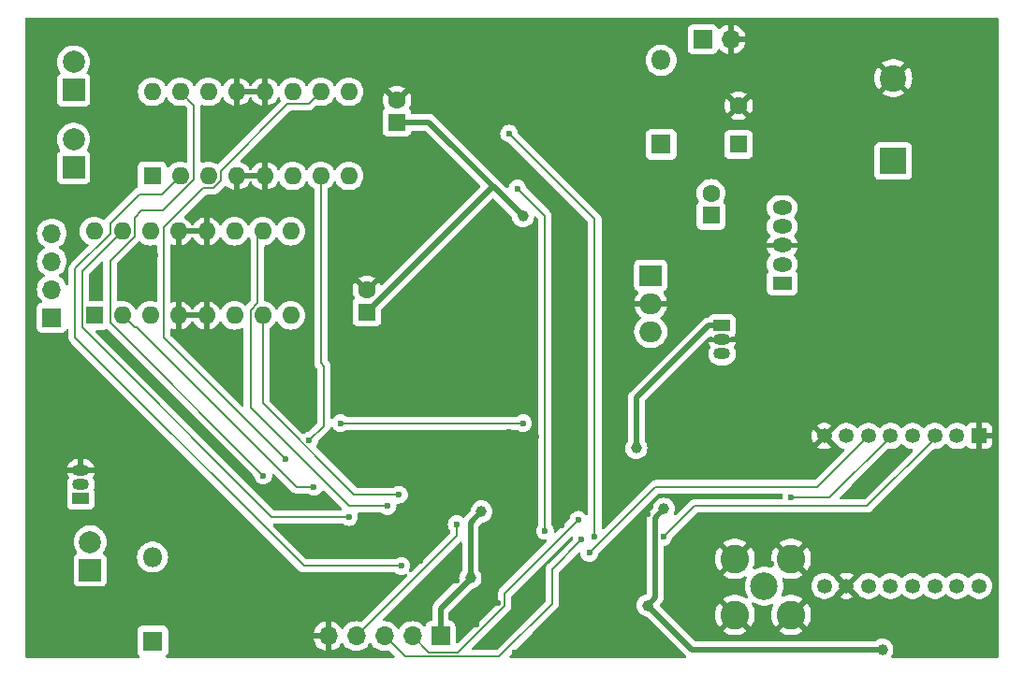
<source format=gbr>
%TF.GenerationSoftware,KiCad,Pcbnew,8.0.3*%
%TF.CreationDate,2024-07-31T08:23:15+01:00*%
%TF.ProjectId,controller,636f6e74-726f-46c6-9c65-722e6b696361,rev?*%
%TF.SameCoordinates,Original*%
%TF.FileFunction,Copper,L2,Bot*%
%TF.FilePolarity,Positive*%
%FSLAX46Y46*%
G04 Gerber Fmt 4.6, Leading zero omitted, Abs format (unit mm)*
G04 Created by KiCad (PCBNEW 8.0.3) date 2024-07-31 08:23:15*
%MOMM*%
%LPD*%
G01*
G04 APERTURE LIST*
%TA.AperFunction,ComponentPad*%
%ADD10R,1.600000X1.600000*%
%TD*%
%TA.AperFunction,ComponentPad*%
%ADD11O,1.600000X1.600000*%
%TD*%
%TA.AperFunction,ComponentPad*%
%ADD12C,2.600000*%
%TD*%
%TA.AperFunction,ComponentPad*%
%ADD13C,2.500000*%
%TD*%
%TA.AperFunction,ComponentPad*%
%ADD14C,1.600000*%
%TD*%
%TA.AperFunction,ComponentPad*%
%ADD15R,1.700000X1.700000*%
%TD*%
%TA.AperFunction,ComponentPad*%
%ADD16O,1.700000X1.700000*%
%TD*%
%TA.AperFunction,ComponentPad*%
%ADD17R,1.800000X1.275000*%
%TD*%
%TA.AperFunction,ComponentPad*%
%ADD18O,1.800000X1.275000*%
%TD*%
%TA.AperFunction,ComponentPad*%
%ADD19R,2.000000X2.000000*%
%TD*%
%TA.AperFunction,ComponentPad*%
%ADD20C,2.000000*%
%TD*%
%TA.AperFunction,ComponentPad*%
%ADD21R,1.350000X1.350000*%
%TD*%
%TA.AperFunction,ComponentPad*%
%ADD22C,1.350000*%
%TD*%
%TA.AperFunction,ComponentPad*%
%ADD23R,1.800000X1.800000*%
%TD*%
%TA.AperFunction,ComponentPad*%
%ADD24O,1.800000X1.800000*%
%TD*%
%TA.AperFunction,ComponentPad*%
%ADD25R,1.500000X1.050000*%
%TD*%
%TA.AperFunction,ComponentPad*%
%ADD26O,1.500000X1.050000*%
%TD*%
%TA.AperFunction,ComponentPad*%
%ADD27R,2.000000X1.905000*%
%TD*%
%TA.AperFunction,ComponentPad*%
%ADD28O,2.000000X1.905000*%
%TD*%
%TA.AperFunction,ComponentPad*%
%ADD29R,2.400000X2.400000*%
%TD*%
%TA.AperFunction,ComponentPad*%
%ADD30C,2.400000*%
%TD*%
%TA.AperFunction,ViaPad*%
%ADD31C,0.600000*%
%TD*%
%TA.AperFunction,ViaPad*%
%ADD32C,1.000000*%
%TD*%
%TA.AperFunction,Conductor*%
%ADD33C,0.200000*%
%TD*%
%TA.AperFunction,Conductor*%
%ADD34C,0.500000*%
%TD*%
G04 APERTURE END LIST*
D10*
%TO.P,U1,1,EN1\u002C2*%
%TO.N,DC_MOTOR_EN1_2*%
X74970000Y-75845000D03*
D11*
%TO.P,U1,2,1A*%
%TO.N,DC_MOTOR1*%
X77510000Y-75845000D03*
%TO.P,U1,3,1Y*%
%TO.N,Net-(M2-+)*%
X80050000Y-75845000D03*
%TO.P,U1,4,GND*%
%TO.N,GND*%
X82590000Y-75845000D03*
%TO.P,U1,5,GND*%
X85130000Y-75845000D03*
%TO.P,U1,6,2Y*%
%TO.N,Net-(M2--)*%
X87670000Y-75845000D03*
%TO.P,U1,7,2A*%
%TO.N,DC_MOTOR2*%
X90210000Y-75845000D03*
%TO.P,U1,8,VCC2*%
%TO.N,+BATT*%
X92750000Y-75845000D03*
%TO.P,U1,9,EN3\u002C4*%
%TO.N,DC_MOTOR_EN3_4*%
X92750000Y-68225000D03*
%TO.P,U1,10,3A*%
%TO.N,DC_MOTOR3*%
X90210000Y-68225000D03*
%TO.P,U1,11,3Y*%
%TO.N,Net-(M1-+)*%
X87670000Y-68225000D03*
%TO.P,U1,12,GND*%
%TO.N,GND*%
X85130000Y-68225000D03*
%TO.P,U1,13,GND*%
X82590000Y-68225000D03*
%TO.P,U1,14,4Y*%
%TO.N,Net-(M1--)*%
X80050000Y-68225000D03*
%TO.P,U1,15,4A*%
%TO.N,DC_MOTOR4*%
X77510000Y-68225000D03*
%TO.P,U1,16,VCC1*%
%TO.N,+6V*%
X74970000Y-68225000D03*
%TD*%
D12*
%TO.P,J1,1*%
%TO.N,GND*%
X127670000Y-110535000D03*
X127670000Y-115615000D03*
X132750000Y-110535000D03*
X132750000Y-115615000D03*
D13*
%TO.P,J1,2*%
%TO.N,Net-(U4-ANT)*%
X130310000Y-113000000D03*
%TD*%
D10*
%TO.P,C4,1*%
%TO.N,Net-(C4-Pad1)*%
X125500000Y-79426041D03*
D14*
%TO.P,C4,2*%
%TO.N,Net-(U5-COMPENSATION)*%
X125500000Y-77426041D03*
%TD*%
D15*
%TO.P,J3,1,+*%
%TO.N,Net-(D14-A)*%
X124750000Y-63475000D03*
D16*
%TO.P,J3,2,-*%
%TO.N,GND*%
X127290000Y-63475000D03*
%TD*%
D17*
%TO.P,U5,1,FEEDBACK*%
%TO.N,Net-(U5-FEEDBACK)*%
X131945000Y-85549811D03*
D18*
%TO.P,U5,2,OUTPUT*%
%TO.N,Net-(D1-K)*%
X131945000Y-83849811D03*
%TO.P,U5,3,GND*%
%TO.N,GND*%
X131945000Y-82149811D03*
%TO.P,U5,4,INPUT*%
%TO.N,Net-(U5-INPUT)*%
X131945000Y-80449811D03*
%TO.P,U5,5,COMPENSATION*%
%TO.N,Net-(U5-COMPENSATION)*%
X131945000Y-78749811D03*
%TD*%
D15*
%TO.P,M3,1*%
%TO.N,Net-(U3-1Y)*%
X65880000Y-88685000D03*
D16*
%TO.P,M3,2,-*%
%TO.N,Net-(M3--)*%
X65880000Y-86145000D03*
%TO.P,M3,3*%
%TO.N,Net-(U3-3Y)*%
X65880000Y-83605000D03*
%TO.P,M3,4*%
%TO.N,Net-(U3-4Y)*%
X65880000Y-81065000D03*
%TD*%
D10*
%TO.P,C6,1*%
%TO.N,Net-(U5-INPUT)*%
X128000000Y-73000000D03*
D14*
%TO.P,C6,2*%
%TO.N,GND*%
X128000000Y-69500000D03*
%TD*%
D15*
%TO.P,J2,1,Pin_1*%
%TO.N,+3V3*%
X101040000Y-117525000D03*
D16*
%TO.P,J2,2,Pin_2*%
%TO.N,/mcu/SWCLK*%
X98500000Y-117525000D03*
%TO.P,J2,3,Pin_3*%
%TO.N,/mcu/SWDIO*%
X95960000Y-117525000D03*
%TO.P,J2,4,Pin_4*%
%TO.N,/mcu/RESET*%
X93420000Y-117525000D03*
%TO.P,J2,5,Pin_5*%
%TO.N,GND*%
X90880000Y-117525000D03*
%TD*%
D10*
%TO.P,C19,1*%
%TO.N,+BATT*%
X94380000Y-88174657D03*
D14*
%TO.P,C19,2*%
%TO.N,GND*%
X94380000Y-86174657D03*
%TD*%
D19*
%TO.P,M2,1,+*%
%TO.N,Net-(M2-+)*%
X67845000Y-75085000D03*
D20*
%TO.P,M2,2,-*%
%TO.N,Net-(M2--)*%
X67845000Y-72545000D03*
%TD*%
D21*
%TO.P,U4,1,GND*%
%TO.N,GND*%
X149750000Y-99400000D03*
D22*
%TO.P,U4,2,MISO*%
%TO.N,MISO*%
X147750000Y-99400000D03*
%TO.P,U4,3,MOSI*%
%TO.N,MOSI*%
X145750000Y-99400000D03*
%TO.P,U4,4,SCK*%
%TO.N,SCK*%
X143750000Y-99400000D03*
%TO.P,U4,5,NSS*%
%TO.N,NSS*%
X141750000Y-99400000D03*
%TO.P,U4,6,RESET*%
%TO.N,RESET_RADIO*%
X139750000Y-99400000D03*
%TO.P,U4,7,DIO5*%
%TO.N,unconnected-(U4-DIO5-Pad7)*%
X137750000Y-99400000D03*
%TO.P,U4,8,GND*%
%TO.N,GND*%
X135750000Y-99400000D03*
%TO.P,U4,9,ANT*%
%TO.N,Net-(U4-ANT)*%
X135750000Y-113000000D03*
%TO.P,U4,10,GND*%
%TO.N,GND*%
X137750000Y-113000000D03*
%TO.P,U4,11,DIO3*%
%TO.N,unconnected-(U4-DIO3-Pad11)*%
X139750000Y-113000000D03*
%TO.P,U4,12,DIO4*%
%TO.N,unconnected-(U4-DIO4-Pad12)*%
X141750000Y-113000000D03*
%TO.P,U4,13,3.3V*%
%TO.N,+3V3*%
X143750000Y-113000000D03*
%TO.P,U4,14,DIO0*%
%TO.N,RADIO_DONE*%
X145750000Y-113000000D03*
%TO.P,U4,15,DIO1*%
%TO.N,unconnected-(U4-DIO1-Pad15)*%
X147750000Y-113000000D03*
%TO.P,U4,16,DIO2*%
%TO.N,unconnected-(U4-DIO2-Pad16)*%
X149750000Y-113000000D03*
%TD*%
D23*
%TO.P,D14,1,K*%
%TO.N,+BATT*%
X121000000Y-73000000D03*
D24*
%TO.P,D14,2,A*%
%TO.N,Net-(D14-A)*%
X121000000Y-65380000D03*
%TD*%
D25*
%TO.P,U6,1,VO*%
%TO.N,+3V3*%
X126500000Y-89426041D03*
D26*
%TO.P,U6,2,GND*%
%TO.N,GND*%
X126500000Y-90696041D03*
%TO.P,U6,3,VI*%
%TO.N,+6V*%
X126500000Y-91966041D03*
%TD*%
D27*
%TO.P,U7,1,IN*%
%TO.N,Net-(U7-IN)*%
X120055000Y-84886041D03*
D28*
%TO.P,U7,2,GND*%
%TO.N,GND*%
X120055000Y-87426041D03*
%TO.P,U7,3,OUT*%
%TO.N,Net-(U7-OUT)*%
X120055000Y-89966041D03*
%TD*%
D23*
%TO.P,D13,1,K*%
%TO.N,+6V*%
X75000000Y-118000000D03*
D24*
%TO.P,D13,2,A*%
%TO.N,Net-(D13-A)*%
X75000000Y-110380000D03*
%TD*%
D25*
%TO.P,Q1,1,D*%
%TO.N,Net-(Q1-D)*%
X68500000Y-105060000D03*
D26*
%TO.P,Q1,2,G*%
%TO.N,Net-(Q1-G)*%
X68500000Y-103790000D03*
%TO.P,Q1,3,S*%
%TO.N,GND*%
X68500000Y-102520000D03*
%TD*%
D10*
%TO.P,U3,1,EN1\u002C2*%
%TO.N,+6V*%
X69710000Y-88485000D03*
D11*
%TO.P,U3,2,1A*%
%TO.N,STEPPER1*%
X72250000Y-88485000D03*
%TO.P,U3,3,1Y*%
%TO.N,Net-(U3-1Y)*%
X74790000Y-88485000D03*
%TO.P,U3,4,GND*%
%TO.N,GND*%
X77330000Y-88485000D03*
%TO.P,U3,5,GND*%
X79870000Y-88485000D03*
%TO.P,U3,6,2Y*%
%TO.N,Net-(M3--)*%
X82410000Y-88485000D03*
%TO.P,U3,7,2A*%
%TO.N,STEPPER2*%
X84950000Y-88485000D03*
%TO.P,U3,8,VCC2*%
%TO.N,+BATT*%
X87490000Y-88485000D03*
%TO.P,U3,9,EN3\u002C4*%
%TO.N,+6V*%
X87490000Y-80865000D03*
%TO.P,U3,10,3A*%
%TO.N,STEPPER3*%
X84950000Y-80865000D03*
%TO.P,U3,11,3Y*%
%TO.N,Net-(U3-3Y)*%
X82410000Y-80865000D03*
%TO.P,U3,12,GND*%
%TO.N,GND*%
X79870000Y-80865000D03*
%TO.P,U3,13,GND*%
X77330000Y-80865000D03*
%TO.P,U3,14,4Y*%
%TO.N,Net-(U3-4Y)*%
X74790000Y-80865000D03*
%TO.P,U3,15,4A*%
%TO.N,STEPPER4*%
X72250000Y-80865000D03*
%TO.P,U3,16,VCC1*%
%TO.N,+6V*%
X69710000Y-80865000D03*
%TD*%
D29*
%TO.P,C5,1*%
%TO.N,Net-(C5-Pad1)*%
X142000000Y-74500000D03*
D30*
%TO.P,C5,2*%
%TO.N,GND*%
X142000000Y-67000000D03*
%TD*%
D19*
%TO.P,L1,1,-*%
%TO.N,+6V*%
X69350000Y-111540000D03*
D20*
%TO.P,L1,2,+*%
%TO.N,Net-(D13-A)*%
X69350000Y-109000000D03*
%TD*%
D19*
%TO.P,M1,1,+*%
%TO.N,Net-(M1-+)*%
X67845000Y-68085000D03*
D20*
%TO.P,M1,2,-*%
%TO.N,Net-(M1--)*%
X67845000Y-65545000D03*
%TD*%
D10*
%TO.P,C20,1*%
%TO.N,+BATT*%
X97095000Y-71000113D03*
D14*
%TO.P,C20,2*%
%TO.N,GND*%
X97095000Y-69000113D03*
%TD*%
D31*
%TO.N,/mcu/RESET*%
X102500000Y-107400000D03*
%TO.N,GND*%
X81000000Y-106500000D03*
X124750000Y-92000000D03*
X117750000Y-72000000D03*
X134500000Y-87000000D03*
X67750000Y-70250000D03*
X78500000Y-87000000D03*
X105750000Y-100250000D03*
X70500000Y-75750000D03*
X142000000Y-84000000D03*
X116000000Y-112500000D03*
X120000000Y-117500000D03*
X119750000Y-106500000D03*
X133250000Y-66000000D03*
X133250000Y-99500000D03*
X116750000Y-96750000D03*
X84000000Y-109000000D03*
X147000000Y-115000000D03*
X72000000Y-77500000D03*
X72000000Y-91500000D03*
X114000000Y-111500000D03*
X79500000Y-62000000D03*
X89000000Y-95250000D03*
X101000000Y-112500000D03*
X81500000Y-109750000D03*
X125500000Y-117500000D03*
X146750000Y-110500000D03*
X144500000Y-86000000D03*
X64000000Y-73750000D03*
X93000000Y-71250000D03*
X149500000Y-63000000D03*
X102500000Y-112500000D03*
X121500000Y-62500000D03*
X89000000Y-71250000D03*
X88500000Y-85750000D03*
X138000000Y-93500000D03*
X129250000Y-97250000D03*
X116500000Y-109750000D03*
X81500000Y-77250000D03*
X112000000Y-99500000D03*
X88750000Y-118750000D03*
X105500000Y-118500000D03*
X107250000Y-99000000D03*
X107250000Y-116250000D03*
X104250000Y-116500000D03*
X64000000Y-62000000D03*
X139000000Y-104250000D03*
X98000000Y-62000000D03*
X112000000Y-107500000D03*
X78500000Y-105000000D03*
X108500000Y-89500000D03*
X92500000Y-83000000D03*
X125500000Y-114250000D03*
X145000000Y-81000000D03*
X69750000Y-85000000D03*
X129500000Y-75750000D03*
X109000000Y-96750000D03*
X134500000Y-72500000D03*
X140000000Y-64000000D03*
X106250000Y-114500000D03*
X68000000Y-96500000D03*
X123250000Y-78750000D03*
X86250000Y-77250000D03*
X135000000Y-116000000D03*
X143000000Y-105000000D03*
X121000000Y-68000000D03*
X146500000Y-63750000D03*
X140750000Y-62750000D03*
X75000000Y-112500000D03*
X78500000Y-82500000D03*
X129500000Y-83500000D03*
X137000000Y-76500000D03*
X72250000Y-107750000D03*
X136000000Y-101250000D03*
X70250000Y-65250000D03*
X72500000Y-68250000D03*
X150250000Y-78000000D03*
X116250000Y-101500000D03*
X88500000Y-83000000D03*
X90500000Y-62000000D03*
X113250000Y-62000000D03*
X125500000Y-70000000D03*
X109750000Y-99500000D03*
X127250000Y-66000000D03*
X146250000Y-104250000D03*
X147000000Y-73500000D03*
X85000000Y-111000000D03*
X125500000Y-102250000D03*
X64500000Y-114500000D03*
X105250000Y-73500000D03*
X94750000Y-119000000D03*
X133000000Y-62500000D03*
X142250000Y-115500000D03*
X65250000Y-78250000D03*
X142750000Y-89500000D03*
X123000000Y-102250000D03*
X112500000Y-74750000D03*
X134250000Y-114000000D03*
X78500000Y-89750000D03*
X94500000Y-114750000D03*
X90500000Y-66000000D03*
X121000000Y-100500000D03*
X112250000Y-112250000D03*
X111500000Y-119000000D03*
X151000000Y-83000000D03*
X80000000Y-118500000D03*
X105500000Y-62000000D03*
X98750000Y-100000000D03*
X90500000Y-112500000D03*
X123500000Y-93750000D03*
X77000000Y-103000000D03*
X144500000Y-77750000D03*
X129500000Y-90250000D03*
X87500000Y-108000000D03*
X82750000Y-86000000D03*
X122250000Y-119000000D03*
X105250000Y-94000000D03*
X95500000Y-107250000D03*
X150250000Y-104250000D03*
X130750000Y-106750000D03*
X88500000Y-116000000D03*
X64750000Y-118750000D03*
X105500000Y-96250000D03*
X72500000Y-86500000D03*
X95000000Y-83500000D03*
X134400000Y-91500000D03*
X82000000Y-66000000D03*
X123000000Y-83000000D03*
X98250000Y-96250000D03*
X82500000Y-102000000D03*
X93000000Y-100000000D03*
X78000000Y-97500000D03*
X150000000Y-118000000D03*
X108500000Y-81750000D03*
X123250000Y-98750000D03*
X146750000Y-108000000D03*
X125500000Y-83000000D03*
X74500000Y-99250000D03*
X86500000Y-95250000D03*
X84250000Y-74250000D03*
X138000000Y-64000000D03*
X139000000Y-84000000D03*
X129500000Y-88000000D03*
X112500000Y-85750000D03*
X112250000Y-93250000D03*
X136750000Y-107000000D03*
X66250000Y-106000000D03*
X112250000Y-96750000D03*
X85500000Y-116000000D03*
X137000000Y-66000000D03*
X129500000Y-92750000D03*
X112500000Y-105750000D03*
X99250000Y-69250000D03*
X123000000Y-88750000D03*
X74750000Y-86500000D03*
X81750000Y-94000000D03*
X74000000Y-62000000D03*
X70000000Y-115500000D03*
X66250000Y-104000000D03*
X75250000Y-83000000D03*
X144500000Y-71500000D03*
X83750000Y-77250000D03*
X81000000Y-84500000D03*
X102750000Y-100250000D03*
X86250000Y-85750000D03*
X86250000Y-83000000D03*
X81250000Y-89750000D03*
X112500000Y-81500000D03*
X67750000Y-80000000D03*
X125500000Y-99250000D03*
X106250000Y-104000000D03*
X80500000Y-73750000D03*
X64500000Y-110250000D03*
X150000000Y-110750000D03*
X123000000Y-85500000D03*
X98250000Y-94250000D03*
X87500000Y-113000000D03*
X93000000Y-94000000D03*
X108500000Y-85750000D03*
X131000000Y-111000000D03*
X108750000Y-110250000D03*
X99250000Y-110750000D03*
X93000000Y-96250000D03*
X130512500Y-70369000D03*
X84500000Y-118500000D03*
X102250000Y-76000000D03*
X102750000Y-116500000D03*
X137750000Y-110250000D03*
X117000000Y-85500000D03*
X103000000Y-102750000D03*
X139750000Y-78250000D03*
X99250000Y-75750000D03*
X108750000Y-108000000D03*
X74750000Y-94250000D03*
X68250000Y-62000000D03*
X83500000Y-70250000D03*
X139500000Y-115500000D03*
X93000000Y-73500000D03*
X65500000Y-116500000D03*
X111250000Y-117250000D03*
X151000000Y-96000000D03*
X72500000Y-110000000D03*
X112500000Y-89500000D03*
X86750000Y-66000000D03*
X66000000Y-92500000D03*
X142000000Y-81500000D03*
X108750000Y-105500000D03*
X142500000Y-93500000D03*
X81000000Y-115500000D03*
X141500000Y-64000000D03*
X150500000Y-108000000D03*
X69750000Y-118500000D03*
X138000000Y-72500000D03*
X81000000Y-70250000D03*
X77250000Y-65750000D03*
X89000000Y-73500000D03*
X110500000Y-77500000D03*
X91000000Y-105250000D03*
X116250000Y-117000000D03*
X116250000Y-100000000D03*
X97750000Y-108500000D03*
X71750000Y-96500000D03*
X124750000Y-70750000D03*
X149500000Y-67000000D03*
X116500000Y-105250000D03*
X146000000Y-66000000D03*
X99000000Y-102500000D03*
X134000000Y-81000000D03*
X64000000Y-66750000D03*
X114000000Y-118750000D03*
X134250000Y-112000000D03*
X118000000Y-64000000D03*
X117000000Y-81750000D03*
X68750000Y-107000000D03*
X117250000Y-91000000D03*
X66250000Y-101750000D03*
X64000000Y-70250000D03*
X107750000Y-119000000D03*
X69750000Y-86500000D03*
X122000000Y-114250000D03*
X82750000Y-83250000D03*
X81000000Y-112500000D03*
X117250000Y-75250000D03*
X84750000Y-62000000D03*
X129500000Y-80500000D03*
X75000000Y-116000000D03*
D32*
%TO.N,+3V3*%
X118750000Y-100500000D03*
X119750000Y-114750000D03*
X141000000Y-118750000D03*
X121250000Y-106000000D03*
X103750000Y-112250000D03*
X104750000Y-106250000D03*
D31*
%TO.N,/mcu/SWDIO*%
X113810661Y-108810661D03*
%TO.N,/mcu/SWCLK*%
X113500000Y-107000000D03*
%TO.N,DC_MOTOR2*%
X89174265Y-99825735D03*
%TO.N,DC_MOTOR_EN1_2*%
X110500000Y-108000000D03*
X108000000Y-77000000D03*
%TO.N,DC_MOTOR3*%
X87000000Y-101500000D03*
%TO.N,DC_MOTOR4*%
X85000000Y-103000000D03*
D32*
%TO.N,+BATT*%
X108500000Y-79500000D03*
D31*
%TO.N,DC_MOTOR_EN3_4*%
X115000000Y-108500000D03*
X107250000Y-72025000D03*
%TO.N,DC_MOTOR1*%
X97500000Y-111174265D03*
%TO.N,NSS*%
X132750000Y-105000000D03*
%TO.N,STEPPER4*%
X92750000Y-106750000D03*
%TO.N,STEPPER1*%
X89600000Y-104000000D03*
%TO.N,MOSI*%
X121203524Y-108546476D03*
%TO.N,STEPPER3*%
X96250000Y-105750000D03*
%TO.N,RESET_RADIO*%
X114500000Y-110000000D03*
%TO.N,STEPPER2*%
X97282843Y-104717157D03*
%TO.N,ELECTROMAGNET*%
X92000000Y-98250000D03*
X108500000Y-98250000D03*
%TD*%
D33*
%TO.N,/mcu/RESET*%
X102500000Y-108445000D02*
X93420000Y-117525000D01*
X102500000Y-107400000D02*
X102500000Y-108445000D01*
D34*
%TO.N,+3V3*%
X120453524Y-114046476D02*
X119750000Y-114750000D01*
X104750000Y-106250000D02*
X103750000Y-107250000D01*
X118750000Y-95926041D02*
X118750000Y-100500000D01*
X125250000Y-89426041D02*
X118750000Y-95926041D01*
X101040000Y-115020661D02*
X103750000Y-112310661D01*
X103750000Y-112310661D02*
X103750000Y-112250000D01*
X121250000Y-106000000D02*
X120453524Y-106796476D01*
X120453524Y-106796476D02*
X120453524Y-114046476D01*
X141000000Y-118750000D02*
X123750000Y-118750000D01*
X123750000Y-118750000D02*
X119750000Y-114750000D01*
X101040000Y-117525000D02*
X101040000Y-115020661D01*
X103750000Y-107250000D02*
X103750000Y-112250000D01*
X126500000Y-89426041D02*
X125250000Y-89426041D01*
D33*
%TO.N,/mcu/SWDIO*%
X113810661Y-108810661D02*
X111150000Y-111471322D01*
X111150000Y-114600000D02*
X106350000Y-119400000D01*
X106350000Y-119400000D02*
X97835000Y-119400000D01*
X97835000Y-119400000D02*
X95960000Y-117525000D01*
X111150000Y-111471322D02*
X111150000Y-114600000D01*
%TO.N,/mcu/SWCLK*%
X99975000Y-119000000D02*
X98500000Y-117525000D01*
X106850000Y-114748529D02*
X102598529Y-119000000D01*
X102598529Y-119000000D02*
X99975000Y-119000000D01*
X106850000Y-113650000D02*
X106850000Y-114748529D01*
X113500000Y-107000000D02*
X106850000Y-113650000D01*
%TO.N,DC_MOTOR2*%
X90210000Y-92790000D02*
X90210000Y-75845000D01*
X89174265Y-99825735D02*
X90500000Y-98500000D01*
X90500000Y-98500000D02*
X90500000Y-93080000D01*
X90500000Y-93080000D02*
X90210000Y-92790000D01*
%TO.N,DC_MOTOR_EN1_2*%
X110500000Y-79500000D02*
X108000000Y-77000000D01*
X110500000Y-108000000D02*
X110500000Y-79500000D01*
%TO.N,DC_MOTOR3*%
X87214365Y-69325000D02*
X89110000Y-69325000D01*
X81150000Y-76300635D02*
X81150000Y-75389365D01*
X89110000Y-69325000D02*
X90210000Y-68225000D01*
X81150000Y-75389365D02*
X87214365Y-69325000D01*
X87000000Y-101500000D02*
X76000000Y-90500000D01*
X76000000Y-80539365D02*
X79594365Y-76945000D01*
X76000000Y-90500000D02*
X76000000Y-80539365D01*
X79594365Y-76945000D02*
X80505635Y-76945000D01*
X80505635Y-76945000D02*
X81150000Y-76300635D01*
%TO.N,DC_MOTOR4*%
X78750000Y-76160635D02*
X78750000Y-69465000D01*
X73350000Y-81320635D02*
X73350000Y-79649682D01*
X73999682Y-79000000D02*
X75910635Y-79000000D01*
X73350000Y-79649682D02*
X73999682Y-79000000D01*
X78750000Y-69465000D02*
X77510000Y-68225000D01*
X71150000Y-83520635D02*
X73350000Y-81320635D01*
X85000000Y-103000000D02*
X71150000Y-89150000D01*
X71150000Y-89150000D02*
X71150000Y-83520635D01*
X75910635Y-79000000D02*
X78750000Y-76160635D01*
D34*
%TO.N,+BATT*%
X108500000Y-79500000D02*
X100000113Y-71000113D01*
X105777328Y-76777329D02*
X94380000Y-88174657D01*
X100000113Y-71000113D02*
X97095000Y-71000113D01*
X108500000Y-79500000D02*
X105777328Y-76777329D01*
D33*
%TO.N,DC_MOTOR_EN3_4*%
X115000000Y-108500000D02*
X115000000Y-79775000D01*
X115000000Y-79775000D02*
X107250000Y-72025000D01*
%TO.N,DC_MOTOR1*%
X88674265Y-111174265D02*
X68000000Y-90500000D01*
X73779683Y-77500000D02*
X75855000Y-77500000D01*
X68000000Y-84250000D02*
X71150000Y-81100000D01*
X71150000Y-80129683D02*
X73779683Y-77500000D01*
X97500000Y-111174265D02*
X88674265Y-111174265D01*
X71150000Y-81100000D02*
X71150000Y-80129683D01*
X68000000Y-90500000D02*
X68000000Y-84250000D01*
X75855000Y-77500000D02*
X77510000Y-75845000D01*
%TO.N,NSS*%
X132750000Y-105000000D02*
X136250000Y-105000000D01*
X136250000Y-105000000D02*
X141850000Y-99400000D01*
%TO.N,STEPPER4*%
X68610000Y-84505000D02*
X72250000Y-80865000D01*
X92750000Y-106750000D02*
X85775000Y-106750000D01*
X85775000Y-106750000D02*
X68610000Y-89585000D01*
X68610000Y-89585000D02*
X68610000Y-84505000D01*
%TO.N,STEPPER1*%
X73585000Y-89585000D02*
X73350000Y-89585000D01*
X73350000Y-89585000D02*
X72250000Y-88485000D01*
X88000000Y-104000000D02*
X73585000Y-89585000D01*
X89600000Y-104000000D02*
X88000000Y-104000000D01*
%TO.N,MOSI*%
X124000000Y-105750000D02*
X139625000Y-105750000D01*
X139625000Y-105750000D02*
X145750000Y-99625000D01*
X145750000Y-99625000D02*
X145750000Y-99400000D01*
X121203524Y-108546476D02*
X124000000Y-105750000D01*
%TO.N,STEPPER3*%
X84500000Y-81315000D02*
X84950000Y-80865000D01*
X92750000Y-105750000D02*
X83850000Y-96850000D01*
X96250000Y-105750000D02*
X92750000Y-105750000D01*
X84500000Y-87379365D02*
X84500000Y-81315000D01*
X83850000Y-88029365D02*
X84500000Y-87379365D01*
X83850000Y-96850000D02*
X83850000Y-88029365D01*
%TO.N,RESET_RADIO*%
X114500000Y-110000000D02*
X120500000Y-104000000D01*
X135150000Y-104000000D02*
X139750000Y-99400000D01*
X120500000Y-104000000D02*
X135150000Y-104000000D01*
%TO.N,STEPPER2*%
X97282843Y-104717157D02*
X93217157Y-104717157D01*
X84950000Y-96450000D02*
X84950000Y-88485000D01*
X93217157Y-104717157D02*
X84950000Y-96450000D01*
%TO.N,ELECTROMAGNET*%
X108500000Y-98250000D02*
X92000000Y-98250000D01*
%TD*%
%TA.AperFunction,Conductor*%
%TO.N,GND*%
G36*
X151443039Y-61519685D02*
G01*
X151488794Y-61572489D01*
X151500000Y-61624000D01*
X151500000Y-119376000D01*
X151480315Y-119443039D01*
X151427511Y-119488794D01*
X151376000Y-119500000D01*
X141939967Y-119500000D01*
X141872928Y-119480315D01*
X141827173Y-119427511D01*
X141817229Y-119358353D01*
X141834052Y-119314452D01*
X141833039Y-119313911D01*
X141928811Y-119134733D01*
X141928811Y-119134732D01*
X141928814Y-119134727D01*
X141986024Y-118946132D01*
X142005341Y-118750000D01*
X141986024Y-118553868D01*
X141928814Y-118365273D01*
X141928811Y-118365269D01*
X141928811Y-118365266D01*
X141835913Y-118191467D01*
X141835909Y-118191460D01*
X141710883Y-118039116D01*
X141558539Y-117914090D01*
X141558532Y-117914086D01*
X141384733Y-117821188D01*
X141384727Y-117821186D01*
X141196132Y-117763976D01*
X141196129Y-117763975D01*
X141000000Y-117744659D01*
X140803870Y-117763975D01*
X140615266Y-117821188D01*
X140441467Y-117914086D01*
X140441460Y-117914090D01*
X140371687Y-117971353D01*
X140307377Y-117998666D01*
X140293022Y-117999500D01*
X124112229Y-117999500D01*
X124045190Y-117979815D01*
X124024548Y-117963181D01*
X120899048Y-114837680D01*
X120865563Y-114776357D01*
X120870547Y-114706665D01*
X120899045Y-114662320D01*
X121036475Y-114524892D01*
X121118608Y-114401971D01*
X121175182Y-114265389D01*
X121192904Y-114176296D01*
X121204024Y-114120396D01*
X121204024Y-110534995D01*
X125864953Y-110534995D01*
X125864953Y-110535004D01*
X125885113Y-110804026D01*
X125885113Y-110804028D01*
X125945142Y-111067033D01*
X125945148Y-111067052D01*
X126043709Y-111318181D01*
X126043708Y-111318181D01*
X126178602Y-111551822D01*
X126232294Y-111619151D01*
X126954152Y-110897292D01*
X126961049Y-110913942D01*
X127048599Y-111044970D01*
X127160030Y-111156401D01*
X127291058Y-111243951D01*
X127307705Y-111250846D01*
X126584848Y-111973702D01*
X126767483Y-112098220D01*
X126767485Y-112098221D01*
X127010539Y-112215269D01*
X127010537Y-112215269D01*
X127268337Y-112294790D01*
X127268343Y-112294792D01*
X127535101Y-112334999D01*
X127535110Y-112335000D01*
X127804890Y-112335000D01*
X127804898Y-112334999D01*
X128071656Y-112294792D01*
X128071662Y-112294790D01*
X128329458Y-112215270D01*
X128547927Y-112110061D01*
X128616869Y-112098709D01*
X128681003Y-112126431D01*
X128719969Y-112184426D01*
X128721394Y-112254281D01*
X128717158Y-112267081D01*
X128632583Y-112482578D01*
X128632578Y-112482590D01*
X128632576Y-112482597D01*
X128574197Y-112738374D01*
X128574196Y-112738379D01*
X128554592Y-112999995D01*
X128554592Y-113000004D01*
X128574196Y-113261620D01*
X128574197Y-113261625D01*
X128574197Y-113261629D01*
X128574198Y-113261630D01*
X128578684Y-113281284D01*
X128632576Y-113517402D01*
X128632582Y-113517421D01*
X128728432Y-113761643D01*
X128834256Y-113944937D01*
X128850729Y-114012837D01*
X128827876Y-114078864D01*
X128772955Y-114122055D01*
X128703402Y-114128696D01*
X128657017Y-114109390D01*
X128572526Y-114051784D01*
X128572516Y-114051778D01*
X128329460Y-113934730D01*
X128329462Y-113934730D01*
X128071662Y-113855209D01*
X128071656Y-113855207D01*
X127804898Y-113815000D01*
X127535101Y-113815000D01*
X127268343Y-113855207D01*
X127268337Y-113855209D01*
X127010538Y-113934730D01*
X126767485Y-114051778D01*
X126767476Y-114051783D01*
X126584848Y-114176296D01*
X127307705Y-114899153D01*
X127291058Y-114906049D01*
X127160030Y-114993599D01*
X127048599Y-115105030D01*
X126961049Y-115236058D01*
X126954153Y-115252706D01*
X126232295Y-114530848D01*
X126178600Y-114598180D01*
X126043709Y-114831818D01*
X125945148Y-115082947D01*
X125945142Y-115082966D01*
X125885113Y-115345971D01*
X125885113Y-115345973D01*
X125864953Y-115614995D01*
X125864953Y-115615004D01*
X125885113Y-115884026D01*
X125885113Y-115884028D01*
X125945142Y-116147033D01*
X125945148Y-116147052D01*
X126043709Y-116398181D01*
X126043708Y-116398181D01*
X126178602Y-116631822D01*
X126232294Y-116699151D01*
X126954152Y-115977292D01*
X126961049Y-115993942D01*
X127048599Y-116124970D01*
X127160030Y-116236401D01*
X127291058Y-116323951D01*
X127307705Y-116330846D01*
X126584848Y-117053702D01*
X126767483Y-117178220D01*
X126767485Y-117178221D01*
X127010539Y-117295269D01*
X127010537Y-117295269D01*
X127268337Y-117374790D01*
X127268343Y-117374792D01*
X127535101Y-117414999D01*
X127535110Y-117415000D01*
X127804890Y-117415000D01*
X127804898Y-117414999D01*
X128071656Y-117374792D01*
X128071662Y-117374790D01*
X128329461Y-117295269D01*
X128572521Y-117178218D01*
X128755150Y-117053702D01*
X128032294Y-116330846D01*
X128048942Y-116323951D01*
X128179970Y-116236401D01*
X128291401Y-116124970D01*
X128378951Y-115993942D01*
X128385846Y-115977294D01*
X129107703Y-116699151D01*
X129107704Y-116699150D01*
X129161393Y-116631828D01*
X129161400Y-116631817D01*
X129296290Y-116398181D01*
X129394851Y-116147052D01*
X129394857Y-116147033D01*
X129454886Y-115884028D01*
X129454886Y-115884026D01*
X129475047Y-115615004D01*
X129475047Y-115614995D01*
X129454886Y-115345973D01*
X129454886Y-115345971D01*
X129394857Y-115082966D01*
X129394851Y-115082947D01*
X129296290Y-114831818D01*
X129296291Y-114831818D01*
X129182961Y-114635527D01*
X129166488Y-114567627D01*
X129189340Y-114501600D01*
X129244261Y-114458410D01*
X129313815Y-114451768D01*
X129360197Y-114471071D01*
X129432296Y-114520228D01*
X129432301Y-114520230D01*
X129432302Y-114520231D01*
X129432303Y-114520232D01*
X129502150Y-114553868D01*
X129668673Y-114634061D01*
X129668674Y-114634061D01*
X129668677Y-114634063D01*
X129919385Y-114711396D01*
X130178818Y-114750500D01*
X130441182Y-114750500D01*
X130700615Y-114711396D01*
X130951323Y-114634063D01*
X130986056Y-114617336D01*
X131054994Y-114605985D01*
X131119128Y-114633706D01*
X131158094Y-114691701D01*
X131159520Y-114761556D01*
X131147243Y-114791056D01*
X131123708Y-114831820D01*
X131025148Y-115082947D01*
X131025142Y-115082966D01*
X130965113Y-115345971D01*
X130965113Y-115345973D01*
X130944953Y-115614995D01*
X130944953Y-115615004D01*
X130965113Y-115884026D01*
X130965113Y-115884028D01*
X131025142Y-116147033D01*
X131025148Y-116147052D01*
X131123709Y-116398181D01*
X131123708Y-116398181D01*
X131258602Y-116631822D01*
X131312294Y-116699151D01*
X132034152Y-115977293D01*
X132041049Y-115993942D01*
X132128599Y-116124970D01*
X132240030Y-116236401D01*
X132371058Y-116323951D01*
X132387705Y-116330846D01*
X131664848Y-117053702D01*
X131847483Y-117178220D01*
X131847485Y-117178221D01*
X132090539Y-117295269D01*
X132090537Y-117295269D01*
X132348337Y-117374790D01*
X132348343Y-117374792D01*
X132615101Y-117414999D01*
X132615110Y-117415000D01*
X132884890Y-117415000D01*
X132884898Y-117414999D01*
X133151656Y-117374792D01*
X133151662Y-117374790D01*
X133409461Y-117295269D01*
X133652521Y-117178218D01*
X133835150Y-117053702D01*
X133112294Y-116330846D01*
X133128942Y-116323951D01*
X133259970Y-116236401D01*
X133371401Y-116124970D01*
X133458951Y-115993942D01*
X133465846Y-115977294D01*
X134187703Y-116699151D01*
X134187704Y-116699150D01*
X134241393Y-116631828D01*
X134241400Y-116631817D01*
X134376290Y-116398181D01*
X134474851Y-116147052D01*
X134474857Y-116147033D01*
X134534886Y-115884028D01*
X134534886Y-115884026D01*
X134555047Y-115615004D01*
X134555047Y-115614995D01*
X134534886Y-115345973D01*
X134534886Y-115345971D01*
X134474857Y-115082966D01*
X134474851Y-115082947D01*
X134376290Y-114831818D01*
X134376291Y-114831818D01*
X134241397Y-114598177D01*
X134187704Y-114530847D01*
X133465846Y-115252705D01*
X133458951Y-115236058D01*
X133371401Y-115105030D01*
X133259970Y-114993599D01*
X133128942Y-114906049D01*
X133112293Y-114899153D01*
X133835150Y-114176296D01*
X133652517Y-114051779D01*
X133652516Y-114051778D01*
X133409460Y-113934730D01*
X133409462Y-113934730D01*
X133151662Y-113855209D01*
X133151656Y-113855207D01*
X132884898Y-113815000D01*
X132615101Y-113815000D01*
X132348343Y-113855207D01*
X132348337Y-113855209D01*
X132090544Y-113934728D01*
X132038711Y-113959690D01*
X131969769Y-113971041D01*
X131905635Y-113943318D01*
X131866670Y-113885323D01*
X131865245Y-113815468D01*
X131877522Y-113785970D01*
X131891568Y-113761643D01*
X131987420Y-113517416D01*
X132045802Y-113261630D01*
X132047721Y-113236024D01*
X132065408Y-113000004D01*
X132065408Y-112999999D01*
X134569464Y-112999999D01*
X134569464Y-113000000D01*
X134589564Y-113216918D01*
X134589564Y-113216920D01*
X134589565Y-113216923D01*
X134649183Y-113426459D01*
X134649184Y-113426462D01*
X134746288Y-113621472D01*
X134870508Y-113785967D01*
X134877574Y-113795323D01*
X134905947Y-113821188D01*
X135038568Y-113942088D01*
X135038575Y-113942092D01*
X135038576Y-113942093D01*
X135223786Y-114056770D01*
X135223792Y-114056773D01*
X135246664Y-114065633D01*
X135426931Y-114135470D01*
X135641074Y-114175500D01*
X135641076Y-114175500D01*
X135858924Y-114175500D01*
X135858926Y-114175500D01*
X136073069Y-114135470D01*
X136276210Y-114056772D01*
X136461432Y-113942088D01*
X136622427Y-113795322D01*
X136702006Y-113689940D01*
X136719443Y-113677001D01*
X137350000Y-113046445D01*
X137350000Y-113052661D01*
X137377259Y-113154394D01*
X137429920Y-113245606D01*
X137504394Y-113320080D01*
X137595606Y-113372741D01*
X137697339Y-113400000D01*
X137703553Y-113400000D01*
X137114833Y-113988719D01*
X137114833Y-113988720D01*
X137224010Y-114056321D01*
X137224014Y-114056323D01*
X137427060Y-114134983D01*
X137427070Y-114134986D01*
X137641122Y-114175000D01*
X137858878Y-114175000D01*
X138072929Y-114134986D01*
X138072939Y-114134983D01*
X138275976Y-114056326D01*
X138275989Y-114056320D01*
X138385165Y-113988719D01*
X137796448Y-113400000D01*
X137802661Y-113400000D01*
X137904394Y-113372741D01*
X137995606Y-113320080D01*
X138070080Y-113245606D01*
X138122741Y-113154394D01*
X138150000Y-113052661D01*
X138150000Y-113046446D01*
X138764793Y-113661239D01*
X138797993Y-113689941D01*
X138870508Y-113785967D01*
X138877574Y-113795323D01*
X138905947Y-113821188D01*
X139038568Y-113942088D01*
X139038575Y-113942092D01*
X139038576Y-113942093D01*
X139223786Y-114056770D01*
X139223792Y-114056773D01*
X139246664Y-114065633D01*
X139426931Y-114135470D01*
X139641074Y-114175500D01*
X139641076Y-114175500D01*
X139858924Y-114175500D01*
X139858926Y-114175500D01*
X140073069Y-114135470D01*
X140276210Y-114056772D01*
X140461432Y-113942088D01*
X140622427Y-113795322D01*
X140651047Y-113757422D01*
X140707153Y-113715787D01*
X140776865Y-113711094D01*
X140838048Y-113744836D01*
X140848946Y-113757414D01*
X140877573Y-113795322D01*
X140877576Y-113795325D01*
X140877578Y-113795327D01*
X140943264Y-113855207D01*
X141038568Y-113942088D01*
X141038575Y-113942092D01*
X141038576Y-113942093D01*
X141223786Y-114056770D01*
X141223792Y-114056773D01*
X141246664Y-114065633D01*
X141426931Y-114135470D01*
X141641074Y-114175500D01*
X141641076Y-114175500D01*
X141858924Y-114175500D01*
X141858926Y-114175500D01*
X142073069Y-114135470D01*
X142276210Y-114056772D01*
X142461432Y-113942088D01*
X142622427Y-113795322D01*
X142651047Y-113757422D01*
X142707153Y-113715787D01*
X142776865Y-113711094D01*
X142838048Y-113744836D01*
X142848946Y-113757414D01*
X142877573Y-113795322D01*
X142877576Y-113795325D01*
X142877578Y-113795327D01*
X142943264Y-113855207D01*
X143038568Y-113942088D01*
X143038575Y-113942092D01*
X143038576Y-113942093D01*
X143223786Y-114056770D01*
X143223792Y-114056773D01*
X143246664Y-114065633D01*
X143426931Y-114135470D01*
X143641074Y-114175500D01*
X143641076Y-114175500D01*
X143858924Y-114175500D01*
X143858926Y-114175500D01*
X144073069Y-114135470D01*
X144276210Y-114056772D01*
X144461432Y-113942088D01*
X144622427Y-113795322D01*
X144651047Y-113757422D01*
X144707153Y-113715787D01*
X144776865Y-113711094D01*
X144838048Y-113744836D01*
X144848946Y-113757414D01*
X144877573Y-113795322D01*
X144877576Y-113795325D01*
X144877578Y-113795327D01*
X144943264Y-113855207D01*
X145038568Y-113942088D01*
X145038575Y-113942092D01*
X145038576Y-113942093D01*
X145223786Y-114056770D01*
X145223792Y-114056773D01*
X145246664Y-114065633D01*
X145426931Y-114135470D01*
X145641074Y-114175500D01*
X145641076Y-114175500D01*
X145858924Y-114175500D01*
X145858926Y-114175500D01*
X146073069Y-114135470D01*
X146276210Y-114056772D01*
X146461432Y-113942088D01*
X146622427Y-113795322D01*
X146651047Y-113757422D01*
X146707153Y-113715787D01*
X146776865Y-113711094D01*
X146838048Y-113744836D01*
X146848946Y-113757414D01*
X146877573Y-113795322D01*
X146877576Y-113795325D01*
X146877578Y-113795327D01*
X146943264Y-113855207D01*
X147038568Y-113942088D01*
X147038575Y-113942092D01*
X147038576Y-113942093D01*
X147223786Y-114056770D01*
X147223792Y-114056773D01*
X147246664Y-114065633D01*
X147426931Y-114135470D01*
X147641074Y-114175500D01*
X147641076Y-114175500D01*
X147858924Y-114175500D01*
X147858926Y-114175500D01*
X148073069Y-114135470D01*
X148276210Y-114056772D01*
X148461432Y-113942088D01*
X148622427Y-113795322D01*
X148651047Y-113757422D01*
X148707153Y-113715787D01*
X148776865Y-113711094D01*
X148838048Y-113744836D01*
X148848946Y-113757414D01*
X148877573Y-113795322D01*
X148877576Y-113795325D01*
X148877578Y-113795327D01*
X148943264Y-113855207D01*
X149038568Y-113942088D01*
X149038575Y-113942092D01*
X149038576Y-113942093D01*
X149223786Y-114056770D01*
X149223792Y-114056773D01*
X149246664Y-114065633D01*
X149426931Y-114135470D01*
X149641074Y-114175500D01*
X149641076Y-114175500D01*
X149858924Y-114175500D01*
X149858926Y-114175500D01*
X150073069Y-114135470D01*
X150276210Y-114056772D01*
X150461432Y-113942088D01*
X150622427Y-113795322D01*
X150753712Y-113621472D01*
X150850817Y-113426459D01*
X150910435Y-113216923D01*
X150930536Y-113000000D01*
X150929034Y-112983796D01*
X150912794Y-112808538D01*
X150910435Y-112783077D01*
X150850817Y-112573541D01*
X150753712Y-112378528D01*
X150622427Y-112204678D01*
X150461432Y-112057912D01*
X150461428Y-112057909D01*
X150461423Y-112057906D01*
X150276213Y-111943229D01*
X150276207Y-111943226D01*
X150168878Y-111901647D01*
X150073069Y-111864530D01*
X149858926Y-111824500D01*
X149641074Y-111824500D01*
X149426931Y-111864530D01*
X149383669Y-111881290D01*
X149223792Y-111943226D01*
X149223786Y-111943229D01*
X149038576Y-112057906D01*
X149038566Y-112057913D01*
X148877573Y-112204676D01*
X148848953Y-112242576D01*
X148792844Y-112284211D01*
X148723132Y-112288902D01*
X148661950Y-112255159D01*
X148651047Y-112242576D01*
X148622426Y-112204676D01*
X148461433Y-112057913D01*
X148461423Y-112057906D01*
X148276213Y-111943229D01*
X148276207Y-111943226D01*
X148168878Y-111901647D01*
X148073069Y-111864530D01*
X147858926Y-111824500D01*
X147641074Y-111824500D01*
X147426931Y-111864530D01*
X147383669Y-111881290D01*
X147223792Y-111943226D01*
X147223786Y-111943229D01*
X147038576Y-112057906D01*
X147038566Y-112057913D01*
X146877573Y-112204676D01*
X146848953Y-112242576D01*
X146792844Y-112284211D01*
X146723132Y-112288902D01*
X146661950Y-112255159D01*
X146651047Y-112242576D01*
X146622426Y-112204676D01*
X146461433Y-112057913D01*
X146461423Y-112057906D01*
X146276213Y-111943229D01*
X146276207Y-111943226D01*
X146168878Y-111901647D01*
X146073069Y-111864530D01*
X145858926Y-111824500D01*
X145641074Y-111824500D01*
X145426931Y-111864530D01*
X145383669Y-111881290D01*
X145223792Y-111943226D01*
X145223786Y-111943229D01*
X145038576Y-112057906D01*
X145038566Y-112057913D01*
X144877573Y-112204676D01*
X144848953Y-112242576D01*
X144792844Y-112284211D01*
X144723132Y-112288902D01*
X144661950Y-112255159D01*
X144651047Y-112242576D01*
X144622426Y-112204676D01*
X144461433Y-112057913D01*
X144461423Y-112057906D01*
X144276213Y-111943229D01*
X144276207Y-111943226D01*
X144168878Y-111901647D01*
X144073069Y-111864530D01*
X143858926Y-111824500D01*
X143641074Y-111824500D01*
X143426931Y-111864530D01*
X143383669Y-111881290D01*
X143223792Y-111943226D01*
X143223786Y-111943229D01*
X143038576Y-112057906D01*
X143038566Y-112057913D01*
X142877573Y-112204676D01*
X142848953Y-112242576D01*
X142792844Y-112284211D01*
X142723132Y-112288902D01*
X142661950Y-112255159D01*
X142651047Y-112242576D01*
X142622426Y-112204676D01*
X142461433Y-112057913D01*
X142461423Y-112057906D01*
X142276213Y-111943229D01*
X142276207Y-111943226D01*
X142168878Y-111901647D01*
X142073069Y-111864530D01*
X141858926Y-111824500D01*
X141641074Y-111824500D01*
X141426931Y-111864530D01*
X141383669Y-111881290D01*
X141223792Y-111943226D01*
X141223786Y-111943229D01*
X141038576Y-112057906D01*
X141038566Y-112057913D01*
X140877573Y-112204676D01*
X140848953Y-112242576D01*
X140792844Y-112284211D01*
X140723132Y-112288902D01*
X140661950Y-112255159D01*
X140651047Y-112242576D01*
X140622426Y-112204676D01*
X140461433Y-112057913D01*
X140461423Y-112057906D01*
X140276213Y-111943229D01*
X140276207Y-111943226D01*
X140168878Y-111901647D01*
X140073069Y-111864530D01*
X139858926Y-111824500D01*
X139641074Y-111824500D01*
X139426931Y-111864530D01*
X139383669Y-111881290D01*
X139223792Y-111943226D01*
X139223786Y-111943229D01*
X139038576Y-112057906D01*
X139038566Y-112057913D01*
X138877574Y-112204676D01*
X138797994Y-112310057D01*
X138780556Y-112322996D01*
X138150000Y-112953552D01*
X138150000Y-112947339D01*
X138122741Y-112845606D01*
X138070080Y-112754394D01*
X137995606Y-112679920D01*
X137904394Y-112627259D01*
X137802661Y-112600000D01*
X137796447Y-112600000D01*
X138385166Y-112011279D01*
X138275987Y-111943677D01*
X138275985Y-111943676D01*
X138072939Y-111865016D01*
X138072929Y-111865013D01*
X137858878Y-111825000D01*
X137641122Y-111825000D01*
X137427070Y-111865013D01*
X137427069Y-111865013D01*
X137224016Y-111943676D01*
X137224015Y-111943676D01*
X137114832Y-112011279D01*
X137703554Y-112600000D01*
X137697339Y-112600000D01*
X137595606Y-112627259D01*
X137504394Y-112679920D01*
X137429920Y-112754394D01*
X137377259Y-112845606D01*
X137350000Y-112947339D01*
X137350000Y-112953554D01*
X136735242Y-112338796D01*
X136702005Y-112310056D01*
X136622428Y-112204679D01*
X136622426Y-112204677D01*
X136461433Y-112057913D01*
X136461423Y-112057906D01*
X136276213Y-111943229D01*
X136276207Y-111943226D01*
X136168878Y-111901647D01*
X136073069Y-111864530D01*
X135858926Y-111824500D01*
X135641074Y-111824500D01*
X135426931Y-111864530D01*
X135383669Y-111881290D01*
X135223792Y-111943226D01*
X135223786Y-111943229D01*
X135038576Y-112057906D01*
X135038566Y-112057913D01*
X134877574Y-112204676D01*
X134746288Y-112378527D01*
X134649184Y-112573537D01*
X134589564Y-112783081D01*
X134569464Y-112999999D01*
X132065408Y-112999999D01*
X132065408Y-112999995D01*
X132045803Y-112738379D01*
X132045802Y-112738374D01*
X132045802Y-112738370D01*
X131987420Y-112482584D01*
X131947923Y-112381949D01*
X131941755Y-112312353D01*
X131974193Y-112250470D01*
X132034938Y-112215947D01*
X132099902Y-112218157D01*
X132348337Y-112294790D01*
X132348343Y-112294792D01*
X132615101Y-112334999D01*
X132615110Y-112335000D01*
X132884890Y-112335000D01*
X132884898Y-112334999D01*
X133151656Y-112294792D01*
X133151662Y-112294790D01*
X133409461Y-112215269D01*
X133652521Y-112098218D01*
X133835150Y-111973702D01*
X133112294Y-111250846D01*
X133128942Y-111243951D01*
X133259970Y-111156401D01*
X133371401Y-111044970D01*
X133458951Y-110913942D01*
X133465846Y-110897294D01*
X134187703Y-111619151D01*
X134187704Y-111619150D01*
X134241393Y-111551828D01*
X134241400Y-111551817D01*
X134376290Y-111318181D01*
X134474851Y-111067052D01*
X134474857Y-111067033D01*
X134534886Y-110804028D01*
X134534886Y-110804026D01*
X134555047Y-110535004D01*
X134555047Y-110534995D01*
X134534886Y-110265973D01*
X134534886Y-110265971D01*
X134474857Y-110002966D01*
X134474851Y-110002947D01*
X134376290Y-109751818D01*
X134376291Y-109751818D01*
X134241397Y-109518177D01*
X134187704Y-109450847D01*
X133465846Y-110172705D01*
X133458951Y-110156058D01*
X133371401Y-110025030D01*
X133259970Y-109913599D01*
X133128942Y-109826049D01*
X133112294Y-109819153D01*
X133835150Y-109096296D01*
X133652517Y-108971779D01*
X133652516Y-108971778D01*
X133409460Y-108854730D01*
X133409462Y-108854730D01*
X133151662Y-108775209D01*
X133151656Y-108775207D01*
X132884898Y-108735000D01*
X132615101Y-108735000D01*
X132348343Y-108775207D01*
X132348337Y-108775209D01*
X132090538Y-108854730D01*
X131847485Y-108971778D01*
X131847476Y-108971783D01*
X131664848Y-109096296D01*
X132387705Y-109819153D01*
X132371058Y-109826049D01*
X132240030Y-109913599D01*
X132128599Y-110025030D01*
X132041049Y-110156058D01*
X132034153Y-110172706D01*
X131312295Y-109450848D01*
X131258600Y-109518180D01*
X131123709Y-109751818D01*
X131025148Y-110002947D01*
X131025142Y-110002966D01*
X130965113Y-110265971D01*
X130965113Y-110265973D01*
X130944953Y-110534995D01*
X130944953Y-110535004D01*
X130965113Y-110804026D01*
X130965113Y-110804028D01*
X131025142Y-111067033D01*
X131025148Y-111067052D01*
X131074706Y-111193324D01*
X131080875Y-111262921D01*
X131048437Y-111324804D01*
X130987692Y-111359327D01*
X130922729Y-111357117D01*
X130817973Y-111324804D01*
X130700623Y-111288606D01*
X130700619Y-111288605D01*
X130700615Y-111288604D01*
X130575823Y-111269794D01*
X130441187Y-111249500D01*
X130441182Y-111249500D01*
X130178818Y-111249500D01*
X130178812Y-111249500D01*
X130017247Y-111273853D01*
X129919385Y-111288604D01*
X129919382Y-111288605D01*
X129919376Y-111288606D01*
X129668673Y-111365938D01*
X129471052Y-111461107D01*
X129402111Y-111472459D01*
X129337976Y-111444736D01*
X129299011Y-111386741D01*
X129297586Y-111316886D01*
X129301823Y-111304085D01*
X129394851Y-111067052D01*
X129394857Y-111067033D01*
X129454886Y-110804028D01*
X129454886Y-110804026D01*
X129475047Y-110535004D01*
X129475047Y-110534995D01*
X129454886Y-110265973D01*
X129454886Y-110265971D01*
X129394857Y-110002966D01*
X129394851Y-110002947D01*
X129296290Y-109751818D01*
X129296291Y-109751818D01*
X129161397Y-109518177D01*
X129107704Y-109450847D01*
X128385846Y-110172705D01*
X128378951Y-110156058D01*
X128291401Y-110025030D01*
X128179970Y-109913599D01*
X128048942Y-109826049D01*
X128032294Y-109819153D01*
X128755150Y-109096296D01*
X128572517Y-108971779D01*
X128572516Y-108971778D01*
X128329460Y-108854730D01*
X128329462Y-108854730D01*
X128071662Y-108775209D01*
X128071656Y-108775207D01*
X127804898Y-108735000D01*
X127535101Y-108735000D01*
X127268343Y-108775207D01*
X127268337Y-108775209D01*
X127010538Y-108854730D01*
X126767485Y-108971778D01*
X126767476Y-108971783D01*
X126584848Y-109096296D01*
X127307705Y-109819153D01*
X127291058Y-109826049D01*
X127160030Y-109913599D01*
X127048599Y-110025030D01*
X126961049Y-110156058D01*
X126954153Y-110172706D01*
X126232295Y-109450848D01*
X126178600Y-109518180D01*
X126043709Y-109751818D01*
X125945148Y-110002947D01*
X125945142Y-110002966D01*
X125885113Y-110265971D01*
X125885113Y-110265973D01*
X125864953Y-110534995D01*
X121204024Y-110534995D01*
X121204024Y-109462797D01*
X121223709Y-109395758D01*
X121276513Y-109350003D01*
X121314136Y-109339577D01*
X121382779Y-109331844D01*
X121553046Y-109272265D01*
X121705786Y-109176292D01*
X121833340Y-109048738D01*
X121929313Y-108895998D01*
X121988892Y-108725731D01*
X121998685Y-108638805D01*
X122025750Y-108574394D01*
X122034214Y-108565019D01*
X124212416Y-106386819D01*
X124273739Y-106353334D01*
X124300097Y-106350500D01*
X139538331Y-106350500D01*
X139538347Y-106350501D01*
X139545943Y-106350501D01*
X139704054Y-106350501D01*
X139704057Y-106350501D01*
X139856785Y-106309577D01*
X139918040Y-106274211D01*
X139993716Y-106230520D01*
X140105520Y-106118716D01*
X140105520Y-106118714D01*
X140115724Y-106108511D01*
X140115727Y-106108506D01*
X145612416Y-100611819D01*
X145673739Y-100578334D01*
X145700097Y-100575500D01*
X145858924Y-100575500D01*
X145858926Y-100575500D01*
X146073069Y-100535470D01*
X146276210Y-100456772D01*
X146461432Y-100342088D01*
X146622427Y-100195322D01*
X146651047Y-100157422D01*
X146707153Y-100115787D01*
X146776865Y-100111094D01*
X146838048Y-100144836D01*
X146848946Y-100157414D01*
X146877573Y-100195322D01*
X147038568Y-100342088D01*
X147038575Y-100342092D01*
X147038576Y-100342093D01*
X147223786Y-100456770D01*
X147223792Y-100456773D01*
X147246664Y-100465633D01*
X147426931Y-100535470D01*
X147641074Y-100575500D01*
X147641076Y-100575500D01*
X147858924Y-100575500D01*
X147858926Y-100575500D01*
X148073069Y-100535470D01*
X148276210Y-100456772D01*
X148461432Y-100342088D01*
X148472779Y-100331743D01*
X148535579Y-100301125D01*
X148604966Y-100309319D01*
X148655585Y-100349067D01*
X148717809Y-100432187D01*
X148717812Y-100432190D01*
X148832906Y-100518350D01*
X148832913Y-100518354D01*
X148967620Y-100568596D01*
X148967627Y-100568598D01*
X149027155Y-100574999D01*
X149027172Y-100575000D01*
X149500000Y-100575000D01*
X149500000Y-99715686D01*
X149504394Y-99720080D01*
X149595606Y-99772741D01*
X149697339Y-99800000D01*
X149802661Y-99800000D01*
X149904394Y-99772741D01*
X149995606Y-99720080D01*
X150000000Y-99715686D01*
X150000000Y-100575000D01*
X150472828Y-100575000D01*
X150472844Y-100574999D01*
X150532372Y-100568598D01*
X150532379Y-100568596D01*
X150667086Y-100518354D01*
X150667093Y-100518350D01*
X150782187Y-100432190D01*
X150782190Y-100432187D01*
X150868350Y-100317093D01*
X150868354Y-100317086D01*
X150918596Y-100182379D01*
X150918598Y-100182372D01*
X150924999Y-100122844D01*
X150925000Y-100122827D01*
X150925000Y-99650000D01*
X150065686Y-99650000D01*
X150070080Y-99645606D01*
X150122741Y-99554394D01*
X150150000Y-99452661D01*
X150150000Y-99347339D01*
X150122741Y-99245606D01*
X150070080Y-99154394D01*
X150065686Y-99150000D01*
X150925000Y-99150000D01*
X150925000Y-98677172D01*
X150924999Y-98677155D01*
X150918598Y-98617627D01*
X150918596Y-98617620D01*
X150868354Y-98482913D01*
X150868350Y-98482906D01*
X150782190Y-98367812D01*
X150782187Y-98367809D01*
X150667093Y-98281649D01*
X150667086Y-98281645D01*
X150532379Y-98231403D01*
X150532372Y-98231401D01*
X150472844Y-98225000D01*
X150000000Y-98225000D01*
X150000000Y-99084314D01*
X149995606Y-99079920D01*
X149904394Y-99027259D01*
X149802661Y-99000000D01*
X149697339Y-99000000D01*
X149595606Y-99027259D01*
X149504394Y-99079920D01*
X149500000Y-99084314D01*
X149500000Y-98225000D01*
X149027155Y-98225000D01*
X148967627Y-98231401D01*
X148967620Y-98231403D01*
X148832913Y-98281645D01*
X148832906Y-98281649D01*
X148717812Y-98367809D01*
X148655585Y-98450933D01*
X148599651Y-98492803D01*
X148529959Y-98497787D01*
X148472781Y-98468258D01*
X148461432Y-98457912D01*
X148461429Y-98457910D01*
X148461428Y-98457909D01*
X148276213Y-98343229D01*
X148276207Y-98343226D01*
X148191113Y-98310260D01*
X148073069Y-98264530D01*
X147858926Y-98224500D01*
X147641074Y-98224500D01*
X147426931Y-98264530D01*
X147425677Y-98265016D01*
X147223792Y-98343226D01*
X147223786Y-98343229D01*
X147038576Y-98457906D01*
X147038566Y-98457913D01*
X146877573Y-98604676D01*
X146848953Y-98642576D01*
X146792844Y-98684211D01*
X146723132Y-98688902D01*
X146661950Y-98655159D01*
X146651047Y-98642576D01*
X146622426Y-98604676D01*
X146461433Y-98457913D01*
X146461423Y-98457906D01*
X146276213Y-98343229D01*
X146276207Y-98343226D01*
X146191113Y-98310260D01*
X146073069Y-98264530D01*
X145858926Y-98224500D01*
X145641074Y-98224500D01*
X145426931Y-98264530D01*
X145425677Y-98265016D01*
X145223792Y-98343226D01*
X145223786Y-98343229D01*
X145038576Y-98457906D01*
X145038566Y-98457913D01*
X144877573Y-98604676D01*
X144848953Y-98642576D01*
X144792844Y-98684211D01*
X144723132Y-98688902D01*
X144661950Y-98655159D01*
X144651047Y-98642576D01*
X144622426Y-98604676D01*
X144461433Y-98457913D01*
X144461423Y-98457906D01*
X144276213Y-98343229D01*
X144276207Y-98343226D01*
X144191113Y-98310260D01*
X144073069Y-98264530D01*
X143858926Y-98224500D01*
X143641074Y-98224500D01*
X143426931Y-98264530D01*
X143425677Y-98265016D01*
X143223792Y-98343226D01*
X143223786Y-98343229D01*
X143038576Y-98457906D01*
X143038566Y-98457913D01*
X142877573Y-98604676D01*
X142848953Y-98642576D01*
X142792844Y-98684211D01*
X142723132Y-98688902D01*
X142661950Y-98655159D01*
X142651047Y-98642576D01*
X142622426Y-98604676D01*
X142461433Y-98457913D01*
X142461423Y-98457906D01*
X142276213Y-98343229D01*
X142276207Y-98343226D01*
X142191113Y-98310260D01*
X142073069Y-98264530D01*
X141858926Y-98224500D01*
X141641074Y-98224500D01*
X141426931Y-98264530D01*
X141425677Y-98265016D01*
X141223792Y-98343226D01*
X141223786Y-98343229D01*
X141038576Y-98457906D01*
X141038566Y-98457913D01*
X140877573Y-98604676D01*
X140848953Y-98642576D01*
X140792844Y-98684211D01*
X140723132Y-98688902D01*
X140661950Y-98655159D01*
X140651047Y-98642576D01*
X140622426Y-98604676D01*
X140461433Y-98457913D01*
X140461423Y-98457906D01*
X140276213Y-98343229D01*
X140276207Y-98343226D01*
X140191113Y-98310260D01*
X140073069Y-98264530D01*
X139858926Y-98224500D01*
X139641074Y-98224500D01*
X139426931Y-98264530D01*
X139425677Y-98265016D01*
X139223792Y-98343226D01*
X139223786Y-98343229D01*
X139038576Y-98457906D01*
X139038566Y-98457913D01*
X138877573Y-98604676D01*
X138848953Y-98642576D01*
X138792844Y-98684211D01*
X138723132Y-98688902D01*
X138661950Y-98655159D01*
X138651047Y-98642576D01*
X138622426Y-98604676D01*
X138461433Y-98457913D01*
X138461423Y-98457906D01*
X138276213Y-98343229D01*
X138276207Y-98343226D01*
X138191113Y-98310260D01*
X138073069Y-98264530D01*
X137858926Y-98224500D01*
X137641074Y-98224500D01*
X137426931Y-98264530D01*
X137425677Y-98265016D01*
X137223792Y-98343226D01*
X137223786Y-98343229D01*
X137038576Y-98457906D01*
X137038566Y-98457913D01*
X136877574Y-98604676D01*
X136797994Y-98710057D01*
X136780556Y-98722996D01*
X136150000Y-99353552D01*
X136150000Y-99347339D01*
X136122741Y-99245606D01*
X136070080Y-99154394D01*
X135995606Y-99079920D01*
X135904394Y-99027259D01*
X135802661Y-99000000D01*
X135796447Y-99000000D01*
X136385166Y-98411279D01*
X136275987Y-98343677D01*
X136275985Y-98343676D01*
X136072939Y-98265016D01*
X136072929Y-98265013D01*
X135858878Y-98225000D01*
X135641122Y-98225000D01*
X135427070Y-98265013D01*
X135427069Y-98265013D01*
X135224016Y-98343676D01*
X135224015Y-98343676D01*
X135114832Y-98411279D01*
X135703554Y-99000000D01*
X135697339Y-99000000D01*
X135595606Y-99027259D01*
X135504394Y-99079920D01*
X135429920Y-99154394D01*
X135377259Y-99245606D01*
X135350000Y-99347339D01*
X135350000Y-99353553D01*
X134758987Y-98762540D01*
X134746719Y-98778785D01*
X134746711Y-98778798D01*
X134649655Y-98973712D01*
X134649650Y-98973725D01*
X134590057Y-99183169D01*
X134569966Y-99399999D01*
X134569966Y-99400000D01*
X134590057Y-99616830D01*
X134649650Y-99826274D01*
X134649655Y-99826287D01*
X134746711Y-100021202D01*
X134746713Y-100021204D01*
X134758987Y-100037457D01*
X135350000Y-99446445D01*
X135350000Y-99452661D01*
X135377259Y-99554394D01*
X135429920Y-99645606D01*
X135504394Y-99720080D01*
X135595606Y-99772741D01*
X135697339Y-99800000D01*
X135703553Y-99800000D01*
X135114833Y-100388719D01*
X135114833Y-100388720D01*
X135224010Y-100456321D01*
X135224014Y-100456323D01*
X135427060Y-100534983D01*
X135427070Y-100534986D01*
X135641122Y-100575000D01*
X135858878Y-100575000D01*
X136072929Y-100534986D01*
X136072939Y-100534983D01*
X136275976Y-100456326D01*
X136275989Y-100456320D01*
X136385165Y-100388719D01*
X135796448Y-99800000D01*
X135802661Y-99800000D01*
X135904394Y-99772741D01*
X135995606Y-99720080D01*
X136070080Y-99645606D01*
X136122741Y-99554394D01*
X136150000Y-99452661D01*
X136150000Y-99446446D01*
X136764793Y-100061239D01*
X136797993Y-100089941D01*
X136877573Y-100195322D01*
X137038568Y-100342088D01*
X137038575Y-100342092D01*
X137038576Y-100342093D01*
X137223786Y-100456770D01*
X137223792Y-100456773D01*
X137252159Y-100467762D01*
X137426931Y-100535470D01*
X137480767Y-100545533D01*
X137543046Y-100577199D01*
X137578320Y-100637511D01*
X137575387Y-100707319D01*
X137545662Y-100755102D01*
X134937584Y-103363181D01*
X134876261Y-103396666D01*
X134849903Y-103399500D01*
X120420940Y-103399500D01*
X120380019Y-103410464D01*
X120380019Y-103410465D01*
X120342751Y-103420451D01*
X120268214Y-103440423D01*
X120268209Y-103440426D01*
X120131290Y-103519475D01*
X120131282Y-103519481D01*
X115812181Y-107838583D01*
X115750858Y-107872068D01*
X115681166Y-107867084D01*
X115625233Y-107825212D01*
X115600816Y-107759748D01*
X115600500Y-107750902D01*
X115600500Y-100500000D01*
X117744659Y-100500000D01*
X117763975Y-100696129D01*
X117770351Y-100717147D01*
X117789630Y-100780703D01*
X117821188Y-100884733D01*
X117914086Y-101058532D01*
X117914090Y-101058539D01*
X118039116Y-101210883D01*
X118191460Y-101335909D01*
X118191467Y-101335913D01*
X118365266Y-101428811D01*
X118365269Y-101428811D01*
X118365273Y-101428814D01*
X118553868Y-101486024D01*
X118750000Y-101505341D01*
X118946132Y-101486024D01*
X119134727Y-101428814D01*
X119308538Y-101335910D01*
X119460883Y-101210883D01*
X119585910Y-101058538D01*
X119678814Y-100884727D01*
X119736024Y-100696132D01*
X119755341Y-100500000D01*
X119736024Y-100303868D01*
X119678814Y-100115273D01*
X119678811Y-100115269D01*
X119678811Y-100115266D01*
X119585913Y-99941467D01*
X119585911Y-99941465D01*
X119585910Y-99941462D01*
X119566711Y-99918068D01*
X119528647Y-99871686D01*
X119501334Y-99807376D01*
X119500500Y-99793021D01*
X119500500Y-96288269D01*
X119520185Y-96221230D01*
X119536814Y-96200593D01*
X125255047Y-90482359D01*
X125316370Y-90448875D01*
X125342728Y-90446041D01*
X125644329Y-90446041D01*
X125657584Y-90446751D01*
X125702127Y-90451541D01*
X126214170Y-90451540D01*
X126199925Y-90465786D01*
X126150556Y-90551296D01*
X126125000Y-90646671D01*
X126125000Y-90745411D01*
X126150556Y-90840786D01*
X126199925Y-90926296D01*
X126214170Y-90940541D01*
X126173997Y-90940541D01*
X126173996Y-90940541D01*
X126158326Y-90943658D01*
X126134134Y-90946041D01*
X125279647Y-90946041D01*
X125289387Y-90995015D01*
X125289390Y-90995024D01*
X125366652Y-91181554D01*
X125366659Y-91181567D01*
X125420203Y-91261700D01*
X125441081Y-91328377D01*
X125422597Y-91395757D01*
X125420204Y-91399480D01*
X125366214Y-91480284D01*
X125288909Y-91666913D01*
X125288907Y-91666921D01*
X125249500Y-91865033D01*
X125249500Y-92067048D01*
X125288907Y-92265160D01*
X125288909Y-92265168D01*
X125366212Y-92451793D01*
X125366217Y-92451803D01*
X125478441Y-92619759D01*
X125621281Y-92762599D01*
X125789237Y-92874823D01*
X125789241Y-92874825D01*
X125789244Y-92874827D01*
X125975873Y-92952132D01*
X126173992Y-92991540D01*
X126173996Y-92991541D01*
X126173997Y-92991541D01*
X126826004Y-92991541D01*
X126826005Y-92991540D01*
X127024127Y-92952132D01*
X127210756Y-92874827D01*
X127378718Y-92762599D01*
X127521558Y-92619759D01*
X127633786Y-92451797D01*
X127711091Y-92265168D01*
X127750500Y-92067044D01*
X127750500Y-91865038D01*
X127711091Y-91666914D01*
X127633786Y-91480285D01*
X127579794Y-91399480D01*
X127558917Y-91332805D01*
X127577401Y-91265425D01*
X127579796Y-91261699D01*
X127633344Y-91181559D01*
X127633346Y-91181556D01*
X127710609Y-90995024D01*
X127710612Y-90995015D01*
X127720353Y-90946041D01*
X126865866Y-90946041D01*
X126841674Y-90943658D01*
X126826004Y-90940541D01*
X126826003Y-90940541D01*
X126785830Y-90940541D01*
X126800075Y-90926296D01*
X126849444Y-90840786D01*
X126875000Y-90745411D01*
X126875000Y-90646671D01*
X126849444Y-90551296D01*
X126800075Y-90465786D01*
X126785829Y-90451540D01*
X127297872Y-90451540D01*
X127342423Y-90446750D01*
X127355675Y-90446041D01*
X127720353Y-90446041D01*
X127710611Y-90397066D01*
X127710609Y-90397058D01*
X127677326Y-90316705D01*
X127669857Y-90247236D01*
X127689844Y-90201323D01*
X127689544Y-90201159D01*
X127691381Y-90197793D01*
X127692627Y-90194933D01*
X127693796Y-90193372D01*
X127744091Y-90058524D01*
X127750500Y-89998914D01*
X127750499Y-88853169D01*
X127744091Y-88793558D01*
X127739836Y-88782151D01*
X127693797Y-88658712D01*
X127693793Y-88658705D01*
X127607547Y-88543496D01*
X127607544Y-88543493D01*
X127492335Y-88457247D01*
X127492328Y-88457243D01*
X127357482Y-88406949D01*
X127357483Y-88406949D01*
X127297883Y-88400542D01*
X127297881Y-88400541D01*
X127297873Y-88400541D01*
X127297864Y-88400541D01*
X125702129Y-88400541D01*
X125702123Y-88400542D01*
X125642516Y-88406949D01*
X125507671Y-88457243D01*
X125507664Y-88457247D01*
X125392456Y-88543493D01*
X125392455Y-88543494D01*
X125392454Y-88543495D01*
X125343185Y-88609310D01*
X125330802Y-88625852D01*
X125274868Y-88667723D01*
X125231535Y-88675541D01*
X125176080Y-88675541D01*
X125031092Y-88704381D01*
X125031082Y-88704384D01*
X124894511Y-88760953D01*
X124894498Y-88760960D01*
X124771584Y-88843089D01*
X124771580Y-88843092D01*
X118167050Y-95447621D01*
X118167044Y-95447629D01*
X118117812Y-95521309D01*
X118117813Y-95521310D01*
X118084921Y-95570537D01*
X118084914Y-95570549D01*
X118028342Y-95707127D01*
X118028340Y-95707133D01*
X117999500Y-95852120D01*
X117999500Y-99793021D01*
X117979815Y-99860060D01*
X117971353Y-99871686D01*
X117914091Y-99941460D01*
X117914086Y-99941467D01*
X117821188Y-100115266D01*
X117763975Y-100303870D01*
X117744659Y-100500000D01*
X115600500Y-100500000D01*
X115600500Y-83885676D01*
X118554500Y-83885676D01*
X118554500Y-85886411D01*
X118554501Y-85886417D01*
X118560908Y-85946024D01*
X118611202Y-86080869D01*
X118611206Y-86080876D01*
X118697452Y-86196085D01*
X118697455Y-86196088D01*
X118812664Y-86282334D01*
X118812667Y-86282336D01*
X118812668Y-86282336D01*
X118812669Y-86282337D01*
X118841025Y-86292913D01*
X118896958Y-86334783D01*
X118921376Y-86400247D01*
X118906525Y-86468520D01*
X118898010Y-86481980D01*
X118765213Y-86664760D01*
X118661417Y-86868470D01*
X118590765Y-87085912D01*
X118576491Y-87176041D01*
X119564252Y-87176041D01*
X119542482Y-87213749D01*
X119505000Y-87353632D01*
X119505000Y-87498450D01*
X119542482Y-87638333D01*
X119564252Y-87676041D01*
X118576491Y-87676041D01*
X118590765Y-87766169D01*
X118661417Y-87983611D01*
X118765211Y-88187317D01*
X118899597Y-88372283D01*
X119061257Y-88533943D01*
X119061263Y-88533948D01*
X119145863Y-88595413D01*
X119188529Y-88650742D01*
X119194508Y-88720356D01*
X119161903Y-88782151D01*
X119145864Y-88796048D01*
X119060940Y-88857750D01*
X119060931Y-88857757D01*
X118899216Y-89019472D01*
X118899216Y-89019473D01*
X118899214Y-89019475D01*
X118855870Y-89079133D01*
X118764783Y-89204502D01*
X118660950Y-89408285D01*
X118590278Y-89625791D01*
X118590278Y-89625794D01*
X118566793Y-89774075D01*
X118554500Y-89851687D01*
X118554500Y-90080395D01*
X118564666Y-90144577D01*
X118590278Y-90306287D01*
X118590278Y-90306290D01*
X118660950Y-90523796D01*
X118689107Y-90579057D01*
X118764783Y-90727579D01*
X118899214Y-90912607D01*
X119060934Y-91074327D01*
X119245962Y-91208758D01*
X119449220Y-91312323D01*
X119449744Y-91312590D01*
X119667251Y-91383262D01*
X119667252Y-91383262D01*
X119667255Y-91383263D01*
X119893146Y-91419041D01*
X119893147Y-91419041D01*
X120216853Y-91419041D01*
X120216854Y-91419041D01*
X120442745Y-91383263D01*
X120442748Y-91383262D01*
X120442749Y-91383262D01*
X120660255Y-91312590D01*
X120660255Y-91312589D01*
X120660258Y-91312589D01*
X120864038Y-91208758D01*
X121049066Y-91074327D01*
X121210786Y-90912607D01*
X121345217Y-90727579D01*
X121449048Y-90523799D01*
X121462512Y-90482360D01*
X121519721Y-90306290D01*
X121519721Y-90306289D01*
X121519722Y-90306286D01*
X121555500Y-90080395D01*
X121555500Y-89851687D01*
X121519722Y-89625796D01*
X121519721Y-89625792D01*
X121519721Y-89625791D01*
X121449049Y-89408285D01*
X121410282Y-89332201D01*
X121345217Y-89204503D01*
X121210786Y-89019475D01*
X121049066Y-88857755D01*
X120964134Y-88796048D01*
X120921470Y-88740719D01*
X120915491Y-88671105D01*
X120948097Y-88609310D01*
X120964137Y-88595412D01*
X121048739Y-88533946D01*
X121210402Y-88372283D01*
X121344788Y-88187317D01*
X121448582Y-87983611D01*
X121519234Y-87766169D01*
X121533509Y-87676041D01*
X120545748Y-87676041D01*
X120567518Y-87638333D01*
X120605000Y-87498450D01*
X120605000Y-87353632D01*
X120567518Y-87213749D01*
X120545748Y-87176041D01*
X121533509Y-87176041D01*
X121519234Y-87085912D01*
X121448582Y-86868470D01*
X121344788Y-86664764D01*
X121211988Y-86481981D01*
X121188508Y-86416174D01*
X121204333Y-86348120D01*
X121254439Y-86299425D01*
X121268966Y-86292916D01*
X121297331Y-86282337D01*
X121412546Y-86196087D01*
X121498796Y-86080872D01*
X121549091Y-85946024D01*
X121555500Y-85886414D01*
X121555499Y-83939377D01*
X130544499Y-83939377D01*
X130564977Y-84068663D01*
X130572521Y-84116293D01*
X130627874Y-84286651D01*
X130654570Y-84339046D01*
X130698235Y-84424742D01*
X130711131Y-84493411D01*
X130687017Y-84555348D01*
X130601204Y-84669979D01*
X130601202Y-84669982D01*
X130550908Y-84804828D01*
X130544501Y-84864427D01*
X130544501Y-84864434D01*
X130544500Y-84864446D01*
X130544500Y-86235181D01*
X130544501Y-86235187D01*
X130550908Y-86294794D01*
X130601202Y-86429639D01*
X130601206Y-86429646D01*
X130687452Y-86544855D01*
X130687455Y-86544858D01*
X130802664Y-86631104D01*
X130802671Y-86631108D01*
X130937517Y-86681402D01*
X130937516Y-86681402D01*
X130944444Y-86682146D01*
X130997127Y-86687811D01*
X132892872Y-86687810D01*
X132952483Y-86681402D01*
X133087331Y-86631107D01*
X133202546Y-86544857D01*
X133288796Y-86429642D01*
X133339091Y-86294794D01*
X133345500Y-86235184D01*
X133345499Y-84864439D01*
X133339091Y-84804828D01*
X133327378Y-84773425D01*
X133288797Y-84669982D01*
X133288795Y-84669979D01*
X133202982Y-84555347D01*
X133178565Y-84489886D01*
X133191763Y-84424745D01*
X133262126Y-84286651D01*
X133317479Y-84116293D01*
X133345500Y-83939374D01*
X133345500Y-83760248D01*
X133345500Y-83760242D01*
X133320071Y-83599695D01*
X133317479Y-83583329D01*
X133262126Y-83412971D01*
X133180805Y-83253369D01*
X133075518Y-83108454D01*
X133054202Y-83087138D01*
X133020717Y-83025815D01*
X133025701Y-82956123D01*
X133054202Y-82911776D01*
X133075133Y-82890844D01*
X133075133Y-82890843D01*
X133180376Y-82745991D01*
X133261659Y-82586463D01*
X133316991Y-82416170D01*
X133319583Y-82399811D01*
X132378012Y-82399811D01*
X132410925Y-82342804D01*
X132445000Y-82215637D01*
X132445000Y-82083985D01*
X132410925Y-81956818D01*
X132378012Y-81899811D01*
X133319583Y-81899811D01*
X133316991Y-81883451D01*
X133261659Y-81713158D01*
X133180376Y-81553630D01*
X133075133Y-81408778D01*
X133075133Y-81408777D01*
X133054202Y-81387846D01*
X133020717Y-81326523D01*
X133025701Y-81256831D01*
X133054202Y-81212484D01*
X133075518Y-81191168D01*
X133180805Y-81046253D01*
X133262126Y-80886651D01*
X133317479Y-80716293D01*
X133335686Y-80601337D01*
X133345500Y-80539379D01*
X133345500Y-80360242D01*
X133321843Y-80210883D01*
X133317479Y-80183329D01*
X133262126Y-80012971D01*
X133180805Y-79853369D01*
X133075518Y-79708454D01*
X133054556Y-79687492D01*
X133021071Y-79626169D01*
X133026055Y-79556477D01*
X133054556Y-79512130D01*
X133061589Y-79505097D01*
X133075518Y-79491168D01*
X133180805Y-79346253D01*
X133262126Y-79186651D01*
X133317479Y-79016293D01*
X133329932Y-78937662D01*
X133345500Y-78839379D01*
X133345500Y-78660242D01*
X133323205Y-78519480D01*
X133317479Y-78483329D01*
X133262126Y-78312971D01*
X133180805Y-78153369D01*
X133075518Y-78008454D01*
X132948857Y-77881793D01*
X132803942Y-77776506D01*
X132644340Y-77695185D01*
X132473982Y-77639832D01*
X132473980Y-77639831D01*
X132473978Y-77639831D01*
X132297068Y-77611811D01*
X132297063Y-77611811D01*
X131592937Y-77611811D01*
X131592932Y-77611811D01*
X131416021Y-77639831D01*
X131245657Y-77695186D01*
X131086057Y-77776506D01*
X131069318Y-77788668D01*
X130941143Y-77881793D01*
X130941141Y-77881795D01*
X130941140Y-77881795D01*
X130814484Y-78008451D01*
X130814484Y-78008452D01*
X130814482Y-78008454D01*
X130769265Y-78070689D01*
X130709195Y-78153368D01*
X130627875Y-78312968D01*
X130572520Y-78483332D01*
X130544500Y-78660242D01*
X130544500Y-78839379D01*
X130572520Y-79016289D01*
X130572521Y-79016293D01*
X130622191Y-79169162D01*
X130627875Y-79186653D01*
X130642534Y-79215423D01*
X130709195Y-79346253D01*
X130814482Y-79491168D01*
X130814484Y-79491170D01*
X130835444Y-79512130D01*
X130868929Y-79573453D01*
X130863945Y-79643145D01*
X130835444Y-79687492D01*
X130814484Y-79708451D01*
X130814484Y-79708452D01*
X130814482Y-79708454D01*
X130785216Y-79748735D01*
X130709195Y-79853368D01*
X130627875Y-80012968D01*
X130572520Y-80183332D01*
X130544500Y-80360242D01*
X130544500Y-80539379D01*
X130571620Y-80710606D01*
X130572521Y-80716293D01*
X130627874Y-80886651D01*
X130709195Y-81046253D01*
X130814482Y-81191168D01*
X130814484Y-81191170D01*
X130835798Y-81212484D01*
X130869283Y-81273807D01*
X130864299Y-81343499D01*
X130835798Y-81387846D01*
X130814866Y-81408777D01*
X130814866Y-81408778D01*
X130709623Y-81553630D01*
X130628340Y-81713158D01*
X130573008Y-81883451D01*
X130570417Y-81899811D01*
X131511988Y-81899811D01*
X131479075Y-81956818D01*
X131445000Y-82083985D01*
X131445000Y-82215637D01*
X131479075Y-82342804D01*
X131511988Y-82399811D01*
X130570417Y-82399811D01*
X130573008Y-82416170D01*
X130628340Y-82586463D01*
X130709623Y-82745991D01*
X130814866Y-82890843D01*
X130814866Y-82890844D01*
X130835798Y-82911776D01*
X130869283Y-82973099D01*
X130864299Y-83042791D01*
X130835798Y-83087138D01*
X130814484Y-83108451D01*
X130814484Y-83108452D01*
X130814482Y-83108454D01*
X130790593Y-83141335D01*
X130709195Y-83253368D01*
X130627875Y-83412968D01*
X130627874Y-83412970D01*
X130627874Y-83412971D01*
X130619271Y-83439449D01*
X130572520Y-83583332D01*
X130544500Y-83760242D01*
X130544500Y-83939375D01*
X130544499Y-83939377D01*
X121555499Y-83939377D01*
X121555499Y-83885669D01*
X121549091Y-83826058D01*
X121547104Y-83820731D01*
X121498797Y-83691212D01*
X121498793Y-83691205D01*
X121412547Y-83575996D01*
X121412544Y-83575993D01*
X121297335Y-83489747D01*
X121297328Y-83489743D01*
X121162482Y-83439449D01*
X121162483Y-83439449D01*
X121102883Y-83433042D01*
X121102881Y-83433041D01*
X121102873Y-83433041D01*
X121102864Y-83433041D01*
X119007129Y-83433041D01*
X119007123Y-83433042D01*
X118947516Y-83439449D01*
X118812671Y-83489743D01*
X118812664Y-83489747D01*
X118697455Y-83575993D01*
X118697452Y-83575996D01*
X118611206Y-83691205D01*
X118611202Y-83691212D01*
X118560908Y-83826058D01*
X118554971Y-83881284D01*
X118554501Y-83885664D01*
X118554500Y-83885676D01*
X115600500Y-83885676D01*
X115600500Y-79695945D01*
X115600499Y-79695941D01*
X115598235Y-79687492D01*
X115585044Y-79638261D01*
X115584557Y-79636442D01*
X115584557Y-79636443D01*
X115559577Y-79543215D01*
X115491950Y-79426082D01*
X115491950Y-79426081D01*
X115480523Y-79406289D01*
X115480522Y-79406288D01*
X115480520Y-79406284D01*
X115368716Y-79294480D01*
X115368715Y-79294479D01*
X115364385Y-79290149D01*
X115364374Y-79290139D01*
X113500274Y-77426039D01*
X124194532Y-77426039D01*
X124194532Y-77426042D01*
X124214364Y-77652727D01*
X124214366Y-77652738D01*
X124273258Y-77872529D01*
X124273260Y-77872533D01*
X124273261Y-77872537D01*
X124282753Y-77892892D01*
X124369431Y-78078774D01*
X124369433Y-78078778D01*
X124378409Y-78091596D01*
X124400737Y-78157802D01*
X124383727Y-78225569D01*
X124351150Y-78261983D01*
X124342462Y-78268487D01*
X124342451Y-78268498D01*
X124256206Y-78383705D01*
X124256202Y-78383712D01*
X124205908Y-78518558D01*
X124199501Y-78578157D01*
X124199501Y-78578164D01*
X124199500Y-78578176D01*
X124199500Y-80273911D01*
X124199501Y-80273917D01*
X124205908Y-80333524D01*
X124256202Y-80468369D01*
X124256206Y-80468376D01*
X124342452Y-80583585D01*
X124342455Y-80583588D01*
X124457664Y-80669834D01*
X124457671Y-80669838D01*
X124592517Y-80720132D01*
X124592516Y-80720132D01*
X124599444Y-80720876D01*
X124652127Y-80726541D01*
X126347872Y-80726540D01*
X126407483Y-80720132D01*
X126542331Y-80669837D01*
X126657546Y-80583587D01*
X126743796Y-80468372D01*
X126794091Y-80333524D01*
X126800500Y-80273914D01*
X126800499Y-78578169D01*
X126794091Y-78518558D01*
X126780951Y-78483329D01*
X126743797Y-78383712D01*
X126743793Y-78383705D01*
X126657548Y-78268498D01*
X126657546Y-78268495D01*
X126657544Y-78268493D01*
X126657542Y-78268491D01*
X126648852Y-78261986D01*
X126606981Y-78206051D01*
X126601998Y-78136359D01*
X126621593Y-78091592D01*
X126622235Y-78090675D01*
X126630568Y-78078775D01*
X126726739Y-77872537D01*
X126785635Y-77652733D01*
X126805468Y-77426041D01*
X126805422Y-77425520D01*
X126795641Y-77313716D01*
X126785635Y-77199349D01*
X126737440Y-77019481D01*
X126726741Y-76979552D01*
X126726738Y-76979543D01*
X126708496Y-76940423D01*
X126630568Y-76773307D01*
X126500047Y-76586902D01*
X126500045Y-76586899D01*
X126339141Y-76425995D01*
X126152734Y-76295473D01*
X126152732Y-76295472D01*
X125946497Y-76199302D01*
X125946488Y-76199299D01*
X125726697Y-76140407D01*
X125726693Y-76140406D01*
X125726692Y-76140406D01*
X125726691Y-76140405D01*
X125726686Y-76140405D01*
X125500002Y-76120573D01*
X125499998Y-76120573D01*
X125273313Y-76140405D01*
X125273302Y-76140407D01*
X125053511Y-76199299D01*
X125053502Y-76199302D01*
X124847267Y-76295472D01*
X124847265Y-76295473D01*
X124660858Y-76425995D01*
X124499954Y-76586899D01*
X124369432Y-76773306D01*
X124369431Y-76773308D01*
X124273261Y-76979543D01*
X124273258Y-76979552D01*
X124214366Y-77199343D01*
X124214364Y-77199354D01*
X124194532Y-77426039D01*
X113500274Y-77426039D01*
X108126370Y-72052135D01*
X119599500Y-72052135D01*
X119599500Y-73947870D01*
X119599501Y-73947876D01*
X119605908Y-74007483D01*
X119656202Y-74142328D01*
X119656206Y-74142335D01*
X119742452Y-74257544D01*
X119742455Y-74257547D01*
X119857664Y-74343793D01*
X119857671Y-74343797D01*
X119992517Y-74394091D01*
X119992516Y-74394091D01*
X119999444Y-74394835D01*
X120052127Y-74400500D01*
X121947872Y-74400499D01*
X122007483Y-74394091D01*
X122142331Y-74343796D01*
X122257546Y-74257546D01*
X122343796Y-74142331D01*
X122394091Y-74007483D01*
X122400500Y-73947873D01*
X122400499Y-72152135D01*
X126699500Y-72152135D01*
X126699500Y-73847870D01*
X126699501Y-73847876D01*
X126705908Y-73907483D01*
X126756202Y-74042328D01*
X126756206Y-74042335D01*
X126842452Y-74157544D01*
X126842455Y-74157547D01*
X126957664Y-74243793D01*
X126957671Y-74243797D01*
X127092517Y-74294091D01*
X127092516Y-74294091D01*
X127099444Y-74294835D01*
X127152127Y-74300500D01*
X128847872Y-74300499D01*
X128907483Y-74294091D01*
X129042331Y-74243796D01*
X129157546Y-74157546D01*
X129243796Y-74042331D01*
X129294091Y-73907483D01*
X129300500Y-73847873D01*
X129300500Y-73252135D01*
X140299500Y-73252135D01*
X140299500Y-75747870D01*
X140299501Y-75747876D01*
X140305908Y-75807483D01*
X140356202Y-75942328D01*
X140356206Y-75942335D01*
X140442452Y-76057544D01*
X140442455Y-76057547D01*
X140557664Y-76143793D01*
X140557671Y-76143797D01*
X140692517Y-76194091D01*
X140692516Y-76194091D01*
X140699444Y-76194835D01*
X140752127Y-76200500D01*
X143247872Y-76200499D01*
X143307483Y-76194091D01*
X143442331Y-76143796D01*
X143557546Y-76057546D01*
X143643796Y-75942331D01*
X143694091Y-75807483D01*
X143700500Y-75747873D01*
X143700499Y-73252128D01*
X143694091Y-73192517D01*
X143643796Y-73057669D01*
X143643795Y-73057668D01*
X143643793Y-73057664D01*
X143557547Y-72942455D01*
X143557544Y-72942452D01*
X143442335Y-72856206D01*
X143442328Y-72856202D01*
X143307482Y-72805908D01*
X143307483Y-72805908D01*
X143247883Y-72799501D01*
X143247881Y-72799500D01*
X143247873Y-72799500D01*
X143247864Y-72799500D01*
X140752129Y-72799500D01*
X140752123Y-72799501D01*
X140692516Y-72805908D01*
X140557671Y-72856202D01*
X140557664Y-72856206D01*
X140442455Y-72942452D01*
X140442452Y-72942455D01*
X140356206Y-73057664D01*
X140356202Y-73057671D01*
X140305908Y-73192517D01*
X140299501Y-73252116D01*
X140299501Y-73252123D01*
X140299500Y-73252135D01*
X129300500Y-73252135D01*
X129300499Y-72152128D01*
X129294091Y-72092517D01*
X129280515Y-72056119D01*
X129243797Y-71957671D01*
X129243793Y-71957664D01*
X129157547Y-71842455D01*
X129157544Y-71842452D01*
X129042335Y-71756206D01*
X129042328Y-71756202D01*
X128907482Y-71705908D01*
X128907483Y-71705908D01*
X128847883Y-71699501D01*
X128847881Y-71699500D01*
X128847873Y-71699500D01*
X128847864Y-71699500D01*
X127152129Y-71699500D01*
X127152123Y-71699501D01*
X127092516Y-71705908D01*
X126957671Y-71756202D01*
X126957664Y-71756206D01*
X126842455Y-71842452D01*
X126842452Y-71842455D01*
X126756206Y-71957664D01*
X126756202Y-71957671D01*
X126705908Y-72092517D01*
X126699501Y-72152116D01*
X126699501Y-72152123D01*
X126699500Y-72152135D01*
X122400499Y-72152135D01*
X122400499Y-72052128D01*
X122394091Y-71992517D01*
X122381094Y-71957671D01*
X122343797Y-71857671D01*
X122343793Y-71857664D01*
X122257547Y-71742455D01*
X122257544Y-71742452D01*
X122142335Y-71656206D01*
X122142328Y-71656202D01*
X122007482Y-71605908D01*
X122007483Y-71605908D01*
X121947883Y-71599501D01*
X121947881Y-71599500D01*
X121947873Y-71599500D01*
X121947864Y-71599500D01*
X120052129Y-71599500D01*
X120052123Y-71599501D01*
X119992516Y-71605908D01*
X119857671Y-71656202D01*
X119857664Y-71656206D01*
X119742455Y-71742452D01*
X119742452Y-71742455D01*
X119656206Y-71857664D01*
X119656202Y-71857671D01*
X119605908Y-71992517D01*
X119599501Y-72052116D01*
X119599501Y-72052123D01*
X119599500Y-72052135D01*
X108126370Y-72052135D01*
X108080700Y-72006465D01*
X108047215Y-71945142D01*
X108045163Y-71932686D01*
X108035368Y-71845745D01*
X107975789Y-71675478D01*
X107879816Y-71522738D01*
X107752262Y-71395184D01*
X107599523Y-71299211D01*
X107429254Y-71239631D01*
X107429249Y-71239630D01*
X107250004Y-71219435D01*
X107249996Y-71219435D01*
X107070750Y-71239630D01*
X107070745Y-71239631D01*
X106900476Y-71299211D01*
X106747737Y-71395184D01*
X106620184Y-71522737D01*
X106524211Y-71675476D01*
X106464631Y-71845745D01*
X106464630Y-71845750D01*
X106444435Y-72024996D01*
X106444435Y-72025003D01*
X106464630Y-72204249D01*
X106464631Y-72204254D01*
X106524211Y-72374523D01*
X106620184Y-72527262D01*
X106747738Y-72654816D01*
X106900478Y-72750789D01*
X107070745Y-72810368D01*
X107157669Y-72820161D01*
X107222080Y-72847226D01*
X107231465Y-72855700D01*
X114363181Y-79987416D01*
X114396666Y-80048739D01*
X114399500Y-80075097D01*
X114399500Y-106496523D01*
X114379815Y-106563562D01*
X114327011Y-106609317D01*
X114257853Y-106619261D01*
X114194297Y-106590236D01*
X114170507Y-106562496D01*
X114129817Y-106497739D01*
X114002262Y-106370184D01*
X113849523Y-106274211D01*
X113679254Y-106214631D01*
X113679249Y-106214630D01*
X113500004Y-106194435D01*
X113499996Y-106194435D01*
X113320750Y-106214630D01*
X113320745Y-106214631D01*
X113150476Y-106274211D01*
X112997737Y-106370184D01*
X112870184Y-106497737D01*
X112774210Y-106650478D01*
X112714630Y-106820750D01*
X112704837Y-106907668D01*
X112677770Y-106972082D01*
X112669298Y-106981465D01*
X111512310Y-108138453D01*
X111450987Y-108171938D01*
X111381295Y-108166954D01*
X111325362Y-108125082D01*
X111300945Y-108059618D01*
X111301409Y-108036888D01*
X111305565Y-108000002D01*
X111305565Y-107999996D01*
X111285369Y-107820750D01*
X111285368Y-107820745D01*
X111256948Y-107739526D01*
X111225789Y-107650478D01*
X111129816Y-107497738D01*
X111129814Y-107497736D01*
X111129813Y-107497734D01*
X111127550Y-107494896D01*
X111126659Y-107492715D01*
X111126111Y-107491842D01*
X111126264Y-107491745D01*
X111101144Y-107430209D01*
X111100500Y-107417587D01*
X111100500Y-79589059D01*
X111100501Y-79589046D01*
X111100501Y-79420945D01*
X111100501Y-79420943D01*
X111059577Y-79268215D01*
X111059575Y-79268211D01*
X111029097Y-79215421D01*
X111029097Y-79215422D01*
X110980522Y-79131287D01*
X110980521Y-79131286D01*
X110980520Y-79131284D01*
X110868716Y-79019480D01*
X110868715Y-79019479D01*
X110864385Y-79015149D01*
X110864374Y-79015139D01*
X108830700Y-76981465D01*
X108797215Y-76920142D01*
X108795163Y-76907686D01*
X108785368Y-76820745D01*
X108725789Y-76650478D01*
X108629816Y-76497738D01*
X108502262Y-76370184D01*
X108497117Y-76366951D01*
X108349523Y-76274211D01*
X108179254Y-76214631D01*
X108179249Y-76214630D01*
X108000004Y-76194435D01*
X107999996Y-76194435D01*
X107820750Y-76214630D01*
X107820745Y-76214631D01*
X107650476Y-76274211D01*
X107497737Y-76370184D01*
X107370184Y-76497737D01*
X107274211Y-76650476D01*
X107214631Y-76820745D01*
X107214631Y-76820748D01*
X107209788Y-76863725D01*
X107182720Y-76928138D01*
X107125124Y-76967692D01*
X107055287Y-76969829D01*
X106998887Y-76937520D01*
X100478534Y-70417165D01*
X100478527Y-70417159D01*
X100404842Y-70367925D01*
X100404842Y-70367926D01*
X100355604Y-70335026D01*
X100219030Y-70278456D01*
X100219020Y-70278453D01*
X100074033Y-70249613D01*
X100074031Y-70249613D01*
X98517351Y-70249613D01*
X98450312Y-70229928D01*
X98404557Y-70177124D01*
X98394061Y-70138865D01*
X98389091Y-70092629D01*
X98338797Y-69957784D01*
X98338793Y-69957777D01*
X98252547Y-69842569D01*
X98252548Y-69842569D01*
X98252546Y-69842567D01*
X98243449Y-69835757D01*
X98201581Y-69779823D01*
X98196599Y-69710131D01*
X98216191Y-69665366D01*
X98225134Y-69652594D01*
X98296291Y-69499997D01*
X126695034Y-69499997D01*
X126695034Y-69500002D01*
X126714858Y-69726599D01*
X126714860Y-69726610D01*
X126773730Y-69946317D01*
X126773735Y-69946331D01*
X126869863Y-70152478D01*
X126920974Y-70225472D01*
X127600000Y-69546446D01*
X127600000Y-69552661D01*
X127627259Y-69654394D01*
X127679920Y-69745606D01*
X127754394Y-69820080D01*
X127845606Y-69872741D01*
X127947339Y-69900000D01*
X127953553Y-69900000D01*
X127274526Y-70579025D01*
X127347513Y-70630132D01*
X127347521Y-70630136D01*
X127553668Y-70726264D01*
X127553682Y-70726269D01*
X127773389Y-70785139D01*
X127773400Y-70785141D01*
X127999998Y-70804966D01*
X128000002Y-70804966D01*
X128226599Y-70785141D01*
X128226610Y-70785139D01*
X128446317Y-70726269D01*
X128446331Y-70726264D01*
X128652478Y-70630136D01*
X128725471Y-70579024D01*
X128046447Y-69900000D01*
X128052661Y-69900000D01*
X128154394Y-69872741D01*
X128245606Y-69820080D01*
X128320080Y-69745606D01*
X128372741Y-69654394D01*
X128400000Y-69552661D01*
X128400000Y-69546447D01*
X129079024Y-70225471D01*
X129130136Y-70152478D01*
X129226264Y-69946331D01*
X129226269Y-69946317D01*
X129285139Y-69726610D01*
X129285141Y-69726599D01*
X129304966Y-69500002D01*
X129304966Y-69499997D01*
X129285141Y-69273400D01*
X129285139Y-69273389D01*
X129226269Y-69053682D01*
X129226264Y-69053668D01*
X129130136Y-68847521D01*
X129130132Y-68847513D01*
X129079025Y-68774526D01*
X128400000Y-69453551D01*
X128400000Y-69447339D01*
X128372741Y-69345606D01*
X128320080Y-69254394D01*
X128245606Y-69179920D01*
X128154394Y-69127259D01*
X128052661Y-69100000D01*
X128046448Y-69100000D01*
X128725472Y-68420974D01*
X128652478Y-68369863D01*
X128446331Y-68273735D01*
X128446317Y-68273730D01*
X128226610Y-68214860D01*
X128226599Y-68214858D01*
X128000002Y-68195034D01*
X127999998Y-68195034D01*
X127773400Y-68214858D01*
X127773389Y-68214860D01*
X127553682Y-68273730D01*
X127553673Y-68273734D01*
X127347516Y-68369866D01*
X127347512Y-68369868D01*
X127274526Y-68420973D01*
X127274526Y-68420974D01*
X127953553Y-69100000D01*
X127947339Y-69100000D01*
X127845606Y-69127259D01*
X127754394Y-69179920D01*
X127679920Y-69254394D01*
X127627259Y-69345606D01*
X127600000Y-69447339D01*
X127600000Y-69453552D01*
X126920974Y-68774526D01*
X126920973Y-68774526D01*
X126869868Y-68847512D01*
X126869866Y-68847516D01*
X126773734Y-69053673D01*
X126773730Y-69053682D01*
X126714860Y-69273389D01*
X126714858Y-69273400D01*
X126695034Y-69499997D01*
X98296291Y-69499997D01*
X98321265Y-69446439D01*
X98321269Y-69446430D01*
X98380139Y-69226723D01*
X98380141Y-69226712D01*
X98399966Y-69000115D01*
X98399966Y-69000110D01*
X98380141Y-68773513D01*
X98380139Y-68773502D01*
X98321269Y-68553795D01*
X98321264Y-68553781D01*
X98225136Y-68347634D01*
X98225132Y-68347626D01*
X98174025Y-68274639D01*
X97495000Y-68953664D01*
X97495000Y-68947452D01*
X97467741Y-68845719D01*
X97415080Y-68754507D01*
X97340606Y-68680033D01*
X97249394Y-68627372D01*
X97147661Y-68600113D01*
X97141448Y-68600113D01*
X97820472Y-67921087D01*
X97747478Y-67869976D01*
X97541331Y-67773848D01*
X97541317Y-67773843D01*
X97321610Y-67714973D01*
X97321599Y-67714971D01*
X97095002Y-67695147D01*
X97094998Y-67695147D01*
X96868400Y-67714971D01*
X96868389Y-67714973D01*
X96648682Y-67773843D01*
X96648673Y-67773847D01*
X96442516Y-67869979D01*
X96442512Y-67869981D01*
X96369526Y-67921086D01*
X96369526Y-67921087D01*
X97048553Y-68600113D01*
X97042339Y-68600113D01*
X96940606Y-68627372D01*
X96849394Y-68680033D01*
X96774920Y-68754507D01*
X96722259Y-68845719D01*
X96695000Y-68947452D01*
X96695000Y-68953665D01*
X96015974Y-68274639D01*
X96015973Y-68274639D01*
X95964868Y-68347625D01*
X95964866Y-68347629D01*
X95868734Y-68553786D01*
X95868730Y-68553795D01*
X95809860Y-68773502D01*
X95809858Y-68773513D01*
X95790034Y-69000110D01*
X95790034Y-69000115D01*
X95809858Y-69226712D01*
X95809860Y-69226723D01*
X95868730Y-69446430D01*
X95868734Y-69446439D01*
X95964865Y-69652594D01*
X95964868Y-69652598D01*
X95973812Y-69665373D01*
X95996138Y-69731580D01*
X95979125Y-69799347D01*
X95946549Y-69835758D01*
X95937456Y-69842565D01*
X95937451Y-69842570D01*
X95851206Y-69957777D01*
X95851202Y-69957784D01*
X95800908Y-70092630D01*
X95794501Y-70152229D01*
X95794500Y-70152248D01*
X95794500Y-71847983D01*
X95794501Y-71847989D01*
X95800908Y-71907596D01*
X95851202Y-72042441D01*
X95851206Y-72042448D01*
X95937452Y-72157657D01*
X95937455Y-72157660D01*
X96052664Y-72243906D01*
X96052671Y-72243910D01*
X96187517Y-72294204D01*
X96187516Y-72294204D01*
X96194444Y-72294948D01*
X96247127Y-72300613D01*
X97942872Y-72300612D01*
X98002483Y-72294204D01*
X98137331Y-72243909D01*
X98252546Y-72157659D01*
X98338796Y-72042444D01*
X98389091Y-71907596D01*
X98394062Y-71861355D01*
X98420799Y-71796807D01*
X98478191Y-71756959D01*
X98517351Y-71750613D01*
X99637883Y-71750613D01*
X99704922Y-71770298D01*
X99725564Y-71786932D01*
X104628278Y-76689646D01*
X104661763Y-76750969D01*
X104656779Y-76820661D01*
X104628278Y-76865008D01*
X95781953Y-85711333D01*
X95720630Y-85744818D01*
X95650938Y-85739834D01*
X95595005Y-85697962D01*
X95581890Y-85676056D01*
X95510136Y-85522178D01*
X95510132Y-85522170D01*
X95459025Y-85449183D01*
X94780000Y-86128208D01*
X94780000Y-86121996D01*
X94752741Y-86020263D01*
X94700080Y-85929051D01*
X94625606Y-85854577D01*
X94534394Y-85801916D01*
X94432661Y-85774657D01*
X94426448Y-85774657D01*
X95105472Y-85095631D01*
X95032478Y-85044520D01*
X94826331Y-84948392D01*
X94826317Y-84948387D01*
X94606610Y-84889517D01*
X94606599Y-84889515D01*
X94380002Y-84869691D01*
X94379998Y-84869691D01*
X94153400Y-84889515D01*
X94153389Y-84889517D01*
X93933682Y-84948387D01*
X93933673Y-84948391D01*
X93727516Y-85044523D01*
X93727512Y-85044525D01*
X93654526Y-85095630D01*
X93654526Y-85095631D01*
X94333553Y-85774657D01*
X94327339Y-85774657D01*
X94225606Y-85801916D01*
X94134394Y-85854577D01*
X94059920Y-85929051D01*
X94007259Y-86020263D01*
X93980000Y-86121996D01*
X93980000Y-86128209D01*
X93300974Y-85449183D01*
X93300973Y-85449183D01*
X93249868Y-85522169D01*
X93249866Y-85522173D01*
X93153734Y-85728330D01*
X93153730Y-85728339D01*
X93094860Y-85948046D01*
X93094858Y-85948057D01*
X93075034Y-86174654D01*
X93075034Y-86174659D01*
X93094858Y-86401256D01*
X93094860Y-86401267D01*
X93153730Y-86620974D01*
X93153734Y-86620983D01*
X93249865Y-86827138D01*
X93249868Y-86827142D01*
X93258812Y-86839917D01*
X93281138Y-86906124D01*
X93264125Y-86973891D01*
X93231549Y-87010302D01*
X93222456Y-87017109D01*
X93222451Y-87017114D01*
X93136206Y-87132321D01*
X93136202Y-87132328D01*
X93085908Y-87267174D01*
X93079501Y-87326773D01*
X93079500Y-87326792D01*
X93079500Y-89022527D01*
X93079501Y-89022533D01*
X93085908Y-89082140D01*
X93136202Y-89216985D01*
X93136206Y-89216992D01*
X93222452Y-89332201D01*
X93222455Y-89332204D01*
X93337664Y-89418450D01*
X93337671Y-89418454D01*
X93472517Y-89468748D01*
X93472516Y-89468748D01*
X93479444Y-89469492D01*
X93532127Y-89475157D01*
X95227872Y-89475156D01*
X95287483Y-89468748D01*
X95422331Y-89418453D01*
X95537546Y-89332203D01*
X95623796Y-89216988D01*
X95674091Y-89082140D01*
X95680500Y-89022530D01*
X95680499Y-87986885D01*
X95700183Y-87919847D01*
X95716813Y-87899210D01*
X105689647Y-77926377D01*
X105750970Y-77892892D01*
X105820662Y-77897876D01*
X105865009Y-77926377D01*
X107469405Y-79530773D01*
X107502890Y-79592096D01*
X107505127Y-79606298D01*
X107513975Y-79696129D01*
X107513976Y-79696132D01*
X107542783Y-79791097D01*
X107571188Y-79884733D01*
X107664086Y-80058532D01*
X107664090Y-80058539D01*
X107789116Y-80210883D01*
X107941460Y-80335909D01*
X107941467Y-80335913D01*
X108115266Y-80428811D01*
X108115269Y-80428811D01*
X108115273Y-80428814D01*
X108303868Y-80486024D01*
X108500000Y-80505341D01*
X108696132Y-80486024D01*
X108884727Y-80428814D01*
X108904020Y-80418502D01*
X109013016Y-80360242D01*
X109058538Y-80335910D01*
X109210883Y-80210883D01*
X109335910Y-80058538D01*
X109428814Y-79884727D01*
X109486024Y-79696132D01*
X109492682Y-79628528D01*
X109518842Y-79563741D01*
X109575877Y-79523382D01*
X109645677Y-79520265D01*
X109703766Y-79553001D01*
X109863181Y-79712416D01*
X109896666Y-79773739D01*
X109899500Y-79800097D01*
X109899500Y-107417587D01*
X109879815Y-107484626D01*
X109872450Y-107494896D01*
X109870186Y-107497734D01*
X109774211Y-107650476D01*
X109714631Y-107820745D01*
X109714630Y-107820750D01*
X109694435Y-107999996D01*
X109694435Y-108000003D01*
X109714630Y-108179249D01*
X109714631Y-108179254D01*
X109774211Y-108349523D01*
X109844345Y-108461139D01*
X109870184Y-108502262D01*
X109997738Y-108629816D01*
X110088080Y-108686582D01*
X110150385Y-108725731D01*
X110150478Y-108725789D01*
X110252377Y-108761445D01*
X110320745Y-108785368D01*
X110320750Y-108785369D01*
X110499996Y-108805565D01*
X110500000Y-108805565D01*
X110500003Y-108805565D01*
X110536888Y-108801409D01*
X110605710Y-108813463D01*
X110657090Y-108860812D01*
X110674714Y-108928423D01*
X110652988Y-108994829D01*
X110638453Y-109012310D01*
X108548160Y-111102604D01*
X106481286Y-113169478D01*
X106481284Y-113169480D01*
X106433846Y-113216918D01*
X106369479Y-113281284D01*
X106360997Y-113295977D01*
X106360996Y-113295978D01*
X106290424Y-113418211D01*
X106290423Y-113418215D01*
X106249499Y-113570943D01*
X106249499Y-113570945D01*
X106249499Y-113739046D01*
X106249500Y-113739059D01*
X106249500Y-114448431D01*
X106229815Y-114515470D01*
X106213181Y-114536112D01*
X102602180Y-118147113D01*
X102540857Y-118180598D01*
X102471165Y-118175614D01*
X102415232Y-118133742D01*
X102390815Y-118068278D01*
X102390499Y-118059432D01*
X102390499Y-116627129D01*
X102390498Y-116627123D01*
X102384091Y-116567516D01*
X102333797Y-116432671D01*
X102333793Y-116432664D01*
X102247547Y-116317455D01*
X102247544Y-116317452D01*
X102132335Y-116231206D01*
X102132328Y-116231202D01*
X101997482Y-116180908D01*
X101997483Y-116180908D01*
X101937883Y-116174501D01*
X101937881Y-116174500D01*
X101937873Y-116174500D01*
X101937865Y-116174500D01*
X101914500Y-116174500D01*
X101847461Y-116154815D01*
X101801706Y-116102011D01*
X101790500Y-116050500D01*
X101790500Y-115382890D01*
X101810185Y-115315851D01*
X101826814Y-115295214D01*
X103848064Y-113273963D01*
X103909385Y-113240480D01*
X103923586Y-113238244D01*
X103946132Y-113236024D01*
X104134727Y-113178814D01*
X104152194Y-113169478D01*
X104308532Y-113085913D01*
X104308538Y-113085910D01*
X104460883Y-112960883D01*
X104585910Y-112808538D01*
X104678814Y-112634727D01*
X104736024Y-112446132D01*
X104755341Y-112250000D01*
X104736024Y-112053868D01*
X104678814Y-111865273D01*
X104678811Y-111865269D01*
X104678811Y-111865266D01*
X104585913Y-111691467D01*
X104585911Y-111691465D01*
X104585910Y-111691462D01*
X104565781Y-111666935D01*
X104528647Y-111621686D01*
X104501334Y-111557376D01*
X104500500Y-111543021D01*
X104500500Y-107612229D01*
X104520185Y-107545190D01*
X104536819Y-107524548D01*
X104655143Y-107406224D01*
X104780775Y-107280591D01*
X104842096Y-107247108D01*
X104856295Y-107244871D01*
X104946132Y-107236024D01*
X105134727Y-107178814D01*
X105308538Y-107085910D01*
X105460883Y-106960883D01*
X105585910Y-106808538D01*
X105678814Y-106634727D01*
X105736024Y-106446132D01*
X105755341Y-106250000D01*
X105736024Y-106053868D01*
X105678814Y-105865273D01*
X105678811Y-105865269D01*
X105678811Y-105865266D01*
X105585913Y-105691467D01*
X105585909Y-105691460D01*
X105460883Y-105539116D01*
X105308539Y-105414090D01*
X105308532Y-105414086D01*
X105134733Y-105321188D01*
X105134727Y-105321186D01*
X105008997Y-105283046D01*
X104946129Y-105263975D01*
X104750000Y-105244659D01*
X104553870Y-105263975D01*
X104365266Y-105321188D01*
X104191467Y-105414086D01*
X104191460Y-105414090D01*
X104039116Y-105539116D01*
X103914090Y-105691460D01*
X103914086Y-105691467D01*
X103821188Y-105865266D01*
X103763975Y-106053870D01*
X103755127Y-106143700D01*
X103728965Y-106208487D01*
X103719405Y-106219225D01*
X103173035Y-106765595D01*
X103111712Y-106799080D01*
X103042020Y-106794096D01*
X103009013Y-106772883D01*
X103007705Y-106774525D01*
X103002262Y-106770184D01*
X102849523Y-106674211D01*
X102679254Y-106614631D01*
X102679249Y-106614630D01*
X102500004Y-106594435D01*
X102499996Y-106594435D01*
X102320750Y-106614630D01*
X102320745Y-106614631D01*
X102150476Y-106674211D01*
X101997737Y-106770184D01*
X101870184Y-106897737D01*
X101774211Y-107050476D01*
X101714631Y-107220745D01*
X101714630Y-107220750D01*
X101694435Y-107399996D01*
X101694435Y-107400003D01*
X101714630Y-107579249D01*
X101714631Y-107579254D01*
X101774211Y-107749523D01*
X101870185Y-107902263D01*
X101872445Y-107905097D01*
X101873334Y-107907275D01*
X101873889Y-107908158D01*
X101873734Y-107908255D01*
X101898855Y-107969783D01*
X101899500Y-107982412D01*
X101899500Y-108144902D01*
X101879815Y-108211941D01*
X101863181Y-108232583D01*
X98418700Y-111677064D01*
X98357377Y-111710549D01*
X98287685Y-111705565D01*
X98231752Y-111663693D01*
X98207335Y-111598229D01*
X98222187Y-111529956D01*
X98225722Y-111523928D01*
X98225786Y-111523794D01*
X98225787Y-111523788D01*
X98225789Y-111523787D01*
X98285368Y-111353520D01*
X98288604Y-111324804D01*
X98305565Y-111174266D01*
X98305565Y-111174261D01*
X98285369Y-110995015D01*
X98285368Y-110995010D01*
X98225788Y-110824741D01*
X98129815Y-110672002D01*
X98002262Y-110544449D01*
X97849523Y-110448476D01*
X97679254Y-110388896D01*
X97679249Y-110388895D01*
X97500004Y-110368700D01*
X97499996Y-110368700D01*
X97320750Y-110388895D01*
X97320745Y-110388896D01*
X97150476Y-110448476D01*
X96997736Y-110544450D01*
X96994903Y-110546710D01*
X96992724Y-110547599D01*
X96991842Y-110548154D01*
X96991744Y-110547999D01*
X96930217Y-110573120D01*
X96917588Y-110573765D01*
X88974362Y-110573765D01*
X88907323Y-110554080D01*
X88886681Y-110537446D01*
X85911416Y-107562181D01*
X85877931Y-107500858D01*
X85882915Y-107431166D01*
X85924787Y-107375233D01*
X85990251Y-107350816D01*
X85999097Y-107350500D01*
X92167588Y-107350500D01*
X92234627Y-107370185D01*
X92244903Y-107377555D01*
X92247736Y-107379814D01*
X92247738Y-107379816D01*
X92327938Y-107430209D01*
X92387015Y-107467330D01*
X92400478Y-107475789D01*
X92522665Y-107518544D01*
X92570745Y-107535368D01*
X92570750Y-107535369D01*
X92749996Y-107555565D01*
X92750000Y-107555565D01*
X92750004Y-107555565D01*
X92929249Y-107535369D01*
X92929252Y-107535368D01*
X92929255Y-107535368D01*
X93099522Y-107475789D01*
X93252262Y-107379816D01*
X93379816Y-107252262D01*
X93475789Y-107099522D01*
X93535368Y-106929255D01*
X93535418Y-106928814D01*
X93555565Y-106750003D01*
X93555565Y-106749996D01*
X93535369Y-106570750D01*
X93535366Y-106570737D01*
X93516022Y-106515455D01*
X93512460Y-106445676D01*
X93547188Y-106385049D01*
X93609182Y-106352821D01*
X93633063Y-106350500D01*
X95667588Y-106350500D01*
X95734627Y-106370185D01*
X95744903Y-106377555D01*
X95747736Y-106379814D01*
X95747738Y-106379816D01*
X95900478Y-106475789D01*
X95987471Y-106506229D01*
X96070745Y-106535368D01*
X96070750Y-106535369D01*
X96249996Y-106555565D01*
X96250000Y-106555565D01*
X96250004Y-106555565D01*
X96429249Y-106535369D01*
X96429252Y-106535368D01*
X96429255Y-106535368D01*
X96599522Y-106475789D01*
X96752262Y-106379816D01*
X96879816Y-106252262D01*
X96975789Y-106099522D01*
X97035368Y-105929255D01*
X97046852Y-105827331D01*
X97055565Y-105750003D01*
X97055565Y-105749997D01*
X97044115Y-105648376D01*
X97056169Y-105579554D01*
X97103518Y-105528174D01*
X97171129Y-105510550D01*
X97181219Y-105511272D01*
X97282840Y-105522722D01*
X97282843Y-105522722D01*
X97282847Y-105522722D01*
X97462092Y-105502526D01*
X97462095Y-105502525D01*
X97462098Y-105502525D01*
X97632365Y-105442946D01*
X97785105Y-105346973D01*
X97912659Y-105219419D01*
X98008632Y-105066679D01*
X98068211Y-104896412D01*
X98076737Y-104820745D01*
X98088408Y-104717160D01*
X98088408Y-104717153D01*
X98068212Y-104537907D01*
X98068211Y-104537902D01*
X98050440Y-104487116D01*
X98008632Y-104367635D01*
X98005833Y-104363181D01*
X97956495Y-104284660D01*
X97912659Y-104214895D01*
X97785105Y-104087341D01*
X97773960Y-104080338D01*
X97632366Y-103991368D01*
X97462097Y-103931788D01*
X97462092Y-103931787D01*
X97282847Y-103911592D01*
X97282839Y-103911592D01*
X97103593Y-103931787D01*
X97103588Y-103931788D01*
X96933319Y-103991368D01*
X96780579Y-104087342D01*
X96777746Y-104089602D01*
X96775567Y-104090491D01*
X96774685Y-104091046D01*
X96774587Y-104090891D01*
X96713060Y-104116012D01*
X96700431Y-104116657D01*
X93517255Y-104116657D01*
X93450216Y-104096972D01*
X93429574Y-104080338D01*
X91634604Y-102285368D01*
X89825055Y-100475820D01*
X89791571Y-100414498D01*
X89796555Y-100344806D01*
X89807744Y-100322168D01*
X89900053Y-100175260D01*
X89921043Y-100115273D01*
X89959633Y-100004990D01*
X89969426Y-99918064D01*
X89996491Y-99853653D01*
X90004955Y-99844278D01*
X90858506Y-98990728D01*
X90858511Y-98990724D01*
X90868714Y-98980520D01*
X90868716Y-98980520D01*
X90980520Y-98868716D01*
X91059577Y-98731784D01*
X91075028Y-98674118D01*
X91111391Y-98614460D01*
X91174238Y-98583930D01*
X91243614Y-98592224D01*
X91297492Y-98636709D01*
X91299795Y-98640240D01*
X91370182Y-98752260D01*
X91370184Y-98752262D01*
X91497738Y-98879816D01*
X91650478Y-98975789D01*
X91793158Y-99025715D01*
X91820745Y-99035368D01*
X91820750Y-99035369D01*
X91999996Y-99055565D01*
X92000000Y-99055565D01*
X92000004Y-99055565D01*
X92179249Y-99035369D01*
X92179252Y-99035368D01*
X92179255Y-99035368D01*
X92349522Y-98975789D01*
X92502262Y-98879816D01*
X92502267Y-98879810D01*
X92505097Y-98877555D01*
X92507275Y-98876665D01*
X92508158Y-98876111D01*
X92508255Y-98876265D01*
X92569783Y-98851145D01*
X92582412Y-98850500D01*
X107917588Y-98850500D01*
X107984627Y-98870185D01*
X107994903Y-98877555D01*
X107997736Y-98879814D01*
X107997738Y-98879816D01*
X108150478Y-98975789D01*
X108293158Y-99025715D01*
X108320745Y-99035368D01*
X108320750Y-99035369D01*
X108499996Y-99055565D01*
X108500000Y-99055565D01*
X108500004Y-99055565D01*
X108679249Y-99035369D01*
X108679252Y-99035368D01*
X108679255Y-99035368D01*
X108849522Y-98975789D01*
X109002262Y-98879816D01*
X109129816Y-98752262D01*
X109225789Y-98599522D01*
X109285368Y-98429255D01*
X109286305Y-98420943D01*
X109305565Y-98250003D01*
X109305565Y-98249996D01*
X109285369Y-98070750D01*
X109285368Y-98070745D01*
X109225788Y-97900476D01*
X109170506Y-97812496D01*
X109129816Y-97747738D01*
X109002262Y-97620184D01*
X108849523Y-97524211D01*
X108679254Y-97464631D01*
X108679249Y-97464630D01*
X108500004Y-97444435D01*
X108499996Y-97444435D01*
X108320750Y-97464630D01*
X108320745Y-97464631D01*
X108150476Y-97524211D01*
X107997736Y-97620185D01*
X107994903Y-97622445D01*
X107992724Y-97623334D01*
X107991842Y-97623889D01*
X107991744Y-97623734D01*
X107930217Y-97648855D01*
X107917588Y-97649500D01*
X92582412Y-97649500D01*
X92515373Y-97629815D01*
X92505097Y-97622445D01*
X92502263Y-97620185D01*
X92502262Y-97620184D01*
X92445496Y-97584515D01*
X92349523Y-97524211D01*
X92179254Y-97464631D01*
X92179249Y-97464630D01*
X92000004Y-97444435D01*
X91999996Y-97444435D01*
X91820750Y-97464630D01*
X91820745Y-97464631D01*
X91650476Y-97524211D01*
X91497737Y-97620184D01*
X91370182Y-97747739D01*
X91329493Y-97812496D01*
X91277158Y-97858787D01*
X91208105Y-97869434D01*
X91144257Y-97841059D01*
X91105885Y-97782669D01*
X91100500Y-97746523D01*
X91100500Y-93169059D01*
X91100501Y-93169046D01*
X91100501Y-93000945D01*
X91100501Y-93000943D01*
X91059577Y-92848215D01*
X90998195Y-92741899D01*
X90980520Y-92711284D01*
X90868716Y-92599480D01*
X90868715Y-92599479D01*
X90864385Y-92595149D01*
X90864374Y-92595139D01*
X90846819Y-92577584D01*
X90813334Y-92516261D01*
X90810500Y-92489903D01*
X90810500Y-77076692D01*
X90830185Y-77009653D01*
X90863374Y-76975119D01*
X91049139Y-76845047D01*
X91210047Y-76684139D01*
X91340568Y-76497734D01*
X91367618Y-76439724D01*
X91413790Y-76387285D01*
X91480983Y-76368133D01*
X91547865Y-76388348D01*
X91592381Y-76439724D01*
X91593697Y-76442546D01*
X91619429Y-76497728D01*
X91619432Y-76497734D01*
X91749954Y-76684141D01*
X91910858Y-76845045D01*
X91957693Y-76877839D01*
X92097266Y-76975568D01*
X92303504Y-77071739D01*
X92523308Y-77130635D01*
X92685230Y-77144801D01*
X92749998Y-77150468D01*
X92750000Y-77150468D01*
X92750002Y-77150468D01*
X92806673Y-77145509D01*
X92976692Y-77130635D01*
X93196496Y-77071739D01*
X93402734Y-76975568D01*
X93589139Y-76845047D01*
X93750047Y-76684139D01*
X93880568Y-76497734D01*
X93976739Y-76291496D01*
X94035635Y-76071692D01*
X94055468Y-75845000D01*
X94035635Y-75618308D01*
X93976739Y-75398504D01*
X93880568Y-75192266D01*
X93750047Y-75005861D01*
X93750045Y-75005858D01*
X93589141Y-74844954D01*
X93402734Y-74714432D01*
X93402732Y-74714431D01*
X93196497Y-74618261D01*
X93196488Y-74618258D01*
X92976697Y-74559366D01*
X92976693Y-74559365D01*
X92976692Y-74559365D01*
X92976691Y-74559364D01*
X92976686Y-74559364D01*
X92750002Y-74539532D01*
X92749998Y-74539532D01*
X92523313Y-74559364D01*
X92523302Y-74559366D01*
X92303511Y-74618258D01*
X92303502Y-74618261D01*
X92097267Y-74714431D01*
X92097265Y-74714432D01*
X91910858Y-74844954D01*
X91749954Y-75005858D01*
X91619432Y-75192265D01*
X91619431Y-75192267D01*
X91592382Y-75250275D01*
X91546209Y-75302714D01*
X91479016Y-75321866D01*
X91412135Y-75301650D01*
X91367618Y-75250275D01*
X91340686Y-75192520D01*
X91340568Y-75192266D01*
X91210047Y-75005861D01*
X91210045Y-75005858D01*
X91049141Y-74844954D01*
X90862734Y-74714432D01*
X90862732Y-74714431D01*
X90656497Y-74618261D01*
X90656488Y-74618258D01*
X90436697Y-74559366D01*
X90436693Y-74559365D01*
X90436692Y-74559365D01*
X90436691Y-74559364D01*
X90436686Y-74559364D01*
X90210002Y-74539532D01*
X90209998Y-74539532D01*
X89983313Y-74559364D01*
X89983302Y-74559366D01*
X89763511Y-74618258D01*
X89763502Y-74618261D01*
X89557267Y-74714431D01*
X89557265Y-74714432D01*
X89370858Y-74844954D01*
X89209954Y-75005858D01*
X89079432Y-75192265D01*
X89079431Y-75192267D01*
X89052382Y-75250275D01*
X89006209Y-75302714D01*
X88939016Y-75321866D01*
X88872135Y-75301650D01*
X88827618Y-75250275D01*
X88800686Y-75192520D01*
X88800568Y-75192266D01*
X88670047Y-75005861D01*
X88670045Y-75005858D01*
X88509141Y-74844954D01*
X88322734Y-74714432D01*
X88322732Y-74714431D01*
X88116497Y-74618261D01*
X88116488Y-74618258D01*
X87896697Y-74559366D01*
X87896693Y-74559365D01*
X87896692Y-74559365D01*
X87896691Y-74559364D01*
X87896686Y-74559364D01*
X87670002Y-74539532D01*
X87669998Y-74539532D01*
X87443313Y-74559364D01*
X87443302Y-74559366D01*
X87223511Y-74618258D01*
X87223502Y-74618261D01*
X87017267Y-74714431D01*
X87017265Y-74714432D01*
X86830858Y-74844954D01*
X86669954Y-75005858D01*
X86539433Y-75192264D01*
X86539432Y-75192266D01*
X86539315Y-75192518D01*
X86512106Y-75250867D01*
X86465933Y-75303306D01*
X86398739Y-75322457D01*
X86331858Y-75302241D01*
X86287342Y-75250865D01*
X86260135Y-75192520D01*
X86260134Y-75192518D01*
X86129657Y-75006179D01*
X85968820Y-74845342D01*
X85782482Y-74714865D01*
X85576328Y-74618734D01*
X85380000Y-74566127D01*
X85380000Y-75529314D01*
X85375606Y-75524920D01*
X85284394Y-75472259D01*
X85182661Y-75445000D01*
X85077339Y-75445000D01*
X84975606Y-75472259D01*
X84884394Y-75524920D01*
X84880000Y-75529314D01*
X84880000Y-74566127D01*
X84683671Y-74618734D01*
X84477517Y-74714865D01*
X84291179Y-74845342D01*
X84130342Y-75006179D01*
X83999865Y-75192517D01*
X83972382Y-75251457D01*
X83926210Y-75303896D01*
X83859016Y-75323048D01*
X83792135Y-75302832D01*
X83747618Y-75251457D01*
X83720134Y-75192517D01*
X83589657Y-75006179D01*
X83428820Y-74845342D01*
X83242482Y-74714865D01*
X83036324Y-74618732D01*
X83033620Y-74618008D01*
X83032563Y-74617363D01*
X83031242Y-74616883D01*
X83031338Y-74616617D01*
X82973962Y-74581638D01*
X82943439Y-74518788D01*
X82951740Y-74449413D01*
X82978038Y-74410561D01*
X87426781Y-69961819D01*
X87488104Y-69928334D01*
X87514462Y-69925500D01*
X89023331Y-69925500D01*
X89023347Y-69925501D01*
X89030943Y-69925501D01*
X89189054Y-69925501D01*
X89189057Y-69925501D01*
X89341785Y-69884577D01*
X89414548Y-69842567D01*
X89478716Y-69805520D01*
X89590520Y-69693716D01*
X89590520Y-69693714D01*
X89600724Y-69683511D01*
X89600728Y-69683506D01*
X89767294Y-69516939D01*
X89828615Y-69483456D01*
X89887066Y-69484847D01*
X89893273Y-69486510D01*
X89983308Y-69510635D01*
X90145230Y-69524801D01*
X90209998Y-69530468D01*
X90210000Y-69530468D01*
X90210002Y-69530468D01*
X90266673Y-69525509D01*
X90436692Y-69510635D01*
X90656496Y-69451739D01*
X90862734Y-69355568D01*
X91049139Y-69225047D01*
X91210047Y-69064139D01*
X91340568Y-68877734D01*
X91367618Y-68819724D01*
X91413790Y-68767285D01*
X91480983Y-68748133D01*
X91547865Y-68768348D01*
X91592382Y-68819725D01*
X91619429Y-68877728D01*
X91619432Y-68877734D01*
X91749954Y-69064141D01*
X91910858Y-69225045D01*
X91940384Y-69245719D01*
X92097266Y-69355568D01*
X92303504Y-69451739D01*
X92523308Y-69510635D01*
X92685230Y-69524801D01*
X92749998Y-69530468D01*
X92750000Y-69530468D01*
X92750002Y-69530468D01*
X92806673Y-69525509D01*
X92976692Y-69510635D01*
X93196496Y-69451739D01*
X93402734Y-69355568D01*
X93589139Y-69225047D01*
X93750047Y-69064139D01*
X93880568Y-68877734D01*
X93976739Y-68671496D01*
X94035635Y-68451692D01*
X94055468Y-68225000D01*
X94035635Y-67998308D01*
X93976739Y-67778504D01*
X93880568Y-67572266D01*
X93750047Y-67385861D01*
X93750045Y-67385858D01*
X93589141Y-67224954D01*
X93402734Y-67094432D01*
X93402732Y-67094431D01*
X93200216Y-66999995D01*
X140295233Y-66999995D01*
X140295233Y-67000004D01*
X140314273Y-67254079D01*
X140370968Y-67502477D01*
X140370973Y-67502494D01*
X140464058Y-67739671D01*
X140464057Y-67739671D01*
X140591454Y-67960327D01*
X140591461Y-67960338D01*
X140633452Y-68012991D01*
X140633453Y-68012992D01*
X141435387Y-67211058D01*
X141440889Y-67231591D01*
X141519881Y-67368408D01*
X141631592Y-67480119D01*
X141768409Y-67559111D01*
X141788940Y-67564612D01*
X140986813Y-68366738D01*
X141147616Y-68476371D01*
X141147624Y-68476376D01*
X141377176Y-68586921D01*
X141377174Y-68586921D01*
X141620652Y-68662024D01*
X141620658Y-68662026D01*
X141872595Y-68699999D01*
X141872604Y-68700000D01*
X142127396Y-68700000D01*
X142127404Y-68699999D01*
X142379341Y-68662026D01*
X142379347Y-68662024D01*
X142622824Y-68586921D01*
X142852376Y-68476376D01*
X142852377Y-68476375D01*
X143013185Y-68366738D01*
X142211060Y-67564612D01*
X142231591Y-67559111D01*
X142368408Y-67480119D01*
X142480119Y-67368408D01*
X142559111Y-67231591D01*
X142564612Y-67211059D01*
X143366544Y-68012992D01*
X143366546Y-68012991D01*
X143408544Y-67960330D01*
X143535941Y-67739671D01*
X143629026Y-67502494D01*
X143629031Y-67502477D01*
X143685726Y-67254079D01*
X143704767Y-67000004D01*
X143704767Y-66999995D01*
X143685726Y-66745920D01*
X143629031Y-66497522D01*
X143629026Y-66497505D01*
X143535941Y-66260328D01*
X143535942Y-66260328D01*
X143408545Y-66039672D01*
X143366545Y-65987006D01*
X142564612Y-66788939D01*
X142559111Y-66768409D01*
X142480119Y-66631592D01*
X142368408Y-66519881D01*
X142231591Y-66440889D01*
X142211059Y-66435387D01*
X143013185Y-65633260D01*
X142852384Y-65523628D01*
X142852376Y-65523623D01*
X142622823Y-65413078D01*
X142622825Y-65413078D01*
X142379347Y-65337975D01*
X142379341Y-65337973D01*
X142127404Y-65300000D01*
X141872595Y-65300000D01*
X141620658Y-65337973D01*
X141620652Y-65337975D01*
X141377175Y-65413078D01*
X141147622Y-65523625D01*
X141147609Y-65523632D01*
X140986813Y-65633259D01*
X141788941Y-66435387D01*
X141768409Y-66440889D01*
X141631592Y-66519881D01*
X141519881Y-66631592D01*
X141440889Y-66768409D01*
X141435387Y-66788940D01*
X140633452Y-65987006D01*
X140591457Y-66039667D01*
X140464058Y-66260328D01*
X140370973Y-66497505D01*
X140370968Y-66497522D01*
X140314273Y-66745920D01*
X140295233Y-66999995D01*
X93200216Y-66999995D01*
X93196497Y-66998261D01*
X93196488Y-66998258D01*
X92976697Y-66939366D01*
X92976693Y-66939365D01*
X92976692Y-66939365D01*
X92976691Y-66939364D01*
X92976686Y-66939364D01*
X92750002Y-66919532D01*
X92749998Y-66919532D01*
X92523313Y-66939364D01*
X92523302Y-66939366D01*
X92303511Y-66998258D01*
X92303502Y-66998261D01*
X92097267Y-67094431D01*
X92097265Y-67094432D01*
X91910858Y-67224954D01*
X91749954Y-67385858D01*
X91619432Y-67572265D01*
X91619431Y-67572267D01*
X91592382Y-67630275D01*
X91546209Y-67682714D01*
X91479016Y-67701866D01*
X91412135Y-67681650D01*
X91367618Y-67630275D01*
X91340568Y-67572266D01*
X91210047Y-67385861D01*
X91210045Y-67385858D01*
X91049141Y-67224954D01*
X90862734Y-67094432D01*
X90862732Y-67094431D01*
X90656497Y-66998261D01*
X90656488Y-66998258D01*
X90436697Y-66939366D01*
X90436693Y-66939365D01*
X90436692Y-66939365D01*
X90436691Y-66939364D01*
X90436686Y-66939364D01*
X90210002Y-66919532D01*
X90209998Y-66919532D01*
X89983313Y-66939364D01*
X89983302Y-66939366D01*
X89763511Y-66998258D01*
X89763502Y-66998261D01*
X89557267Y-67094431D01*
X89557265Y-67094432D01*
X89370858Y-67224954D01*
X89209954Y-67385858D01*
X89079432Y-67572265D01*
X89079431Y-67572267D01*
X89052382Y-67630275D01*
X89006209Y-67682714D01*
X88939016Y-67701866D01*
X88872135Y-67681650D01*
X88827618Y-67630275D01*
X88800568Y-67572266D01*
X88670047Y-67385861D01*
X88670045Y-67385858D01*
X88509141Y-67224954D01*
X88322734Y-67094432D01*
X88322732Y-67094431D01*
X88116497Y-66998261D01*
X88116488Y-66998258D01*
X87896697Y-66939366D01*
X87896693Y-66939365D01*
X87896692Y-66939365D01*
X87896691Y-66939364D01*
X87896686Y-66939364D01*
X87670002Y-66919532D01*
X87669998Y-66919532D01*
X87443313Y-66939364D01*
X87443302Y-66939366D01*
X87223511Y-66998258D01*
X87223502Y-66998261D01*
X87017267Y-67094431D01*
X87017265Y-67094432D01*
X86830858Y-67224954D01*
X86669954Y-67385858D01*
X86603953Y-67480119D01*
X86539432Y-67572266D01*
X86526500Y-67600000D01*
X86512106Y-67630867D01*
X86465933Y-67683306D01*
X86398739Y-67702457D01*
X86331858Y-67682241D01*
X86287342Y-67630865D01*
X86260135Y-67572520D01*
X86260134Y-67572518D01*
X86129657Y-67386179D01*
X85968820Y-67225342D01*
X85782482Y-67094865D01*
X85576328Y-66998734D01*
X85380000Y-66946127D01*
X85380000Y-67909314D01*
X85375606Y-67904920D01*
X85284394Y-67852259D01*
X85182661Y-67825000D01*
X85077339Y-67825000D01*
X84975606Y-67852259D01*
X84884394Y-67904920D01*
X84880000Y-67909314D01*
X84880000Y-66946127D01*
X84683671Y-66998734D01*
X84477517Y-67094865D01*
X84291179Y-67225342D01*
X84130342Y-67386179D01*
X83999865Y-67572517D01*
X83972382Y-67631457D01*
X83926210Y-67683896D01*
X83859016Y-67703048D01*
X83792135Y-67682832D01*
X83747618Y-67631457D01*
X83720134Y-67572517D01*
X83589657Y-67386179D01*
X83428820Y-67225342D01*
X83242482Y-67094865D01*
X83036328Y-66998734D01*
X82840000Y-66946127D01*
X82840000Y-67909314D01*
X82835606Y-67904920D01*
X82744394Y-67852259D01*
X82642661Y-67825000D01*
X82537339Y-67825000D01*
X82435606Y-67852259D01*
X82344394Y-67904920D01*
X82340000Y-67909314D01*
X82340000Y-66946127D01*
X82143671Y-66998734D01*
X81937517Y-67094865D01*
X81751179Y-67225342D01*
X81590342Y-67386179D01*
X81459867Y-67572515D01*
X81432657Y-67630867D01*
X81386484Y-67683306D01*
X81319290Y-67702457D01*
X81252409Y-67682241D01*
X81207893Y-67630865D01*
X81193500Y-67600000D01*
X81180568Y-67572266D01*
X81050047Y-67385861D01*
X81050045Y-67385858D01*
X80889141Y-67224954D01*
X80702734Y-67094432D01*
X80702732Y-67094431D01*
X80496497Y-66998261D01*
X80496488Y-66998258D01*
X80276697Y-66939366D01*
X80276693Y-66939365D01*
X80276692Y-66939365D01*
X80276691Y-66939364D01*
X80276686Y-66939364D01*
X80050002Y-66919532D01*
X80049998Y-66919532D01*
X79823313Y-66939364D01*
X79823302Y-66939366D01*
X79603511Y-66998258D01*
X79603502Y-66998261D01*
X79397267Y-67094431D01*
X79397265Y-67094432D01*
X79210858Y-67224954D01*
X79049954Y-67385858D01*
X78919432Y-67572265D01*
X78919431Y-67572267D01*
X78892382Y-67630275D01*
X78846209Y-67682714D01*
X78779016Y-67701866D01*
X78712135Y-67681650D01*
X78667618Y-67630275D01*
X78640568Y-67572266D01*
X78510047Y-67385861D01*
X78510045Y-67385858D01*
X78349141Y-67224954D01*
X78162734Y-67094432D01*
X78162732Y-67094431D01*
X77956497Y-66998261D01*
X77956488Y-66998258D01*
X77736697Y-66939366D01*
X77736693Y-66939365D01*
X77736692Y-66939365D01*
X77736691Y-66939364D01*
X77736686Y-66939364D01*
X77510002Y-66919532D01*
X77509998Y-66919532D01*
X77283313Y-66939364D01*
X77283302Y-66939366D01*
X77063511Y-66998258D01*
X77063502Y-66998261D01*
X76857267Y-67094431D01*
X76857265Y-67094432D01*
X76670858Y-67224954D01*
X76509954Y-67385858D01*
X76379432Y-67572265D01*
X76379431Y-67572267D01*
X76352382Y-67630275D01*
X76306209Y-67682714D01*
X76239016Y-67701866D01*
X76172135Y-67681650D01*
X76127618Y-67630275D01*
X76100568Y-67572266D01*
X75970047Y-67385861D01*
X75970045Y-67385858D01*
X75809141Y-67224954D01*
X75622734Y-67094432D01*
X75622732Y-67094431D01*
X75416497Y-66998261D01*
X75416488Y-66998258D01*
X75196697Y-66939366D01*
X75196693Y-66939365D01*
X75196692Y-66939365D01*
X75196691Y-66939364D01*
X75196686Y-66939364D01*
X74970002Y-66919532D01*
X74969998Y-66919532D01*
X74743313Y-66939364D01*
X74743302Y-66939366D01*
X74523511Y-66998258D01*
X74523502Y-66998261D01*
X74317267Y-67094431D01*
X74317265Y-67094432D01*
X74130858Y-67224954D01*
X73969954Y-67385858D01*
X73839432Y-67572265D01*
X73839431Y-67572267D01*
X73743261Y-67778502D01*
X73743258Y-67778511D01*
X73684366Y-67998302D01*
X73684364Y-67998313D01*
X73664532Y-68224998D01*
X73664532Y-68225001D01*
X73684364Y-68451686D01*
X73684366Y-68451697D01*
X73743258Y-68671488D01*
X73743261Y-68671497D01*
X73839431Y-68877732D01*
X73839432Y-68877734D01*
X73969954Y-69064141D01*
X74130858Y-69225045D01*
X74160384Y-69245719D01*
X74317266Y-69355568D01*
X74523504Y-69451739D01*
X74743308Y-69510635D01*
X74905230Y-69524801D01*
X74969998Y-69530468D01*
X74970000Y-69530468D01*
X74970002Y-69530468D01*
X75026673Y-69525509D01*
X75196692Y-69510635D01*
X75416496Y-69451739D01*
X75622734Y-69355568D01*
X75809139Y-69225047D01*
X75970047Y-69064139D01*
X76100568Y-68877734D01*
X76127618Y-68819724D01*
X76173790Y-68767285D01*
X76240983Y-68748133D01*
X76307865Y-68768348D01*
X76352382Y-68819725D01*
X76379429Y-68877728D01*
X76379432Y-68877734D01*
X76509954Y-69064141D01*
X76670858Y-69225045D01*
X76700384Y-69245719D01*
X76857266Y-69355568D01*
X77063504Y-69451739D01*
X77283308Y-69510635D01*
X77445230Y-69524801D01*
X77509998Y-69530468D01*
X77510000Y-69530468D01*
X77510002Y-69530468D01*
X77566673Y-69525509D01*
X77736692Y-69510635D01*
X77832932Y-69484847D01*
X77902781Y-69486510D01*
X77952706Y-69516941D01*
X78113181Y-69677416D01*
X78146666Y-69738739D01*
X78149500Y-69765097D01*
X78149500Y-74513619D01*
X78129815Y-74580658D01*
X78077011Y-74626413D01*
X78007853Y-74636357D01*
X77973097Y-74626002D01*
X77956498Y-74618262D01*
X77956488Y-74618258D01*
X77736697Y-74559366D01*
X77736693Y-74559365D01*
X77736692Y-74559365D01*
X77736691Y-74559364D01*
X77736686Y-74559364D01*
X77510002Y-74539532D01*
X77509998Y-74539532D01*
X77283313Y-74559364D01*
X77283302Y-74559366D01*
X77063511Y-74618258D01*
X77063502Y-74618261D01*
X76857267Y-74714431D01*
X76857265Y-74714432D01*
X76670858Y-74844954D01*
X76509954Y-75005858D01*
X76492725Y-75030464D01*
X76438147Y-75074088D01*
X76368648Y-75081280D01*
X76306294Y-75049757D01*
X76270882Y-74989526D01*
X76267861Y-74972591D01*
X76264091Y-74937516D01*
X76213797Y-74802671D01*
X76213793Y-74802664D01*
X76127547Y-74687455D01*
X76127544Y-74687452D01*
X76012335Y-74601206D01*
X76012328Y-74601202D01*
X75877482Y-74550908D01*
X75877483Y-74550908D01*
X75817883Y-74544501D01*
X75817881Y-74544500D01*
X75817873Y-74544500D01*
X75817864Y-74544500D01*
X74122129Y-74544500D01*
X74122123Y-74544501D01*
X74062516Y-74550908D01*
X73927671Y-74601202D01*
X73927664Y-74601206D01*
X73812455Y-74687452D01*
X73812452Y-74687455D01*
X73726206Y-74802664D01*
X73726202Y-74802671D01*
X73675908Y-74937517D01*
X73669501Y-74997116D01*
X73669500Y-74997135D01*
X73669500Y-76692870D01*
X73669501Y-76692876D01*
X73675909Y-76752485D01*
X73680338Y-76764360D01*
X73685322Y-76834052D01*
X73651836Y-76895375D01*
X73596252Y-76927466D01*
X73547901Y-76940422D01*
X73547892Y-76940426D01*
X73410973Y-77019475D01*
X73410965Y-77019481D01*
X70669480Y-79760966D01*
X70659744Y-79777831D01*
X70609176Y-79826046D01*
X70540569Y-79839268D01*
X70481235Y-79817406D01*
X70363352Y-79734865D01*
X70362734Y-79734432D01*
X70353095Y-79729937D01*
X70156497Y-79638261D01*
X70156488Y-79638258D01*
X69936697Y-79579366D01*
X69936693Y-79579365D01*
X69936692Y-79579365D01*
X69936691Y-79579364D01*
X69936686Y-79579364D01*
X69710002Y-79559532D01*
X69709998Y-79559532D01*
X69483313Y-79579364D01*
X69483302Y-79579366D01*
X69263511Y-79638258D01*
X69263502Y-79638261D01*
X69057267Y-79734431D01*
X69057265Y-79734432D01*
X68870858Y-79864954D01*
X68709954Y-80025858D01*
X68579432Y-80212265D01*
X68579431Y-80212267D01*
X68483261Y-80418502D01*
X68483258Y-80418511D01*
X68424366Y-80638302D01*
X68424364Y-80638313D01*
X68404532Y-80864998D01*
X68404532Y-80865001D01*
X68424364Y-81091686D01*
X68424366Y-81091697D01*
X68483258Y-81311488D01*
X68483261Y-81311497D01*
X68579431Y-81517732D01*
X68579432Y-81517734D01*
X68709954Y-81704141D01*
X68870858Y-81865045D01*
X68870861Y-81865047D01*
X69057266Y-81995568D01*
X69134050Y-82031373D01*
X69186489Y-82077546D01*
X69205641Y-82144739D01*
X69185425Y-82211620D01*
X69169326Y-82231436D01*
X67631286Y-83769478D01*
X67519481Y-83881282D01*
X67519479Y-83881285D01*
X67516944Y-83885676D01*
X67485942Y-83939374D01*
X67440423Y-84018215D01*
X67399499Y-84170943D01*
X67399499Y-84170945D01*
X67399499Y-84339046D01*
X67399500Y-84339059D01*
X67399500Y-85656042D01*
X67379815Y-85723081D01*
X67327011Y-85768836D01*
X67257853Y-85778780D01*
X67194297Y-85749755D01*
X67156523Y-85690977D01*
X67155725Y-85688137D01*
X67153903Y-85681337D01*
X67054035Y-85467171D01*
X66918495Y-85273599D01*
X66918494Y-85273597D01*
X66751402Y-85106506D01*
X66751396Y-85106501D01*
X66565842Y-84976575D01*
X66522217Y-84921998D01*
X66515023Y-84852500D01*
X66546546Y-84790145D01*
X66565842Y-84773425D01*
X66593962Y-84753735D01*
X66751401Y-84643495D01*
X66918495Y-84476401D01*
X67054035Y-84282830D01*
X67153903Y-84068663D01*
X67215063Y-83840408D01*
X67235659Y-83605000D01*
X67215063Y-83369592D01*
X67153903Y-83141337D01*
X67054035Y-82927171D01*
X67043256Y-82911776D01*
X66918494Y-82733597D01*
X66751402Y-82566506D01*
X66751396Y-82566501D01*
X66565842Y-82436575D01*
X66522217Y-82381998D01*
X66515023Y-82312500D01*
X66546546Y-82250145D01*
X66565842Y-82233425D01*
X66636294Y-82184094D01*
X66751401Y-82103495D01*
X66918495Y-81936401D01*
X67054035Y-81742830D01*
X67153903Y-81528663D01*
X67215063Y-81300408D01*
X67235659Y-81065000D01*
X67215063Y-80829592D01*
X67153903Y-80601337D01*
X67054035Y-80387171D01*
X67035184Y-80360248D01*
X66918494Y-80193597D01*
X66751402Y-80026506D01*
X66751395Y-80026501D01*
X66557834Y-79890967D01*
X66557830Y-79890965D01*
X66477203Y-79853368D01*
X66343663Y-79791097D01*
X66343659Y-79791096D01*
X66343655Y-79791094D01*
X66115413Y-79729938D01*
X66115403Y-79729936D01*
X65880001Y-79709341D01*
X65879999Y-79709341D01*
X65644596Y-79729936D01*
X65644586Y-79729938D01*
X65416344Y-79791094D01*
X65416335Y-79791098D01*
X65202171Y-79890964D01*
X65202169Y-79890965D01*
X65008597Y-80026505D01*
X64841505Y-80193597D01*
X64705965Y-80387169D01*
X64705964Y-80387171D01*
X64606098Y-80601335D01*
X64606094Y-80601344D01*
X64544938Y-80829586D01*
X64544936Y-80829596D01*
X64524341Y-81064999D01*
X64524341Y-81065000D01*
X64544936Y-81300403D01*
X64544938Y-81300413D01*
X64606094Y-81528655D01*
X64606096Y-81528659D01*
X64606097Y-81528663D01*
X64678479Y-81683886D01*
X64705965Y-81742830D01*
X64705967Y-81742834D01*
X64841501Y-81936395D01*
X64841506Y-81936402D01*
X65008597Y-82103493D01*
X65008603Y-82103498D01*
X65194158Y-82233425D01*
X65237783Y-82288002D01*
X65244977Y-82357500D01*
X65213454Y-82419855D01*
X65194158Y-82436575D01*
X65008597Y-82566505D01*
X64841505Y-82733597D01*
X64705965Y-82927169D01*
X64705964Y-82927171D01*
X64606098Y-83141335D01*
X64606094Y-83141344D01*
X64544938Y-83369586D01*
X64544936Y-83369596D01*
X64524341Y-83604999D01*
X64524341Y-83605000D01*
X64544936Y-83840403D01*
X64544938Y-83840413D01*
X64606094Y-84068655D01*
X64606096Y-84068659D01*
X64606097Y-84068663D01*
X64653791Y-84170943D01*
X64705965Y-84282830D01*
X64705967Y-84282834D01*
X64841501Y-84476395D01*
X64841506Y-84476402D01*
X65008597Y-84643493D01*
X65008603Y-84643498D01*
X65194158Y-84773425D01*
X65237783Y-84828002D01*
X65244977Y-84897500D01*
X65213454Y-84959855D01*
X65194158Y-84976575D01*
X65008597Y-85106505D01*
X64841505Y-85273597D01*
X64705965Y-85467169D01*
X64705964Y-85467171D01*
X64606098Y-85681335D01*
X64606094Y-85681344D01*
X64544938Y-85909586D01*
X64544936Y-85909596D01*
X64524341Y-86144999D01*
X64524341Y-86145000D01*
X64544936Y-86380403D01*
X64544938Y-86380413D01*
X64606094Y-86608655D01*
X64606096Y-86608659D01*
X64606097Y-86608663D01*
X64705965Y-86822830D01*
X64705967Y-86822834D01*
X64746392Y-86880566D01*
X64841501Y-87016396D01*
X64841506Y-87016402D01*
X64963430Y-87138326D01*
X64996915Y-87199649D01*
X64991931Y-87269341D01*
X64950059Y-87325274D01*
X64919083Y-87342189D01*
X64787669Y-87391203D01*
X64787664Y-87391206D01*
X64672455Y-87477452D01*
X64672452Y-87477455D01*
X64586206Y-87592664D01*
X64586202Y-87592671D01*
X64535908Y-87727517D01*
X64529501Y-87787116D01*
X64529500Y-87787135D01*
X64529500Y-89582870D01*
X64529501Y-89582876D01*
X64535908Y-89642483D01*
X64586202Y-89777328D01*
X64586206Y-89777335D01*
X64672452Y-89892544D01*
X64672455Y-89892547D01*
X64787664Y-89978793D01*
X64787671Y-89978797D01*
X64922517Y-90029091D01*
X64922516Y-90029091D01*
X64929444Y-90029835D01*
X64982127Y-90035500D01*
X66777872Y-90035499D01*
X66837483Y-90029091D01*
X66972331Y-89978796D01*
X67087546Y-89892546D01*
X67173796Y-89777331D01*
X67173796Y-89777329D01*
X67176233Y-89774075D01*
X67232167Y-89732204D01*
X67301859Y-89727220D01*
X67363182Y-89760705D01*
X67396666Y-89822029D01*
X67399500Y-89848386D01*
X67399500Y-90413330D01*
X67399499Y-90413348D01*
X67399499Y-90579054D01*
X67399498Y-90579054D01*
X67440423Y-90731785D01*
X67469358Y-90781900D01*
X67469359Y-90781904D01*
X67469360Y-90781904D01*
X67519479Y-90868714D01*
X67519481Y-90868717D01*
X67638349Y-90987585D01*
X67638355Y-90987590D01*
X88189404Y-111538639D01*
X88189414Y-111538650D01*
X88193744Y-111542980D01*
X88193745Y-111542981D01*
X88305549Y-111654785D01*
X88369076Y-111691462D01*
X88442480Y-111733842D01*
X88595208Y-111774766D01*
X88595211Y-111774766D01*
X88760918Y-111774766D01*
X88760934Y-111774765D01*
X96917588Y-111774765D01*
X96984627Y-111794450D01*
X96994903Y-111801820D01*
X96997736Y-111804079D01*
X96997738Y-111804081D01*
X97111270Y-111875417D01*
X97145671Y-111897034D01*
X97150478Y-111900054D01*
X97307242Y-111954908D01*
X97320745Y-111959633D01*
X97320750Y-111959634D01*
X97499996Y-111979830D01*
X97500000Y-111979830D01*
X97500004Y-111979830D01*
X97679249Y-111959634D01*
X97679252Y-111959633D01*
X97679255Y-111959633D01*
X97849522Y-111900054D01*
X97849523Y-111900052D01*
X97849529Y-111900051D01*
X97855795Y-111897034D01*
X97856380Y-111898249D01*
X97916363Y-111881290D01*
X97983201Y-111901647D01*
X98028423Y-111954908D01*
X98037671Y-112024163D01*
X98008009Y-112087424D01*
X98002798Y-112092965D01*
X93903530Y-116192233D01*
X93842207Y-116225718D01*
X93783756Y-116224327D01*
X93655413Y-116189938D01*
X93655403Y-116189936D01*
X93420001Y-116169341D01*
X93419999Y-116169341D01*
X93184596Y-116189936D01*
X93184586Y-116189938D01*
X92956344Y-116251094D01*
X92956335Y-116251098D01*
X92742171Y-116350964D01*
X92742169Y-116350965D01*
X92548597Y-116486505D01*
X92381508Y-116653594D01*
X92251269Y-116839595D01*
X92196692Y-116883219D01*
X92127193Y-116890412D01*
X92064839Y-116858890D01*
X92048119Y-116839594D01*
X91918113Y-116653926D01*
X91918108Y-116653920D01*
X91751082Y-116486894D01*
X91557578Y-116351399D01*
X91343492Y-116251570D01*
X91343486Y-116251567D01*
X91130000Y-116194364D01*
X91130000Y-117091988D01*
X91072993Y-117059075D01*
X90945826Y-117025000D01*
X90814174Y-117025000D01*
X90687007Y-117059075D01*
X90630000Y-117091988D01*
X90630000Y-116194364D01*
X90629999Y-116194364D01*
X90416513Y-116251567D01*
X90416507Y-116251570D01*
X90202422Y-116351399D01*
X90202420Y-116351400D01*
X90008926Y-116486886D01*
X90008920Y-116486891D01*
X89841891Y-116653920D01*
X89841886Y-116653926D01*
X89706400Y-116847420D01*
X89706399Y-116847422D01*
X89606570Y-117061507D01*
X89606567Y-117061513D01*
X89549364Y-117274999D01*
X89549364Y-117275000D01*
X90446988Y-117275000D01*
X90414075Y-117332007D01*
X90380000Y-117459174D01*
X90380000Y-117590826D01*
X90414075Y-117717993D01*
X90446988Y-117775000D01*
X89549364Y-117775000D01*
X89606567Y-117988486D01*
X89606570Y-117988492D01*
X89706399Y-118202578D01*
X89841894Y-118396082D01*
X90008917Y-118563105D01*
X90202421Y-118698600D01*
X90416507Y-118798429D01*
X90416516Y-118798433D01*
X90630000Y-118855634D01*
X90630000Y-117958012D01*
X90687007Y-117990925D01*
X90814174Y-118025000D01*
X90945826Y-118025000D01*
X91072993Y-117990925D01*
X91130000Y-117958012D01*
X91130000Y-118855633D01*
X91343483Y-118798433D01*
X91343492Y-118798429D01*
X91557578Y-118698600D01*
X91751082Y-118563105D01*
X91918105Y-118396082D01*
X92048119Y-118210405D01*
X92102696Y-118166781D01*
X92172195Y-118159588D01*
X92234549Y-118191110D01*
X92251269Y-118210405D01*
X92381505Y-118396401D01*
X92548599Y-118563495D01*
X92592589Y-118594297D01*
X92742165Y-118699032D01*
X92742167Y-118699033D01*
X92742170Y-118699035D01*
X92956337Y-118798903D01*
X93184592Y-118860063D01*
X93372918Y-118876539D01*
X93419999Y-118880659D01*
X93420000Y-118880659D01*
X93420001Y-118880659D01*
X93459234Y-118877226D01*
X93655408Y-118860063D01*
X93883663Y-118798903D01*
X94097830Y-118699035D01*
X94291401Y-118563495D01*
X94458495Y-118396401D01*
X94588425Y-118210842D01*
X94643002Y-118167217D01*
X94712500Y-118160023D01*
X94774855Y-118191546D01*
X94791575Y-118210842D01*
X94921281Y-118396082D01*
X94921505Y-118396401D01*
X95088599Y-118563495D01*
X95132589Y-118594297D01*
X95282165Y-118699032D01*
X95282167Y-118699033D01*
X95282170Y-118699035D01*
X95496337Y-118798903D01*
X95724592Y-118860063D01*
X95912918Y-118876539D01*
X95959999Y-118880659D01*
X95960000Y-118880659D01*
X95960001Y-118880659D01*
X95999234Y-118877226D01*
X96195408Y-118860063D01*
X96323757Y-118825672D01*
X96393606Y-118827335D01*
X96443531Y-118857766D01*
X96874084Y-119288319D01*
X96907569Y-119349642D01*
X96902585Y-119419334D01*
X96860713Y-119475267D01*
X96795249Y-119499684D01*
X96786403Y-119500000D01*
X76306226Y-119500000D01*
X76239187Y-119480315D01*
X76193432Y-119427511D01*
X76183488Y-119358353D01*
X76212513Y-119294797D01*
X76231914Y-119276734D01*
X76257546Y-119257546D01*
X76343796Y-119142331D01*
X76394091Y-119007483D01*
X76400500Y-118947873D01*
X76400499Y-117052128D01*
X76394091Y-116992517D01*
X76356008Y-116890412D01*
X76343797Y-116857671D01*
X76343793Y-116857664D01*
X76257547Y-116742455D01*
X76257544Y-116742452D01*
X76142335Y-116656206D01*
X76142328Y-116656202D01*
X76007482Y-116605908D01*
X76007483Y-116605908D01*
X75947883Y-116599501D01*
X75947881Y-116599500D01*
X75947873Y-116599500D01*
X75947864Y-116599500D01*
X74052129Y-116599500D01*
X74052123Y-116599501D01*
X73992516Y-116605908D01*
X73857671Y-116656202D01*
X73857664Y-116656206D01*
X73742455Y-116742452D01*
X73742452Y-116742455D01*
X73656206Y-116857664D01*
X73656202Y-116857671D01*
X73605908Y-116992517D01*
X73599501Y-117052116D01*
X73599501Y-117052123D01*
X73599500Y-117052135D01*
X73599500Y-118947870D01*
X73599501Y-118947876D01*
X73605908Y-119007483D01*
X73656202Y-119142328D01*
X73656206Y-119142335D01*
X73742452Y-119257544D01*
X73742453Y-119257544D01*
X73742454Y-119257546D01*
X73768086Y-119276734D01*
X73809956Y-119332668D01*
X73814940Y-119402360D01*
X73781454Y-119463682D01*
X73720131Y-119497167D01*
X73693774Y-119500000D01*
X63624000Y-119500000D01*
X63556961Y-119480315D01*
X63511206Y-119427511D01*
X63500000Y-119376000D01*
X63500000Y-108999994D01*
X67844357Y-108999994D01*
X67844357Y-109000005D01*
X67864890Y-109247812D01*
X67864892Y-109247824D01*
X67925936Y-109488881D01*
X68023434Y-109711151D01*
X68025827Y-109716607D01*
X68156742Y-109916988D01*
X68176929Y-109983877D01*
X68157749Y-110051063D01*
X68112367Y-110093637D01*
X68107670Y-110096201D01*
X67992455Y-110182452D01*
X67992452Y-110182455D01*
X67906206Y-110297664D01*
X67906202Y-110297671D01*
X67855908Y-110432517D01*
X67849501Y-110492116D01*
X67849501Y-110492123D01*
X67849500Y-110492135D01*
X67849500Y-112587870D01*
X67849501Y-112587876D01*
X67855908Y-112647483D01*
X67906202Y-112782328D01*
X67906206Y-112782335D01*
X67992452Y-112897544D01*
X67992455Y-112897547D01*
X68107664Y-112983793D01*
X68107671Y-112983797D01*
X68242517Y-113034091D01*
X68242516Y-113034091D01*
X68249444Y-113034835D01*
X68302127Y-113040500D01*
X70397872Y-113040499D01*
X70457483Y-113034091D01*
X70592331Y-112983796D01*
X70707546Y-112897546D01*
X70793796Y-112782331D01*
X70844091Y-112647483D01*
X70850500Y-112587873D01*
X70850499Y-110492128D01*
X70844091Y-110432517D01*
X70827821Y-110388896D01*
X70824500Y-110379993D01*
X73594700Y-110379993D01*
X73594700Y-110380006D01*
X73613864Y-110611297D01*
X73613866Y-110611308D01*
X73670842Y-110836300D01*
X73764075Y-111048848D01*
X73891016Y-111243147D01*
X73891019Y-111243151D01*
X73891021Y-111243153D01*
X74048216Y-111413913D01*
X74048219Y-111413915D01*
X74048222Y-111413918D01*
X74231365Y-111556464D01*
X74231371Y-111556468D01*
X74231374Y-111556470D01*
X74435497Y-111666936D01*
X74544565Y-111704379D01*
X74655015Y-111742297D01*
X74655017Y-111742297D01*
X74655019Y-111742298D01*
X74883951Y-111780500D01*
X74883952Y-111780500D01*
X75116048Y-111780500D01*
X75116049Y-111780500D01*
X75344981Y-111742298D01*
X75564503Y-111666936D01*
X75768626Y-111556470D01*
X75785906Y-111543021D01*
X75912182Y-111444736D01*
X75951784Y-111413913D01*
X76108979Y-111243153D01*
X76111342Y-111239537D01*
X76200802Y-111102607D01*
X76235924Y-111048849D01*
X76329157Y-110836300D01*
X76386134Y-110611305D01*
X76391413Y-110547599D01*
X76405300Y-110380006D01*
X76405300Y-110379993D01*
X76386135Y-110148702D01*
X76386133Y-110148691D01*
X76329157Y-109923699D01*
X76235924Y-109711151D01*
X76108983Y-109516852D01*
X76108980Y-109516849D01*
X76108979Y-109516847D01*
X75951784Y-109346087D01*
X75951779Y-109346083D01*
X75951777Y-109346081D01*
X75768634Y-109203535D01*
X75768628Y-109203531D01*
X75564504Y-109093064D01*
X75564495Y-109093061D01*
X75344984Y-109017702D01*
X75173282Y-108989050D01*
X75116049Y-108979500D01*
X74883951Y-108979500D01*
X74838164Y-108987140D01*
X74655015Y-109017702D01*
X74435504Y-109093061D01*
X74435495Y-109093064D01*
X74231371Y-109203531D01*
X74231365Y-109203535D01*
X74048222Y-109346081D01*
X74048219Y-109346084D01*
X74048216Y-109346086D01*
X74048216Y-109346087D01*
X74002491Y-109395758D01*
X73891016Y-109516852D01*
X73764075Y-109711151D01*
X73670842Y-109923699D01*
X73613866Y-110148691D01*
X73613864Y-110148702D01*
X73594700Y-110379993D01*
X70824500Y-110379993D01*
X70793797Y-110297671D01*
X70793793Y-110297664D01*
X70707547Y-110182455D01*
X70707544Y-110182452D01*
X70592332Y-110096204D01*
X70587635Y-110093639D01*
X70538232Y-110044232D01*
X70523382Y-109975958D01*
X70543257Y-109916989D01*
X70674173Y-109716607D01*
X70774063Y-109488881D01*
X70835108Y-109247821D01*
X70848579Y-109085250D01*
X70855643Y-109000005D01*
X70855643Y-108999994D01*
X70835109Y-108752187D01*
X70835107Y-108752175D01*
X70774063Y-108511118D01*
X70674173Y-108283393D01*
X70538166Y-108075217D01*
X70516557Y-108051744D01*
X70369744Y-107892262D01*
X70173509Y-107739526D01*
X70173507Y-107739525D01*
X70173506Y-107739524D01*
X69954811Y-107621172D01*
X69954802Y-107621169D01*
X69719616Y-107540429D01*
X69474335Y-107499500D01*
X69225665Y-107499500D01*
X68980383Y-107540429D01*
X68745197Y-107621169D01*
X68745188Y-107621172D01*
X68526493Y-107739524D01*
X68330257Y-107892261D01*
X68161833Y-108075217D01*
X68025826Y-108283393D01*
X67925936Y-108511118D01*
X67864892Y-108752175D01*
X67864890Y-108752187D01*
X67844357Y-108999994D01*
X63500000Y-108999994D01*
X63500000Y-103688992D01*
X67249500Y-103688992D01*
X67249500Y-103891007D01*
X67288907Y-104089119D01*
X67288909Y-104089127D01*
X67322325Y-104169800D01*
X67329794Y-104239270D01*
X67310038Y-104284660D01*
X67310454Y-104284887D01*
X67307919Y-104289528D01*
X67307037Y-104291556D01*
X67306206Y-104292665D01*
X67306202Y-104292672D01*
X67255908Y-104427517D01*
X67250210Y-104480520D01*
X67249501Y-104487123D01*
X67249500Y-104487135D01*
X67249500Y-105632870D01*
X67249501Y-105632876D01*
X67255908Y-105692483D01*
X67306202Y-105827328D01*
X67306206Y-105827335D01*
X67392452Y-105942544D01*
X67392455Y-105942547D01*
X67507664Y-106028793D01*
X67507671Y-106028797D01*
X67642517Y-106079091D01*
X67642516Y-106079091D01*
X67649444Y-106079835D01*
X67702127Y-106085500D01*
X69297872Y-106085499D01*
X69357483Y-106079091D01*
X69492331Y-106028796D01*
X69607546Y-105942546D01*
X69693796Y-105827331D01*
X69744091Y-105692483D01*
X69750500Y-105632873D01*
X69750499Y-104487128D01*
X69744091Y-104427517D01*
X69733641Y-104399500D01*
X69693797Y-104292671D01*
X69693796Y-104292670D01*
X69693796Y-104292669D01*
X69692967Y-104291562D01*
X69692485Y-104290268D01*
X69689546Y-104284886D01*
X69690319Y-104284463D01*
X69668551Y-104226099D01*
X69677675Y-104169798D01*
X69711089Y-104089132D01*
X69711089Y-104089131D01*
X69711091Y-104089127D01*
X69750500Y-103891003D01*
X69750500Y-103688997D01*
X69711091Y-103490873D01*
X69633786Y-103304244D01*
X69579794Y-103223439D01*
X69558917Y-103156764D01*
X69577401Y-103089384D01*
X69579796Y-103085658D01*
X69633344Y-103005518D01*
X69633346Y-103005515D01*
X69710609Y-102818983D01*
X69710612Y-102818974D01*
X69720353Y-102770000D01*
X68865866Y-102770000D01*
X68841674Y-102767617D01*
X68826004Y-102764500D01*
X68826003Y-102764500D01*
X68785830Y-102764500D01*
X68800075Y-102750255D01*
X68849444Y-102664745D01*
X68875000Y-102569370D01*
X68875000Y-102470630D01*
X68849444Y-102375255D01*
X68800075Y-102289745D01*
X68780330Y-102270000D01*
X69720353Y-102270000D01*
X69710612Y-102221025D01*
X69710609Y-102221016D01*
X69633347Y-102034486D01*
X69633340Y-102034473D01*
X69521170Y-101866600D01*
X69521167Y-101866596D01*
X69378403Y-101723832D01*
X69378399Y-101723829D01*
X69210526Y-101611659D01*
X69210513Y-101611652D01*
X69023983Y-101534390D01*
X69023974Y-101534387D01*
X68825958Y-101495000D01*
X68750000Y-101495000D01*
X68750000Y-102239670D01*
X68730255Y-102219925D01*
X68644745Y-102170556D01*
X68549370Y-102145000D01*
X68450630Y-102145000D01*
X68355255Y-102170556D01*
X68269745Y-102219925D01*
X68250000Y-102239670D01*
X68250000Y-101495000D01*
X68174041Y-101495000D01*
X67976025Y-101534387D01*
X67976016Y-101534390D01*
X67789486Y-101611652D01*
X67789473Y-101611659D01*
X67621600Y-101723829D01*
X67621596Y-101723832D01*
X67478832Y-101866596D01*
X67478829Y-101866600D01*
X67366659Y-102034473D01*
X67366652Y-102034486D01*
X67289390Y-102221016D01*
X67289387Y-102221025D01*
X67279647Y-102270000D01*
X68219670Y-102270000D01*
X68199925Y-102289745D01*
X68150556Y-102375255D01*
X68125000Y-102470630D01*
X68125000Y-102569370D01*
X68150556Y-102664745D01*
X68199925Y-102750255D01*
X68214170Y-102764500D01*
X68173997Y-102764500D01*
X68173996Y-102764500D01*
X68158326Y-102767617D01*
X68134134Y-102770000D01*
X67279647Y-102770000D01*
X67289387Y-102818974D01*
X67289390Y-102818983D01*
X67366652Y-103005513D01*
X67366659Y-103005526D01*
X67420203Y-103085659D01*
X67441081Y-103152336D01*
X67422597Y-103219716D01*
X67420204Y-103223439D01*
X67366214Y-103304243D01*
X67288909Y-103490872D01*
X67288907Y-103490880D01*
X67249500Y-103688992D01*
X63500000Y-103688992D01*
X63500000Y-72544994D01*
X66339357Y-72544994D01*
X66339357Y-72545005D01*
X66359890Y-72792812D01*
X66359892Y-72792824D01*
X66420936Y-73033881D01*
X66516672Y-73252135D01*
X66520827Y-73261607D01*
X66651742Y-73461988D01*
X66671929Y-73528877D01*
X66652749Y-73596063D01*
X66607367Y-73638637D01*
X66602670Y-73641201D01*
X66487455Y-73727452D01*
X66487452Y-73727455D01*
X66401206Y-73842664D01*
X66401202Y-73842671D01*
X66350908Y-73977517D01*
X66347687Y-74007482D01*
X66344501Y-74037123D01*
X66344500Y-74037135D01*
X66344500Y-76132870D01*
X66344501Y-76132876D01*
X66350908Y-76192483D01*
X66401202Y-76327328D01*
X66401206Y-76327335D01*
X66487452Y-76442544D01*
X66487455Y-76442547D01*
X66602664Y-76528793D01*
X66602671Y-76528797D01*
X66737517Y-76579091D01*
X66737516Y-76579091D01*
X66744444Y-76579835D01*
X66797127Y-76585500D01*
X68892872Y-76585499D01*
X68952483Y-76579091D01*
X69087331Y-76528796D01*
X69202546Y-76442546D01*
X69288796Y-76327331D01*
X69339091Y-76192483D01*
X69345500Y-76132873D01*
X69345499Y-74037128D01*
X69339091Y-73977517D01*
X69328038Y-73947883D01*
X69288797Y-73842671D01*
X69288793Y-73842664D01*
X69202547Y-73727455D01*
X69202544Y-73727452D01*
X69087332Y-73641204D01*
X69082635Y-73638639D01*
X69033232Y-73589232D01*
X69018382Y-73520958D01*
X69038257Y-73461989D01*
X69169173Y-73261607D01*
X69269063Y-73033881D01*
X69330108Y-72792821D01*
X69333591Y-72750789D01*
X69350643Y-72545005D01*
X69350643Y-72544994D01*
X69330109Y-72297187D01*
X69330107Y-72297175D01*
X69269063Y-72056118D01*
X69169173Y-71828393D01*
X69033166Y-71620217D01*
X68943429Y-71522737D01*
X68864744Y-71437262D01*
X68668509Y-71284526D01*
X68668507Y-71284525D01*
X68668506Y-71284524D01*
X68449811Y-71166172D01*
X68449802Y-71166169D01*
X68214616Y-71085429D01*
X67969335Y-71044500D01*
X67720665Y-71044500D01*
X67475383Y-71085429D01*
X67240197Y-71166169D01*
X67240188Y-71166172D01*
X67021493Y-71284524D01*
X66825257Y-71437261D01*
X66656833Y-71620217D01*
X66520826Y-71828393D01*
X66420936Y-72056118D01*
X66359892Y-72297175D01*
X66359890Y-72297187D01*
X66339357Y-72544994D01*
X63500000Y-72544994D01*
X63500000Y-65544994D01*
X66339357Y-65544994D01*
X66339357Y-65545005D01*
X66359890Y-65792812D01*
X66359892Y-65792824D01*
X66420936Y-66033881D01*
X66512732Y-66243153D01*
X66520827Y-66261607D01*
X66651742Y-66461988D01*
X66671929Y-66528877D01*
X66652749Y-66596063D01*
X66607367Y-66638637D01*
X66602670Y-66641201D01*
X66487455Y-66727452D01*
X66487452Y-66727455D01*
X66401206Y-66842664D01*
X66401202Y-66842671D01*
X66350908Y-66977517D01*
X66348491Y-67000004D01*
X66344501Y-67037123D01*
X66344500Y-67037135D01*
X66344500Y-69132870D01*
X66344501Y-69132876D01*
X66350908Y-69192483D01*
X66401202Y-69327328D01*
X66401206Y-69327335D01*
X66487452Y-69442544D01*
X66487455Y-69442547D01*
X66602664Y-69528793D01*
X66602671Y-69528797D01*
X66737517Y-69579091D01*
X66737516Y-69579091D01*
X66744444Y-69579835D01*
X66797127Y-69585500D01*
X68892872Y-69585499D01*
X68952483Y-69579091D01*
X69087331Y-69528796D01*
X69202546Y-69442546D01*
X69288796Y-69327331D01*
X69339091Y-69192483D01*
X69345500Y-69132873D01*
X69345499Y-67037128D01*
X69339091Y-66977517D01*
X69327383Y-66946127D01*
X69288797Y-66842671D01*
X69288793Y-66842664D01*
X69202547Y-66727455D01*
X69202544Y-66727452D01*
X69087332Y-66641204D01*
X69082635Y-66638639D01*
X69033232Y-66589232D01*
X69018382Y-66520958D01*
X69038257Y-66461989D01*
X69169173Y-66261607D01*
X69269063Y-66033881D01*
X69330108Y-65792821D01*
X69345149Y-65611305D01*
X69350643Y-65545005D01*
X69350643Y-65544994D01*
X69336971Y-65379993D01*
X119594700Y-65379993D01*
X119594700Y-65380006D01*
X119613864Y-65611297D01*
X119613866Y-65611308D01*
X119670842Y-65836300D01*
X119764075Y-66048848D01*
X119891016Y-66243147D01*
X119891019Y-66243151D01*
X119891021Y-66243153D01*
X120048216Y-66413913D01*
X120048219Y-66413915D01*
X120048222Y-66413918D01*
X120231365Y-66556464D01*
X120231371Y-66556468D01*
X120231374Y-66556470D01*
X120435497Y-66666936D01*
X120549487Y-66706068D01*
X120655015Y-66742297D01*
X120655017Y-66742297D01*
X120655019Y-66742298D01*
X120883951Y-66780500D01*
X120883952Y-66780500D01*
X121116048Y-66780500D01*
X121116049Y-66780500D01*
X121344981Y-66742298D01*
X121564503Y-66666936D01*
X121768626Y-66556470D01*
X121951784Y-66413913D01*
X122108979Y-66243153D01*
X122235924Y-66048849D01*
X122329157Y-65836300D01*
X122386134Y-65611305D01*
X122393399Y-65523628D01*
X122405300Y-65380006D01*
X122405300Y-65379993D01*
X122386135Y-65148702D01*
X122386133Y-65148691D01*
X122329157Y-64923699D01*
X122235924Y-64711151D01*
X122108983Y-64516852D01*
X122108980Y-64516849D01*
X122108979Y-64516847D01*
X121951784Y-64346087D01*
X121951778Y-64346082D01*
X121951777Y-64346081D01*
X121768634Y-64203535D01*
X121768628Y-64203531D01*
X121564504Y-64093064D01*
X121564495Y-64093061D01*
X121344984Y-64017702D01*
X121173282Y-63989050D01*
X121116049Y-63979500D01*
X120883951Y-63979500D01*
X120838164Y-63987140D01*
X120655015Y-64017702D01*
X120435504Y-64093061D01*
X120435495Y-64093064D01*
X120231371Y-64203531D01*
X120231365Y-64203535D01*
X120048222Y-64346081D01*
X120048219Y-64346084D01*
X119891016Y-64516852D01*
X119764075Y-64711151D01*
X119670842Y-64923699D01*
X119613866Y-65148691D01*
X119613864Y-65148702D01*
X119594700Y-65379993D01*
X69336971Y-65379993D01*
X69330109Y-65297187D01*
X69330107Y-65297175D01*
X69269063Y-65056118D01*
X69169173Y-64828393D01*
X69033166Y-64620217D01*
X69011557Y-64596744D01*
X68864744Y-64437262D01*
X68668509Y-64284526D01*
X68668507Y-64284525D01*
X68668506Y-64284524D01*
X68449811Y-64166172D01*
X68449802Y-64166169D01*
X68214616Y-64085429D01*
X67969335Y-64044500D01*
X67720665Y-64044500D01*
X67475383Y-64085429D01*
X67240197Y-64166169D01*
X67240188Y-64166172D01*
X67021493Y-64284524D01*
X66825257Y-64437261D01*
X66656833Y-64620217D01*
X66520826Y-64828393D01*
X66420936Y-65056118D01*
X66359892Y-65297175D01*
X66359890Y-65297187D01*
X66339357Y-65544994D01*
X63500000Y-65544994D01*
X63500000Y-62577135D01*
X123399500Y-62577135D01*
X123399500Y-64372870D01*
X123399501Y-64372876D01*
X123405908Y-64432483D01*
X123456202Y-64567328D01*
X123456206Y-64567335D01*
X123542452Y-64682544D01*
X123542455Y-64682547D01*
X123657664Y-64768793D01*
X123657671Y-64768797D01*
X123792517Y-64819091D01*
X123792516Y-64819091D01*
X123799444Y-64819835D01*
X123852127Y-64825500D01*
X125647872Y-64825499D01*
X125707483Y-64819091D01*
X125842331Y-64768796D01*
X125957546Y-64682546D01*
X126043796Y-64567331D01*
X126093002Y-64435401D01*
X126134872Y-64379468D01*
X126200337Y-64355050D01*
X126268610Y-64369901D01*
X126296865Y-64391053D01*
X126418917Y-64513105D01*
X126612421Y-64648600D01*
X126826507Y-64748429D01*
X126826516Y-64748433D01*
X127040000Y-64805634D01*
X127040000Y-63908012D01*
X127097007Y-63940925D01*
X127224174Y-63975000D01*
X127355826Y-63975000D01*
X127482993Y-63940925D01*
X127540000Y-63908012D01*
X127540000Y-64805633D01*
X127753483Y-64748433D01*
X127753492Y-64748429D01*
X127967578Y-64648600D01*
X128161082Y-64513105D01*
X128328105Y-64346082D01*
X128463600Y-64152578D01*
X128563429Y-63938492D01*
X128563432Y-63938486D01*
X128620636Y-63725000D01*
X127723012Y-63725000D01*
X127755925Y-63667993D01*
X127790000Y-63540826D01*
X127790000Y-63409174D01*
X127755925Y-63282007D01*
X127723012Y-63225000D01*
X128620636Y-63225000D01*
X128620635Y-63224999D01*
X128563432Y-63011513D01*
X128563429Y-63011507D01*
X128463600Y-62797422D01*
X128463599Y-62797420D01*
X128328113Y-62603926D01*
X128328108Y-62603920D01*
X128161082Y-62436894D01*
X127967578Y-62301399D01*
X127753492Y-62201570D01*
X127753486Y-62201567D01*
X127540000Y-62144364D01*
X127540000Y-63041988D01*
X127482993Y-63009075D01*
X127355826Y-62975000D01*
X127224174Y-62975000D01*
X127097007Y-63009075D01*
X127040000Y-63041988D01*
X127040000Y-62144364D01*
X127039999Y-62144364D01*
X126826513Y-62201567D01*
X126826507Y-62201570D01*
X126612422Y-62301399D01*
X126612420Y-62301400D01*
X126418926Y-62436886D01*
X126296865Y-62558947D01*
X126235542Y-62592431D01*
X126165850Y-62587447D01*
X126109917Y-62545575D01*
X126093002Y-62514598D01*
X126043797Y-62382671D01*
X126043793Y-62382664D01*
X125957547Y-62267455D01*
X125957544Y-62267452D01*
X125842335Y-62181206D01*
X125842328Y-62181202D01*
X125707482Y-62130908D01*
X125707483Y-62130908D01*
X125647883Y-62124501D01*
X125647881Y-62124500D01*
X125647873Y-62124500D01*
X125647864Y-62124500D01*
X123852129Y-62124500D01*
X123852123Y-62124501D01*
X123792516Y-62130908D01*
X123657671Y-62181202D01*
X123657664Y-62181206D01*
X123542455Y-62267452D01*
X123542452Y-62267455D01*
X123456206Y-62382664D01*
X123456202Y-62382671D01*
X123405908Y-62517517D01*
X123399501Y-62577116D01*
X123399500Y-62577135D01*
X63500000Y-62577135D01*
X63500000Y-61624000D01*
X63519685Y-61556961D01*
X63572489Y-61511206D01*
X63624000Y-61500000D01*
X151376000Y-61500000D01*
X151443039Y-61519685D01*
G37*
%TD.AperFunction*%
%TA.AperFunction,Conductor*%
G36*
X131933976Y-104620185D02*
G01*
X131979731Y-104672989D01*
X131989675Y-104742147D01*
X131983978Y-104765455D01*
X131964633Y-104820737D01*
X131964630Y-104820750D01*
X131944435Y-104999996D01*
X131944435Y-104999998D01*
X131945744Y-105011614D01*
X131933691Y-105080436D01*
X131886343Y-105131816D01*
X131822524Y-105149500D01*
X124079057Y-105149500D01*
X123920942Y-105149500D01*
X123768215Y-105190423D01*
X123768214Y-105190423D01*
X123768212Y-105190424D01*
X123768209Y-105190425D01*
X123733066Y-105210716D01*
X123733064Y-105210717D01*
X123631290Y-105269475D01*
X123631282Y-105269481D01*
X123519478Y-105381286D01*
X122381163Y-106519600D01*
X122319840Y-106553085D01*
X122250148Y-106548101D01*
X122194215Y-106506229D01*
X122169798Y-106440765D01*
X122177896Y-106390814D01*
X122177045Y-106390556D01*
X122178812Y-106384730D01*
X122178814Y-106384727D01*
X122236024Y-106196132D01*
X122255341Y-106000000D01*
X122236024Y-105803868D01*
X122178814Y-105615273D01*
X122178811Y-105615269D01*
X122178811Y-105615266D01*
X122085913Y-105441467D01*
X122085909Y-105441460D01*
X121960883Y-105289116D01*
X121808539Y-105164090D01*
X121808532Y-105164086D01*
X121634733Y-105071188D01*
X121634727Y-105071186D01*
X121446132Y-105013976D01*
X121446129Y-105013975D01*
X121250000Y-104994659D01*
X121053870Y-105013975D01*
X120865266Y-105071188D01*
X120691467Y-105164086D01*
X120691460Y-105164090D01*
X120539116Y-105289116D01*
X120414090Y-105441460D01*
X120414086Y-105441467D01*
X120321188Y-105615266D01*
X120263975Y-105803870D01*
X120255127Y-105893700D01*
X120228965Y-105958487D01*
X120219405Y-105969225D01*
X119870571Y-106318060D01*
X119870569Y-106318062D01*
X119849253Y-106349966D01*
X119840748Y-106362696D01*
X119824630Y-106386819D01*
X119788438Y-106440983D01*
X119731867Y-106577558D01*
X119731864Y-106577568D01*
X119703024Y-106722555D01*
X119703024Y-113636897D01*
X119683339Y-113703936D01*
X119630535Y-113749691D01*
X119591181Y-113760300D01*
X119553870Y-113763975D01*
X119365266Y-113821188D01*
X119191467Y-113914086D01*
X119191460Y-113914090D01*
X119039116Y-114039116D01*
X118914090Y-114191460D01*
X118914086Y-114191467D01*
X118821188Y-114365266D01*
X118763975Y-114553870D01*
X118744659Y-114750000D01*
X118763975Y-114946129D01*
X118763976Y-114946132D01*
X118812177Y-115105030D01*
X118821188Y-115134733D01*
X118914086Y-115308532D01*
X118914090Y-115308539D01*
X119039116Y-115460883D01*
X119191460Y-115585909D01*
X119191467Y-115585913D01*
X119365266Y-115678811D01*
X119365269Y-115678811D01*
X119365273Y-115678814D01*
X119553868Y-115736024D01*
X119643697Y-115744871D01*
X119708485Y-115771031D01*
X119719225Y-115780593D01*
X123226951Y-119288319D01*
X123260436Y-119349642D01*
X123255452Y-119419334D01*
X123213580Y-119475267D01*
X123148116Y-119499684D01*
X123139270Y-119500000D01*
X107398596Y-119500000D01*
X107331557Y-119480315D01*
X107285802Y-119427511D01*
X107275858Y-119358353D01*
X107304883Y-119294797D01*
X107310915Y-119288319D01*
X109381241Y-117217993D01*
X111518713Y-115080521D01*
X111518716Y-115080520D01*
X111630520Y-114968716D01*
X111680639Y-114881904D01*
X111709577Y-114831785D01*
X111750500Y-114679057D01*
X111750500Y-114520943D01*
X111750500Y-111771418D01*
X111770185Y-111704379D01*
X111786814Y-111683742D01*
X113489694Y-109980861D01*
X113551015Y-109947378D01*
X113620707Y-109952362D01*
X113676640Y-109994234D01*
X113700593Y-110054660D01*
X113714630Y-110179250D01*
X113714631Y-110179254D01*
X113774211Y-110349523D01*
X113826360Y-110432517D01*
X113870184Y-110502262D01*
X113997738Y-110629816D01*
X114150478Y-110725789D01*
X114272113Y-110768351D01*
X114320745Y-110785368D01*
X114320750Y-110785369D01*
X114499996Y-110805565D01*
X114500000Y-110805565D01*
X114500004Y-110805565D01*
X114679249Y-110785369D01*
X114679252Y-110785368D01*
X114679255Y-110785368D01*
X114849522Y-110725789D01*
X115002262Y-110629816D01*
X115129816Y-110502262D01*
X115225789Y-110349522D01*
X115285368Y-110179255D01*
X115295161Y-110092329D01*
X115322226Y-110027918D01*
X115330690Y-110018543D01*
X120712416Y-104636819D01*
X120773739Y-104603334D01*
X120800097Y-104600500D01*
X131866937Y-104600500D01*
X131933976Y-104620185D01*
G37*
%TD.AperFunction*%
%TA.AperFunction,Conductor*%
G36*
X112944771Y-108506976D02*
G01*
X113000704Y-108548848D01*
X113025121Y-108614312D01*
X113024657Y-108637042D01*
X113015498Y-108718329D01*
X112988431Y-108782743D01*
X112979959Y-108792126D01*
X110781286Y-110990800D01*
X110669481Y-111102604D01*
X110669480Y-111102606D01*
X110628108Y-111174265D01*
X110590423Y-111239537D01*
X110549499Y-111392265D01*
X110549499Y-111392267D01*
X110549499Y-111560368D01*
X110549500Y-111560381D01*
X110549500Y-114299903D01*
X110529815Y-114366942D01*
X110513181Y-114387584D01*
X106137584Y-118763181D01*
X106076261Y-118796666D01*
X106049903Y-118799500D01*
X103947626Y-118799500D01*
X103880587Y-118779815D01*
X103834832Y-118727011D01*
X103824888Y-118657853D01*
X103853913Y-118594297D01*
X103859945Y-118587819D01*
X104687356Y-117760408D01*
X107218713Y-115229050D01*
X107218716Y-115229049D01*
X107330520Y-115117245D01*
X107380639Y-115030433D01*
X107409577Y-114980314D01*
X107450501Y-114827586D01*
X107450501Y-114669472D01*
X107450501Y-114661877D01*
X107450500Y-114661859D01*
X107450500Y-113950096D01*
X107470185Y-113883057D01*
X107486814Y-113862420D01*
X112813758Y-108535475D01*
X112875079Y-108501992D01*
X112944771Y-108506976D01*
G37*
%TD.AperFunction*%
%TA.AperFunction,Conductor*%
G36*
X102918834Y-108977914D02*
G01*
X102974767Y-109019786D01*
X102999184Y-109085250D01*
X102999500Y-109094096D01*
X102999500Y-111543021D01*
X102979815Y-111610060D01*
X102971353Y-111621686D01*
X102914091Y-111691460D01*
X102914086Y-111691467D01*
X102821188Y-111865266D01*
X102763975Y-112053870D01*
X102748501Y-112210985D01*
X102722340Y-112275773D01*
X102712779Y-112286512D01*
X100457049Y-114542243D01*
X100457045Y-114542247D01*
X100430526Y-114581939D01*
X100430525Y-114581941D01*
X100374914Y-114665168D01*
X100318343Y-114801743D01*
X100318340Y-114801753D01*
X100289500Y-114946740D01*
X100289500Y-116050500D01*
X100269815Y-116117539D01*
X100217011Y-116163294D01*
X100165505Y-116174500D01*
X100142132Y-116174500D01*
X100142123Y-116174501D01*
X100082516Y-116180908D01*
X99947671Y-116231202D01*
X99947664Y-116231206D01*
X99832455Y-116317452D01*
X99832452Y-116317455D01*
X99746206Y-116432664D01*
X99746203Y-116432669D01*
X99697189Y-116564083D01*
X99655317Y-116620016D01*
X99589853Y-116644433D01*
X99521580Y-116629581D01*
X99493326Y-116608430D01*
X99371402Y-116486506D01*
X99371395Y-116486501D01*
X99177834Y-116350967D01*
X99177830Y-116350965D01*
X99119898Y-116323951D01*
X98963663Y-116251097D01*
X98963659Y-116251096D01*
X98963655Y-116251094D01*
X98735413Y-116189938D01*
X98735403Y-116189936D01*
X98500001Y-116169341D01*
X98499999Y-116169341D01*
X98264596Y-116189936D01*
X98264586Y-116189938D01*
X98036344Y-116251094D01*
X98036335Y-116251098D01*
X97822171Y-116350964D01*
X97822169Y-116350965D01*
X97628597Y-116486505D01*
X97461505Y-116653597D01*
X97331575Y-116839158D01*
X97276998Y-116882783D01*
X97207500Y-116889977D01*
X97145145Y-116858454D01*
X97128425Y-116839158D01*
X96998494Y-116653597D01*
X96831402Y-116486506D01*
X96831395Y-116486501D01*
X96637834Y-116350967D01*
X96637830Y-116350965D01*
X96579898Y-116323951D01*
X96423663Y-116251097D01*
X96423659Y-116251096D01*
X96423655Y-116251094D01*
X96195413Y-116189938D01*
X96195403Y-116189936D01*
X95960001Y-116169341D01*
X95959998Y-116169341D01*
X95932153Y-116171777D01*
X95863653Y-116158010D01*
X95813470Y-116109395D01*
X95797537Y-116041366D01*
X95820913Y-115975523D01*
X95833659Y-115960574D01*
X102787819Y-109006415D01*
X102849142Y-108972930D01*
X102918834Y-108977914D01*
G37*
%TD.AperFunction*%
%TA.AperFunction,Conductor*%
G36*
X70886881Y-89737903D02*
G01*
X70900262Y-89749497D01*
X84169298Y-103018533D01*
X84202783Y-103079856D01*
X84204837Y-103092330D01*
X84214630Y-103179249D01*
X84274210Y-103349521D01*
X84305209Y-103398855D01*
X84370184Y-103502262D01*
X84497738Y-103629816D01*
X84650478Y-103725789D01*
X84820745Y-103785368D01*
X84820750Y-103785369D01*
X84999996Y-103805565D01*
X85000000Y-103805565D01*
X85000004Y-103805565D01*
X85179249Y-103785369D01*
X85179252Y-103785368D01*
X85179255Y-103785368D01*
X85349522Y-103725789D01*
X85502262Y-103629816D01*
X85629816Y-103502262D01*
X85725789Y-103349522D01*
X85785368Y-103179255D01*
X85795914Y-103085658D01*
X85805565Y-103000003D01*
X85805565Y-102999996D01*
X85801409Y-102963109D01*
X85813464Y-102894287D01*
X85860813Y-102842908D01*
X85928423Y-102825284D01*
X85994829Y-102847011D01*
X86012304Y-102861540D01*
X87631284Y-104480520D01*
X87631286Y-104480521D01*
X87631290Y-104480524D01*
X87730673Y-104537902D01*
X87768216Y-104559577D01*
X87920943Y-104600501D01*
X87920945Y-104600501D01*
X88086654Y-104600501D01*
X88086670Y-104600500D01*
X89017588Y-104600500D01*
X89084627Y-104620185D01*
X89094903Y-104627555D01*
X89097736Y-104629814D01*
X89097738Y-104629816D01*
X89250478Y-104725789D01*
X89363837Y-104765455D01*
X89420745Y-104785368D01*
X89420750Y-104785369D01*
X89599996Y-104805565D01*
X89600000Y-104805565D01*
X89600004Y-104805565D01*
X89779249Y-104785369D01*
X89779252Y-104785368D01*
X89779255Y-104785368D01*
X89949522Y-104725789D01*
X90102262Y-104629816D01*
X90229816Y-104502262D01*
X90310398Y-104374015D01*
X90362732Y-104327726D01*
X90431785Y-104317077D01*
X90495633Y-104345453D01*
X90503072Y-104352308D01*
X92088583Y-105937819D01*
X92122068Y-105999142D01*
X92117084Y-106068834D01*
X92075212Y-106124767D01*
X92009748Y-106149184D01*
X92000902Y-106149500D01*
X86075098Y-106149500D01*
X86008059Y-106129815D01*
X85987417Y-106113181D01*
X69871415Y-89997180D01*
X69837930Y-89935857D01*
X69842914Y-89866165D01*
X69884786Y-89810232D01*
X69950250Y-89785815D01*
X69959096Y-89785499D01*
X70557871Y-89785499D01*
X70557872Y-89785499D01*
X70617483Y-89779091D01*
X70752331Y-89728796D01*
X70752340Y-89728788D01*
X70753142Y-89728352D01*
X70754055Y-89728153D01*
X70760641Y-89725697D01*
X70760993Y-89726643D01*
X70821414Y-89713493D01*
X70886881Y-89737903D01*
G37*
%TD.AperFunction*%
%TA.AperFunction,Conductor*%
G36*
X142838048Y-100144836D02*
G01*
X142848946Y-100157414D01*
X142877573Y-100195322D01*
X143038568Y-100342088D01*
X143038575Y-100342092D01*
X143038576Y-100342093D01*
X143223786Y-100456770D01*
X143223792Y-100456773D01*
X143246664Y-100465633D01*
X143426931Y-100535470D01*
X143641074Y-100575500D01*
X143641076Y-100575500D01*
X143650902Y-100575500D01*
X143717941Y-100595185D01*
X143763696Y-100647989D01*
X143773640Y-100717147D01*
X143744615Y-100780703D01*
X143738583Y-100787181D01*
X139412584Y-105113181D01*
X139351261Y-105146666D01*
X139324903Y-105149500D01*
X137249097Y-105149500D01*
X137182058Y-105129815D01*
X137136303Y-105077011D01*
X137126359Y-105007853D01*
X137155384Y-104944297D01*
X137161416Y-104937819D01*
X138208232Y-103891003D01*
X141495998Y-100603235D01*
X141557319Y-100569752D01*
X141606462Y-100569030D01*
X141641074Y-100575500D01*
X141641075Y-100575500D01*
X141858924Y-100575500D01*
X141858926Y-100575500D01*
X142073069Y-100535470D01*
X142276210Y-100456772D01*
X142461432Y-100342088D01*
X142622427Y-100195322D01*
X142651047Y-100157422D01*
X142707153Y-100115787D01*
X142776865Y-100111094D01*
X142838048Y-100144836D01*
G37*
%TD.AperFunction*%
%TA.AperFunction,Conductor*%
G36*
X85380000Y-77123872D02*
G01*
X85576317Y-77071269D01*
X85576326Y-77071265D01*
X85782482Y-76975134D01*
X85968820Y-76844657D01*
X86129657Y-76683820D01*
X86260132Y-76497484D01*
X86287341Y-76439134D01*
X86333513Y-76386695D01*
X86400707Y-76367542D01*
X86467588Y-76387757D01*
X86512105Y-76439132D01*
X86513697Y-76442546D01*
X86539431Y-76497732D01*
X86539432Y-76497734D01*
X86669954Y-76684141D01*
X86830858Y-76845045D01*
X86877693Y-76877839D01*
X87017266Y-76975568D01*
X87223504Y-77071739D01*
X87443308Y-77130635D01*
X87605230Y-77144801D01*
X87669998Y-77150468D01*
X87670000Y-77150468D01*
X87670002Y-77150468D01*
X87726673Y-77145509D01*
X87896692Y-77130635D01*
X88116496Y-77071739D01*
X88322734Y-76975568D01*
X88509139Y-76845047D01*
X88670047Y-76684139D01*
X88800568Y-76497734D01*
X88827618Y-76439724D01*
X88873790Y-76387285D01*
X88940983Y-76368133D01*
X89007865Y-76388348D01*
X89052381Y-76439724D01*
X89053697Y-76442546D01*
X89079429Y-76497728D01*
X89079432Y-76497734D01*
X89209954Y-76684141D01*
X89370858Y-76845045D01*
X89370861Y-76845047D01*
X89556624Y-76975118D01*
X89600248Y-77029693D01*
X89609500Y-77076692D01*
X89609500Y-92703330D01*
X89609499Y-92703348D01*
X89609499Y-92869054D01*
X89609498Y-92869054D01*
X89650423Y-93021785D01*
X89679358Y-93071900D01*
X89679359Y-93071904D01*
X89679360Y-93071904D01*
X89729479Y-93158714D01*
X89729481Y-93158717D01*
X89848349Y-93277585D01*
X89848355Y-93277590D01*
X89863181Y-93292416D01*
X89896666Y-93353739D01*
X89899500Y-93380097D01*
X89899500Y-98199902D01*
X89879815Y-98266941D01*
X89863181Y-98287583D01*
X89155730Y-98995033D01*
X89094407Y-99028518D01*
X89081933Y-99030572D01*
X88995015Y-99040365D01*
X88824742Y-99099945D01*
X88677831Y-99192256D01*
X88610594Y-99211256D01*
X88543759Y-99190888D01*
X88524178Y-99174943D01*
X85586819Y-96237583D01*
X85553334Y-96176260D01*
X85550500Y-96149902D01*
X85550500Y-89716692D01*
X85570185Y-89649653D01*
X85603374Y-89615119D01*
X85789139Y-89485047D01*
X85950047Y-89324139D01*
X86080568Y-89137734D01*
X86107618Y-89079724D01*
X86153790Y-89027285D01*
X86220983Y-89008133D01*
X86287865Y-89028348D01*
X86332381Y-89079724D01*
X86333508Y-89082140D01*
X86359429Y-89137728D01*
X86359432Y-89137734D01*
X86489954Y-89324141D01*
X86650858Y-89485045D01*
X86650861Y-89485047D01*
X86837266Y-89615568D01*
X87043504Y-89711739D01*
X87043509Y-89711740D01*
X87043511Y-89711741D01*
X87095596Y-89725697D01*
X87263308Y-89770635D01*
X87425230Y-89784801D01*
X87489998Y-89790468D01*
X87490000Y-89790468D01*
X87490002Y-89790468D01*
X87546807Y-89785498D01*
X87716692Y-89770635D01*
X87936496Y-89711739D01*
X88142734Y-89615568D01*
X88329139Y-89485047D01*
X88490047Y-89324139D01*
X88620568Y-89137734D01*
X88716739Y-88931496D01*
X88775635Y-88711692D01*
X88795468Y-88485000D01*
X88775635Y-88258308D01*
X88716739Y-88038504D01*
X88620568Y-87832266D01*
X88490047Y-87645861D01*
X88490045Y-87645858D01*
X88329141Y-87484954D01*
X88142734Y-87354432D01*
X88142732Y-87354431D01*
X87936497Y-87258261D01*
X87936488Y-87258258D01*
X87716697Y-87199366D01*
X87716693Y-87199365D01*
X87716692Y-87199365D01*
X87716691Y-87199364D01*
X87716686Y-87199364D01*
X87490002Y-87179532D01*
X87489998Y-87179532D01*
X87263313Y-87199364D01*
X87263302Y-87199366D01*
X87043511Y-87258258D01*
X87043502Y-87258261D01*
X86837267Y-87354431D01*
X86837265Y-87354432D01*
X86650858Y-87484954D01*
X86489954Y-87645858D01*
X86359432Y-87832265D01*
X86359431Y-87832267D01*
X86332382Y-87890275D01*
X86286209Y-87942714D01*
X86219016Y-87961866D01*
X86152135Y-87941650D01*
X86107618Y-87890275D01*
X86080686Y-87832520D01*
X86080568Y-87832266D01*
X85950047Y-87645861D01*
X85950045Y-87645858D01*
X85789141Y-87484954D01*
X85602734Y-87354432D01*
X85602732Y-87354431D01*
X85396497Y-87258261D01*
X85396491Y-87258259D01*
X85192406Y-87203575D01*
X85132746Y-87167210D01*
X85102217Y-87104363D01*
X85100500Y-87083800D01*
X85100500Y-82266199D01*
X85120185Y-82199160D01*
X85172989Y-82153405D01*
X85192404Y-82146424D01*
X85396496Y-82091739D01*
X85602734Y-81995568D01*
X85789139Y-81865047D01*
X85950047Y-81704139D01*
X86080568Y-81517734D01*
X86107618Y-81459724D01*
X86153790Y-81407285D01*
X86220983Y-81388133D01*
X86287865Y-81408348D01*
X86332382Y-81459725D01*
X86359429Y-81517728D01*
X86359432Y-81517734D01*
X86489954Y-81704141D01*
X86650858Y-81865045D01*
X86650861Y-81865047D01*
X86837266Y-81995568D01*
X87043504Y-82091739D01*
X87043509Y-82091740D01*
X87043511Y-82091741D01*
X87079403Y-82101358D01*
X87263308Y-82150635D01*
X87425230Y-82164801D01*
X87489998Y-82170468D01*
X87490000Y-82170468D01*
X87490002Y-82170468D01*
X87546673Y-82165509D01*
X87716692Y-82150635D01*
X87936496Y-82091739D01*
X88142734Y-81995568D01*
X88329139Y-81865047D01*
X88490047Y-81704139D01*
X88620568Y-81517734D01*
X88716739Y-81311496D01*
X88775635Y-81091692D01*
X88795468Y-80865000D01*
X88775635Y-80638308D01*
X88716739Y-80418504D01*
X88620568Y-80212266D01*
X88512928Y-80058539D01*
X88490045Y-80025858D01*
X88329141Y-79864954D01*
X88142734Y-79734432D01*
X88142732Y-79734431D01*
X87936497Y-79638261D01*
X87936488Y-79638258D01*
X87716697Y-79579366D01*
X87716693Y-79579365D01*
X87716692Y-79579365D01*
X87716691Y-79579364D01*
X87716686Y-79579364D01*
X87490002Y-79559532D01*
X87489998Y-79559532D01*
X87263313Y-79579364D01*
X87263302Y-79579366D01*
X87043511Y-79638258D01*
X87043502Y-79638261D01*
X86837267Y-79734431D01*
X86837265Y-79734432D01*
X86650858Y-79864954D01*
X86489954Y-80025858D01*
X86359432Y-80212265D01*
X86359431Y-80212267D01*
X86332382Y-80270275D01*
X86286209Y-80322714D01*
X86219016Y-80341866D01*
X86152135Y-80321650D01*
X86107618Y-80270275D01*
X86080686Y-80212520D01*
X86080568Y-80212266D01*
X85972928Y-80058539D01*
X85950045Y-80025858D01*
X85789141Y-79864954D01*
X85602734Y-79734432D01*
X85602732Y-79734431D01*
X85396497Y-79638261D01*
X85396488Y-79638258D01*
X85176697Y-79579366D01*
X85176693Y-79579365D01*
X85176692Y-79579365D01*
X85176691Y-79579364D01*
X85176686Y-79579364D01*
X84950002Y-79559532D01*
X84949998Y-79559532D01*
X84723313Y-79579364D01*
X84723302Y-79579366D01*
X84503511Y-79638258D01*
X84503502Y-79638261D01*
X84297267Y-79734431D01*
X84297265Y-79734432D01*
X84110858Y-79864954D01*
X83949954Y-80025858D01*
X83819432Y-80212265D01*
X83819431Y-80212267D01*
X83792382Y-80270275D01*
X83746209Y-80322714D01*
X83679016Y-80341866D01*
X83612135Y-80321650D01*
X83567618Y-80270275D01*
X83540686Y-80212520D01*
X83540568Y-80212266D01*
X83432928Y-80058539D01*
X83410045Y-80025858D01*
X83249141Y-79864954D01*
X83062734Y-79734432D01*
X83062732Y-79734431D01*
X82856497Y-79638261D01*
X82856488Y-79638258D01*
X82636697Y-79579366D01*
X82636693Y-79579365D01*
X82636692Y-79579365D01*
X82636691Y-79579364D01*
X82636686Y-79579364D01*
X82410002Y-79559532D01*
X82409998Y-79559532D01*
X82183313Y-79579364D01*
X82183302Y-79579366D01*
X81963511Y-79638258D01*
X81963502Y-79638261D01*
X81757267Y-79734431D01*
X81757265Y-79734432D01*
X81570858Y-79864954D01*
X81409954Y-80025858D01*
X81280400Y-80210883D01*
X81279432Y-80212266D01*
X81279315Y-80212518D01*
X81252106Y-80270867D01*
X81205933Y-80323306D01*
X81138739Y-80342457D01*
X81071858Y-80322241D01*
X81027342Y-80270865D01*
X81000135Y-80212520D01*
X81000134Y-80212518D01*
X80869657Y-80026179D01*
X80708820Y-79865342D01*
X80522482Y-79734865D01*
X80316328Y-79638734D01*
X80120000Y-79586127D01*
X80120000Y-80549314D01*
X80115606Y-80544920D01*
X80024394Y-80492259D01*
X79922661Y-80465000D01*
X79817339Y-80465000D01*
X79715606Y-80492259D01*
X79624394Y-80544920D01*
X79620000Y-80549314D01*
X79620000Y-79586127D01*
X79423671Y-79638734D01*
X79217517Y-79734865D01*
X79031179Y-79865342D01*
X78870342Y-80026179D01*
X78739865Y-80212517D01*
X78712382Y-80271457D01*
X78666210Y-80323896D01*
X78599016Y-80343048D01*
X78532135Y-80322832D01*
X78487618Y-80271457D01*
X78460134Y-80212517D01*
X78329657Y-80026179D01*
X78168820Y-79865342D01*
X77982482Y-79734865D01*
X77918778Y-79705160D01*
X77866339Y-79658988D01*
X77847187Y-79591794D01*
X77867403Y-79524913D01*
X77883495Y-79505104D01*
X79806782Y-77581819D01*
X79868105Y-77548334D01*
X79894463Y-77545500D01*
X80418966Y-77545500D01*
X80418982Y-77545501D01*
X80426578Y-77545501D01*
X80584689Y-77545501D01*
X80584692Y-77545501D01*
X80737420Y-77504577D01*
X80787539Y-77475639D01*
X80874351Y-77425520D01*
X80986155Y-77313716D01*
X80986155Y-77313714D01*
X80996363Y-77303507D01*
X80996364Y-77303504D01*
X81515519Y-76784350D01*
X81576837Y-76750869D01*
X81646529Y-76755853D01*
X81690876Y-76784354D01*
X81751179Y-76844657D01*
X81937517Y-76975134D01*
X82143673Y-77071265D01*
X82143682Y-77071269D01*
X82339999Y-77123872D01*
X82340000Y-77123871D01*
X82340000Y-76160686D01*
X82344394Y-76165080D01*
X82435606Y-76217741D01*
X82537339Y-76245000D01*
X82642661Y-76245000D01*
X82744394Y-76217741D01*
X82835606Y-76165080D01*
X82840000Y-76160686D01*
X82840000Y-77123872D01*
X83036317Y-77071269D01*
X83036326Y-77071265D01*
X83242482Y-76975134D01*
X83428820Y-76844657D01*
X83589657Y-76683820D01*
X83720134Y-76497481D01*
X83720135Y-76497479D01*
X83747618Y-76438543D01*
X83793790Y-76386103D01*
X83860983Y-76366951D01*
X83927864Y-76387166D01*
X83972382Y-76438543D01*
X83999864Y-76497479D01*
X83999865Y-76497481D01*
X84130342Y-76683820D01*
X84291179Y-76844657D01*
X84477517Y-76975134D01*
X84683673Y-77071265D01*
X84683682Y-77071269D01*
X84879999Y-77123872D01*
X84880000Y-77123871D01*
X84880000Y-76160686D01*
X84884394Y-76165080D01*
X84975606Y-76217741D01*
X85077339Y-76245000D01*
X85182661Y-76245000D01*
X85284394Y-76217741D01*
X85375606Y-76165080D01*
X85380000Y-76160686D01*
X85380000Y-77123872D01*
G37*
%TD.AperFunction*%
%TA.AperFunction,Conductor*%
G36*
X80120000Y-89763872D02*
G01*
X80316317Y-89711269D01*
X80316326Y-89711265D01*
X80522482Y-89615134D01*
X80708820Y-89484657D01*
X80869657Y-89323820D01*
X81000132Y-89137484D01*
X81027341Y-89079134D01*
X81073513Y-89026695D01*
X81140707Y-89007542D01*
X81207588Y-89027757D01*
X81252105Y-89079132D01*
X81253508Y-89082140D01*
X81279431Y-89137732D01*
X81279432Y-89137734D01*
X81409954Y-89324141D01*
X81570858Y-89485045D01*
X81570861Y-89485047D01*
X81757266Y-89615568D01*
X81963504Y-89711739D01*
X81963509Y-89711740D01*
X81963511Y-89711741D01*
X82015596Y-89725697D01*
X82183308Y-89770635D01*
X82345230Y-89784801D01*
X82409998Y-89790468D01*
X82410000Y-89790468D01*
X82410002Y-89790468D01*
X82466807Y-89785498D01*
X82636692Y-89770635D01*
X82856496Y-89711739D01*
X83062734Y-89615568D01*
X83062746Y-89615559D01*
X83063492Y-89615130D01*
X83063868Y-89615038D01*
X83067640Y-89613280D01*
X83067993Y-89614037D01*
X83131391Y-89598652D01*
X83197419Y-89621499D01*
X83240614Y-89676417D01*
X83249500Y-89722512D01*
X83249500Y-96600903D01*
X83229815Y-96667942D01*
X83177011Y-96713697D01*
X83107853Y-96723641D01*
X83044297Y-96694616D01*
X83037819Y-96688584D01*
X76636819Y-90287584D01*
X76603334Y-90226261D01*
X76600500Y-90199903D01*
X76600500Y-89773861D01*
X76620185Y-89706822D01*
X76672989Y-89661067D01*
X76742147Y-89651123D01*
X76776905Y-89661479D01*
X76883673Y-89711265D01*
X76883682Y-89711269D01*
X77079999Y-89763872D01*
X77080000Y-89763871D01*
X77080000Y-88800686D01*
X77084394Y-88805080D01*
X77175606Y-88857741D01*
X77277339Y-88885000D01*
X77382661Y-88885000D01*
X77484394Y-88857741D01*
X77575606Y-88805080D01*
X77580000Y-88800686D01*
X77580000Y-89763872D01*
X77776317Y-89711269D01*
X77776326Y-89711265D01*
X77982482Y-89615134D01*
X78168820Y-89484657D01*
X78329657Y-89323820D01*
X78460134Y-89137481D01*
X78460135Y-89137479D01*
X78487618Y-89078543D01*
X78533790Y-89026103D01*
X78600983Y-89006951D01*
X78667864Y-89027166D01*
X78712382Y-89078543D01*
X78739864Y-89137479D01*
X78739865Y-89137481D01*
X78870342Y-89323820D01*
X79031179Y-89484657D01*
X79217517Y-89615134D01*
X79423673Y-89711265D01*
X79423682Y-89711269D01*
X79619999Y-89763872D01*
X79620000Y-89763871D01*
X79620000Y-88800686D01*
X79624394Y-88805080D01*
X79715606Y-88857741D01*
X79817339Y-88885000D01*
X79922661Y-88885000D01*
X80024394Y-88857741D01*
X80115606Y-88805080D01*
X80120000Y-88800686D01*
X80120000Y-89763872D01*
G37*
%TD.AperFunction*%
%TA.AperFunction,Conductor*%
G36*
X79549920Y-88239394D02*
G01*
X79497259Y-88330606D01*
X79470000Y-88432339D01*
X79470000Y-88537661D01*
X79497259Y-88639394D01*
X79549920Y-88730606D01*
X79554314Y-88735000D01*
X77645686Y-88735000D01*
X77650080Y-88730606D01*
X77702741Y-88639394D01*
X77730000Y-88537661D01*
X77730000Y-88432339D01*
X77702741Y-88330606D01*
X77650080Y-88239394D01*
X77645686Y-88235000D01*
X79554314Y-88235000D01*
X79549920Y-88239394D01*
G37*
%TD.AperFunction*%
%TA.AperFunction,Conductor*%
G36*
X80120000Y-82143872D02*
G01*
X80316317Y-82091269D01*
X80316326Y-82091265D01*
X80522482Y-81995134D01*
X80708820Y-81864657D01*
X80869657Y-81703820D01*
X81000132Y-81517484D01*
X81027341Y-81459134D01*
X81073513Y-81406695D01*
X81140707Y-81387542D01*
X81207588Y-81407757D01*
X81252105Y-81459132D01*
X81273231Y-81504437D01*
X81279431Y-81517732D01*
X81279432Y-81517734D01*
X81409954Y-81704141D01*
X81570858Y-81865045D01*
X81570861Y-81865047D01*
X81757266Y-81995568D01*
X81963504Y-82091739D01*
X81963509Y-82091740D01*
X81963511Y-82091741D01*
X81999403Y-82101358D01*
X82183308Y-82150635D01*
X82345230Y-82164801D01*
X82409998Y-82170468D01*
X82410000Y-82170468D01*
X82410002Y-82170468D01*
X82466673Y-82165509D01*
X82636692Y-82150635D01*
X82856496Y-82091739D01*
X83062734Y-81995568D01*
X83249139Y-81865047D01*
X83410047Y-81704139D01*
X83540568Y-81517734D01*
X83567619Y-81459721D01*
X83613788Y-81407287D01*
X83680982Y-81388134D01*
X83747863Y-81408349D01*
X83792381Y-81459724D01*
X83819433Y-81517737D01*
X83877074Y-81600055D01*
X83899402Y-81666261D01*
X83899500Y-81671179D01*
X83899500Y-87079267D01*
X83879815Y-87146306D01*
X83863181Y-87166948D01*
X83484838Y-87545290D01*
X83423515Y-87578775D01*
X83353823Y-87573791D01*
X83309477Y-87545291D01*
X83249139Y-87484953D01*
X83249138Y-87484952D01*
X83249137Y-87484951D01*
X83062734Y-87354432D01*
X83062732Y-87354431D01*
X82856497Y-87258261D01*
X82856488Y-87258258D01*
X82636697Y-87199366D01*
X82636693Y-87199365D01*
X82636692Y-87199365D01*
X82636691Y-87199364D01*
X82636686Y-87199364D01*
X82410002Y-87179532D01*
X82409998Y-87179532D01*
X82183313Y-87199364D01*
X82183302Y-87199366D01*
X81963511Y-87258258D01*
X81963502Y-87258261D01*
X81757267Y-87354431D01*
X81757265Y-87354432D01*
X81570858Y-87484954D01*
X81409954Y-87645858D01*
X81279433Y-87832264D01*
X81279432Y-87832266D01*
X81279315Y-87832518D01*
X81252106Y-87890867D01*
X81205933Y-87943306D01*
X81138739Y-87962457D01*
X81071858Y-87942241D01*
X81027342Y-87890865D01*
X81000135Y-87832520D01*
X81000134Y-87832518D01*
X80869657Y-87646179D01*
X80708820Y-87485342D01*
X80522482Y-87354865D01*
X80316328Y-87258734D01*
X80120000Y-87206127D01*
X80120000Y-88169314D01*
X80115606Y-88164920D01*
X80024394Y-88112259D01*
X79922661Y-88085000D01*
X79817339Y-88085000D01*
X79715606Y-88112259D01*
X79624394Y-88164920D01*
X79620000Y-88169314D01*
X79620000Y-87206127D01*
X79423671Y-87258734D01*
X79217517Y-87354865D01*
X79031179Y-87485342D01*
X78870342Y-87646179D01*
X78739865Y-87832517D01*
X78712382Y-87891457D01*
X78666210Y-87943896D01*
X78599016Y-87963048D01*
X78532135Y-87942832D01*
X78487618Y-87891457D01*
X78460134Y-87832517D01*
X78329657Y-87646179D01*
X78168820Y-87485342D01*
X77982482Y-87354865D01*
X77776328Y-87258734D01*
X77580000Y-87206127D01*
X77580000Y-88169314D01*
X77575606Y-88164920D01*
X77484394Y-88112259D01*
X77382661Y-88085000D01*
X77277339Y-88085000D01*
X77175606Y-88112259D01*
X77084394Y-88164920D01*
X77080000Y-88169314D01*
X77080000Y-87206127D01*
X76883669Y-87258735D01*
X76776904Y-87308520D01*
X76707826Y-87319012D01*
X76644043Y-87290492D01*
X76605804Y-87232015D01*
X76600500Y-87196138D01*
X76600500Y-82153861D01*
X76620185Y-82086822D01*
X76672989Y-82041067D01*
X76742147Y-82031123D01*
X76776905Y-82041479D01*
X76883673Y-82091265D01*
X76883682Y-82091269D01*
X77079999Y-82143872D01*
X77080000Y-82143871D01*
X77080000Y-81180686D01*
X77084394Y-81185080D01*
X77175606Y-81237741D01*
X77277339Y-81265000D01*
X77382661Y-81265000D01*
X77484394Y-81237741D01*
X77575606Y-81185080D01*
X77580000Y-81180686D01*
X77580000Y-82143872D01*
X77776317Y-82091269D01*
X77776326Y-82091265D01*
X77982482Y-81995134D01*
X78168820Y-81864657D01*
X78329657Y-81703820D01*
X78460134Y-81517481D01*
X78460135Y-81517479D01*
X78487618Y-81458543D01*
X78533790Y-81406103D01*
X78600983Y-81386951D01*
X78667864Y-81407166D01*
X78712382Y-81458543D01*
X78739864Y-81517479D01*
X78739865Y-81517481D01*
X78870342Y-81703820D01*
X79031179Y-81864657D01*
X79217517Y-81995134D01*
X79423673Y-82091265D01*
X79423682Y-82091269D01*
X79619999Y-82143872D01*
X79620000Y-82143871D01*
X79620000Y-81180686D01*
X79624394Y-81185080D01*
X79715606Y-81237741D01*
X79817339Y-81265000D01*
X79922661Y-81265000D01*
X80024394Y-81237741D01*
X80115606Y-81185080D01*
X80120000Y-81180686D01*
X80120000Y-82143872D01*
G37*
%TD.AperFunction*%
%TA.AperFunction,Conductor*%
G36*
X73846167Y-81776206D02*
G01*
X73890523Y-81804710D01*
X73950858Y-81865045D01*
X73950861Y-81865047D01*
X74137266Y-81995568D01*
X74343504Y-82091739D01*
X74343509Y-82091740D01*
X74343511Y-82091741D01*
X74379403Y-82101358D01*
X74563308Y-82150635D01*
X74725230Y-82164801D01*
X74789998Y-82170468D01*
X74790000Y-82170468D01*
X74790002Y-82170468D01*
X74846673Y-82165509D01*
X75016692Y-82150635D01*
X75192622Y-82103495D01*
X75241726Y-82090338D01*
X75242277Y-82092397D01*
X75302808Y-82088545D01*
X75363866Y-82122510D01*
X75396869Y-82184094D01*
X75399500Y-82209501D01*
X75399500Y-87140498D01*
X75379815Y-87207537D01*
X75327011Y-87253292D01*
X75257853Y-87263236D01*
X75241844Y-87259220D01*
X75241726Y-87259662D01*
X75016697Y-87199366D01*
X75016693Y-87199365D01*
X75016692Y-87199365D01*
X75016691Y-87199364D01*
X75016686Y-87199364D01*
X74790002Y-87179532D01*
X74789998Y-87179532D01*
X74563313Y-87199364D01*
X74563302Y-87199366D01*
X74343511Y-87258258D01*
X74343502Y-87258261D01*
X74137267Y-87354431D01*
X74137265Y-87354432D01*
X73950858Y-87484954D01*
X73789954Y-87645858D01*
X73659432Y-87832265D01*
X73659431Y-87832267D01*
X73632382Y-87890275D01*
X73586209Y-87942714D01*
X73519016Y-87961866D01*
X73452135Y-87941650D01*
X73407618Y-87890275D01*
X73380686Y-87832520D01*
X73380568Y-87832266D01*
X73250047Y-87645861D01*
X73250045Y-87645858D01*
X73089141Y-87484954D01*
X72902734Y-87354432D01*
X72902732Y-87354431D01*
X72696497Y-87258261D01*
X72696488Y-87258258D01*
X72476697Y-87199366D01*
X72476693Y-87199365D01*
X72476692Y-87199365D01*
X72476691Y-87199364D01*
X72476686Y-87199364D01*
X72250002Y-87179532D01*
X72249998Y-87179532D01*
X72023313Y-87199364D01*
X72023302Y-87199366D01*
X71906593Y-87230638D01*
X71836743Y-87228975D01*
X71778881Y-87189812D01*
X71751377Y-87125583D01*
X71750500Y-87110863D01*
X71750500Y-83820731D01*
X71770185Y-83753692D01*
X71786814Y-83733055D01*
X73708505Y-81811363D01*
X73708510Y-81811360D01*
X73715154Y-81804716D01*
X73725782Y-81798911D01*
X73740727Y-81788140D01*
X73740735Y-81788136D01*
X73741759Y-81790185D01*
X73776475Y-81771227D01*
X73846167Y-81776206D01*
G37*
%TD.AperFunction*%
%TA.AperFunction,Conductor*%
G36*
X70468834Y-83597914D02*
G01*
X70524767Y-83639786D01*
X70549184Y-83705250D01*
X70549500Y-83714096D01*
X70549500Y-87060500D01*
X70529815Y-87127539D01*
X70477011Y-87173294D01*
X70425500Y-87184500D01*
X69334500Y-87184500D01*
X69267461Y-87164815D01*
X69221706Y-87112011D01*
X69210500Y-87060500D01*
X69210500Y-84805096D01*
X69230185Y-84738057D01*
X69246814Y-84717420D01*
X70337819Y-83626414D01*
X70399142Y-83592930D01*
X70468834Y-83597914D01*
G37*
%TD.AperFunction*%
%TA.AperFunction,Conductor*%
G36*
X79549920Y-80619394D02*
G01*
X79497259Y-80710606D01*
X79470000Y-80812339D01*
X79470000Y-80917661D01*
X79497259Y-81019394D01*
X79549920Y-81110606D01*
X79554314Y-81115000D01*
X77645686Y-81115000D01*
X77650080Y-81110606D01*
X77702741Y-81019394D01*
X77730000Y-80917661D01*
X77730000Y-80812339D01*
X77702741Y-80710606D01*
X77650080Y-80619394D01*
X77645686Y-80615000D01*
X79554314Y-80615000D01*
X79549920Y-80619394D01*
G37*
%TD.AperFunction*%
%TA.AperFunction,Conductor*%
G36*
X84809920Y-75599394D02*
G01*
X84757259Y-75690606D01*
X84730000Y-75792339D01*
X84730000Y-75897661D01*
X84757259Y-75999394D01*
X84809920Y-76090606D01*
X84814314Y-76095000D01*
X82905686Y-76095000D01*
X82910080Y-76090606D01*
X82962741Y-75999394D01*
X82990000Y-75897661D01*
X82990000Y-75792339D01*
X82962741Y-75690606D01*
X82910080Y-75599394D01*
X82905686Y-75595000D01*
X84814314Y-75595000D01*
X84809920Y-75599394D01*
G37*
%TD.AperFunction*%
%TA.AperFunction,Conductor*%
G36*
X85380000Y-69503872D02*
G01*
X85576317Y-69451269D01*
X85576326Y-69451265D01*
X85782482Y-69355134D01*
X85968820Y-69224657D01*
X86129657Y-69063820D01*
X86260132Y-68877484D01*
X86287341Y-68819134D01*
X86333513Y-68766695D01*
X86400707Y-68747542D01*
X86467588Y-68767757D01*
X86512105Y-68819132D01*
X86539432Y-68877734D01*
X86539433Y-68877736D01*
X86539434Y-68877737D01*
X86592168Y-68953050D01*
X86614495Y-69019256D01*
X86597485Y-69087023D01*
X86578274Y-69111854D01*
X80936854Y-74753274D01*
X80875531Y-74786759D01*
X80805839Y-74781775D01*
X80778050Y-74767168D01*
X80749499Y-74747177D01*
X80747227Y-74745585D01*
X80702737Y-74714434D01*
X80702736Y-74714433D01*
X80702734Y-74714432D01*
X80535303Y-74636357D01*
X80496497Y-74618261D01*
X80496488Y-74618258D01*
X80276697Y-74559366D01*
X80276693Y-74559365D01*
X80276692Y-74559365D01*
X80276691Y-74559364D01*
X80276686Y-74559364D01*
X80050002Y-74539532D01*
X80049998Y-74539532D01*
X79823313Y-74559364D01*
X79823302Y-74559366D01*
X79603511Y-74618258D01*
X79603504Y-74618260D01*
X79603504Y-74618261D01*
X79586022Y-74626413D01*
X79526905Y-74653980D01*
X79457827Y-74664472D01*
X79394043Y-74635952D01*
X79355804Y-74577476D01*
X79350500Y-74541598D01*
X79350500Y-69554059D01*
X79350501Y-69554046D01*
X79350501Y-69528402D01*
X79370186Y-69461363D01*
X79422990Y-69415608D01*
X79492148Y-69405664D01*
X79526902Y-69416019D01*
X79603504Y-69451739D01*
X79823308Y-69510635D01*
X79985230Y-69524801D01*
X80049998Y-69530468D01*
X80050000Y-69530468D01*
X80050002Y-69530468D01*
X80106673Y-69525509D01*
X80276692Y-69510635D01*
X80496496Y-69451739D01*
X80702734Y-69355568D01*
X80889139Y-69225047D01*
X81050047Y-69064139D01*
X81180568Y-68877734D01*
X81207895Y-68819129D01*
X81254064Y-68766695D01*
X81321257Y-68747542D01*
X81388139Y-68767757D01*
X81432657Y-68819133D01*
X81459865Y-68877482D01*
X81590342Y-69063820D01*
X81751179Y-69224657D01*
X81937517Y-69355134D01*
X82143673Y-69451265D01*
X82143682Y-69451269D01*
X82339999Y-69503872D01*
X82340000Y-69503871D01*
X82340000Y-68540686D01*
X82344394Y-68545080D01*
X82435606Y-68597741D01*
X82537339Y-68625000D01*
X82642661Y-68625000D01*
X82744394Y-68597741D01*
X82835606Y-68545080D01*
X82840000Y-68540686D01*
X82840000Y-69503872D01*
X83036317Y-69451269D01*
X83036326Y-69451265D01*
X83242482Y-69355134D01*
X83428820Y-69224657D01*
X83589657Y-69063820D01*
X83720134Y-68877481D01*
X83720135Y-68877479D01*
X83747618Y-68818543D01*
X83793790Y-68766103D01*
X83860983Y-68746951D01*
X83927864Y-68767166D01*
X83972382Y-68818543D01*
X83999864Y-68877479D01*
X83999865Y-68877481D01*
X84130342Y-69063820D01*
X84291179Y-69224657D01*
X84477517Y-69355134D01*
X84683673Y-69451265D01*
X84683682Y-69451269D01*
X84879999Y-69503872D01*
X84880000Y-69503871D01*
X84880000Y-68540686D01*
X84884394Y-68545080D01*
X84975606Y-68597741D01*
X85077339Y-68625000D01*
X85182661Y-68625000D01*
X85284394Y-68597741D01*
X85375606Y-68545080D01*
X85380000Y-68540686D01*
X85380000Y-69503872D01*
G37*
%TD.AperFunction*%
%TA.AperFunction,Conductor*%
G36*
X84809920Y-67979394D02*
G01*
X84757259Y-68070606D01*
X84730000Y-68172339D01*
X84730000Y-68277661D01*
X84757259Y-68379394D01*
X84809920Y-68470606D01*
X84814314Y-68475000D01*
X82905686Y-68475000D01*
X82910080Y-68470606D01*
X82962741Y-68379394D01*
X82990000Y-68277661D01*
X82990000Y-68172339D01*
X82962741Y-68070606D01*
X82910080Y-67979394D01*
X82905686Y-67975000D01*
X84814314Y-67975000D01*
X84809920Y-67979394D01*
G37*
%TD.AperFunction*%
%TD*%
M02*

</source>
